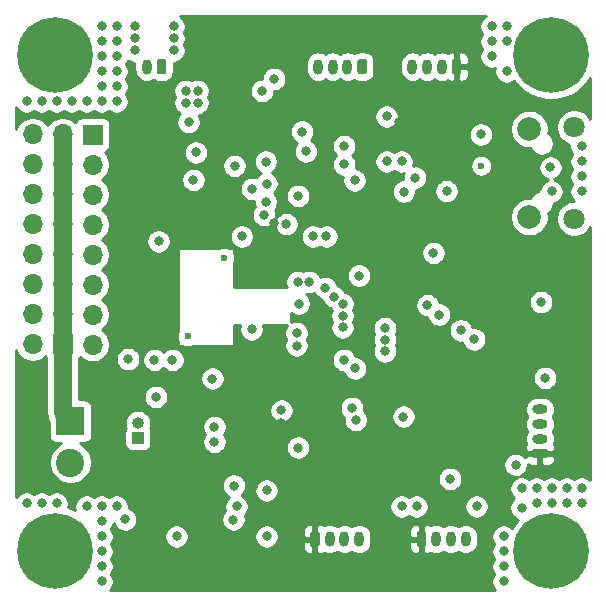
<source format=gbr>
G04 #@! TF.GenerationSoftware,KiCad,Pcbnew,(5.1.5)-3*
G04 #@! TF.CreationDate,2019-12-16T19:18:17+01:00*
G04 #@! TF.ProjectId,HadesMicroJLCPCB,48616465-734d-4696-9372-6f4a4c435043,rev?*
G04 #@! TF.SameCoordinates,Original*
G04 #@! TF.FileFunction,Copper,L3,Inr*
G04 #@! TF.FilePolarity,Positive*
%FSLAX46Y46*%
G04 Gerber Fmt 4.6, Leading zero omitted, Abs format (unit mm)*
G04 Created by KiCad (PCBNEW (5.1.5)-3) date 2019-12-16 19:18:17*
%MOMM*%
%LPD*%
G04 APERTURE LIST*
%ADD10C,6.400000*%
%ADD11C,0.800000*%
%ADD12C,2.400000*%
%ADD13R,2.400000X2.400000*%
%ADD14C,0.100000*%
%ADD15O,0.800000X1.300000*%
%ADD16O,1.300000X0.800000*%
%ADD17R,1.000000X1.000000*%
%ADD18O,1.000000X1.000000*%
%ADD19R,1.700000X1.700000*%
%ADD20O,1.700000X1.700000*%
%ADD21C,2.000000*%
%ADD22C,1.800000*%
%ADD23C,0.600000*%
%ADD24C,1.500000*%
%ADD25C,0.254000*%
G04 APERTURE END LIST*
D10*
X66000000Y-66000000D03*
D11*
X68400000Y-66000000D03*
X67697056Y-67697056D03*
X66000000Y-68400000D03*
X64302944Y-67697056D03*
X63600000Y-66000000D03*
X64302944Y-64302944D03*
X66000000Y-63600000D03*
X67697056Y-64302944D03*
X25697056Y-64302944D03*
X24000000Y-63600000D03*
X22302944Y-64302944D03*
X21600000Y-66000000D03*
X22302944Y-67697056D03*
X24000000Y-68400000D03*
X25697056Y-67697056D03*
X26400000Y-66000000D03*
D10*
X24000000Y-66000000D03*
X24000000Y-24000000D03*
D11*
X26400000Y-24000000D03*
X25697056Y-25697056D03*
X24000000Y-26400000D03*
X22302944Y-25697056D03*
X21600000Y-24000000D03*
X22302944Y-22302944D03*
X24000000Y-21600000D03*
X25697056Y-22302944D03*
X67697056Y-22302944D03*
X66000000Y-21600000D03*
X64302944Y-22302944D03*
X63600000Y-24000000D03*
X64302944Y-25697056D03*
X66000000Y-26400000D03*
X67697056Y-25697056D03*
X68400000Y-24000000D03*
D10*
X66000000Y-24000000D03*
D12*
X25298400Y-58516400D03*
D13*
X25298400Y-55016400D03*
G04 #@! TA.AperFunction,ViaPad*
D14*
G36*
X46219603Y-64350963D02*
G01*
X46239018Y-64353843D01*
X46258057Y-64358612D01*
X46276537Y-64365224D01*
X46294279Y-64373616D01*
X46311114Y-64383706D01*
X46326879Y-64395398D01*
X46341421Y-64408579D01*
X46354602Y-64423121D01*
X46366294Y-64438886D01*
X46376384Y-64455721D01*
X46384776Y-64473463D01*
X46391388Y-64491943D01*
X46396157Y-64510982D01*
X46399037Y-64530397D01*
X46400000Y-64550000D01*
X46400000Y-65450000D01*
X46399037Y-65469603D01*
X46396157Y-65489018D01*
X46391388Y-65508057D01*
X46384776Y-65526537D01*
X46376384Y-65544279D01*
X46366294Y-65561114D01*
X46354602Y-65576879D01*
X46341421Y-65591421D01*
X46326879Y-65604602D01*
X46311114Y-65616294D01*
X46294279Y-65626384D01*
X46276537Y-65634776D01*
X46258057Y-65641388D01*
X46239018Y-65646157D01*
X46219603Y-65649037D01*
X46200000Y-65650000D01*
X45800000Y-65650000D01*
X45780397Y-65649037D01*
X45760982Y-65646157D01*
X45741943Y-65641388D01*
X45723463Y-65634776D01*
X45705721Y-65626384D01*
X45688886Y-65616294D01*
X45673121Y-65604602D01*
X45658579Y-65591421D01*
X45645398Y-65576879D01*
X45633706Y-65561114D01*
X45623616Y-65544279D01*
X45615224Y-65526537D01*
X45608612Y-65508057D01*
X45603843Y-65489018D01*
X45600963Y-65469603D01*
X45600000Y-65450000D01*
X45600000Y-64550000D01*
X45600963Y-64530397D01*
X45603843Y-64510982D01*
X45608612Y-64491943D01*
X45615224Y-64473463D01*
X45623616Y-64455721D01*
X45633706Y-64438886D01*
X45645398Y-64423121D01*
X45658579Y-64408579D01*
X45673121Y-64395398D01*
X45688886Y-64383706D01*
X45705721Y-64373616D01*
X45723463Y-64365224D01*
X45741943Y-64358612D01*
X45760982Y-64353843D01*
X45780397Y-64350963D01*
X45800000Y-64350000D01*
X46200000Y-64350000D01*
X46219603Y-64350963D01*
G37*
G04 #@! TD.AperFunction*
D15*
X47250000Y-65000000D03*
X48500000Y-65000000D03*
X49750000Y-65000000D03*
D16*
X65050800Y-54005400D03*
X65050800Y-55255400D03*
X65050800Y-56505400D03*
G04 #@! TA.AperFunction,ViaPad*
D14*
G36*
X65520403Y-57356363D02*
G01*
X65539818Y-57359243D01*
X65558857Y-57364012D01*
X65577337Y-57370624D01*
X65595079Y-57379016D01*
X65611914Y-57389106D01*
X65627679Y-57400798D01*
X65642221Y-57413979D01*
X65655402Y-57428521D01*
X65667094Y-57444286D01*
X65677184Y-57461121D01*
X65685576Y-57478863D01*
X65692188Y-57497343D01*
X65696957Y-57516382D01*
X65699837Y-57535797D01*
X65700800Y-57555400D01*
X65700800Y-57955400D01*
X65699837Y-57975003D01*
X65696957Y-57994418D01*
X65692188Y-58013457D01*
X65685576Y-58031937D01*
X65677184Y-58049679D01*
X65667094Y-58066514D01*
X65655402Y-58082279D01*
X65642221Y-58096821D01*
X65627679Y-58110002D01*
X65611914Y-58121694D01*
X65595079Y-58131784D01*
X65577337Y-58140176D01*
X65558857Y-58146788D01*
X65539818Y-58151557D01*
X65520403Y-58154437D01*
X65500800Y-58155400D01*
X64600800Y-58155400D01*
X64581197Y-58154437D01*
X64561782Y-58151557D01*
X64542743Y-58146788D01*
X64524263Y-58140176D01*
X64506521Y-58131784D01*
X64489686Y-58121694D01*
X64473921Y-58110002D01*
X64459379Y-58096821D01*
X64446198Y-58082279D01*
X64434506Y-58066514D01*
X64424416Y-58049679D01*
X64416024Y-58031937D01*
X64409412Y-58013457D01*
X64404643Y-57994418D01*
X64401763Y-57975003D01*
X64400800Y-57955400D01*
X64400800Y-57555400D01*
X64401763Y-57535797D01*
X64404643Y-57516382D01*
X64409412Y-57497343D01*
X64416024Y-57478863D01*
X64424416Y-57461121D01*
X64434506Y-57444286D01*
X64446198Y-57428521D01*
X64459379Y-57413979D01*
X64473921Y-57400798D01*
X64489686Y-57389106D01*
X64506521Y-57379016D01*
X64524263Y-57370624D01*
X64542743Y-57364012D01*
X64561782Y-57359243D01*
X64581197Y-57356363D01*
X64600800Y-57355400D01*
X65500800Y-57355400D01*
X65520403Y-57356363D01*
G37*
G04 #@! TD.AperFunction*
D17*
X31013400Y-56438800D03*
D18*
X31013400Y-55168800D03*
D19*
X24638000Y-48514000D03*
D20*
X22098000Y-48514000D03*
X24638000Y-45974000D03*
X22098000Y-45974000D03*
X24638000Y-43434000D03*
X22098000Y-43434000D03*
X24638000Y-40894000D03*
X22098000Y-40894000D03*
X24638000Y-38354000D03*
X22098000Y-38354000D03*
X24638000Y-35814000D03*
X22098000Y-35814000D03*
X24638000Y-33274000D03*
X22098000Y-33274000D03*
X24638000Y-30734000D03*
X22098000Y-30734000D03*
D19*
X27178000Y-30759400D03*
D20*
X27178000Y-33299400D03*
X27178000Y-35839400D03*
X27178000Y-38379400D03*
X27178000Y-40919400D03*
X27178000Y-43459400D03*
X27178000Y-45999400D03*
X27178000Y-48539400D03*
G04 #@! TA.AperFunction,ViaPad*
D14*
G36*
X50219603Y-24350963D02*
G01*
X50239018Y-24353843D01*
X50258057Y-24358612D01*
X50276537Y-24365224D01*
X50294279Y-24373616D01*
X50311114Y-24383706D01*
X50326879Y-24395398D01*
X50341421Y-24408579D01*
X50354602Y-24423121D01*
X50366294Y-24438886D01*
X50376384Y-24455721D01*
X50384776Y-24473463D01*
X50391388Y-24491943D01*
X50396157Y-24510982D01*
X50399037Y-24530397D01*
X50400000Y-24550000D01*
X50400000Y-25450000D01*
X50399037Y-25469603D01*
X50396157Y-25489018D01*
X50391388Y-25508057D01*
X50384776Y-25526537D01*
X50376384Y-25544279D01*
X50366294Y-25561114D01*
X50354602Y-25576879D01*
X50341421Y-25591421D01*
X50326879Y-25604602D01*
X50311114Y-25616294D01*
X50294279Y-25626384D01*
X50276537Y-25634776D01*
X50258057Y-25641388D01*
X50239018Y-25646157D01*
X50219603Y-25649037D01*
X50200000Y-25650000D01*
X49800000Y-25650000D01*
X49780397Y-25649037D01*
X49760982Y-25646157D01*
X49741943Y-25641388D01*
X49723463Y-25634776D01*
X49705721Y-25626384D01*
X49688886Y-25616294D01*
X49673121Y-25604602D01*
X49658579Y-25591421D01*
X49645398Y-25576879D01*
X49633706Y-25561114D01*
X49623616Y-25544279D01*
X49615224Y-25526537D01*
X49608612Y-25508057D01*
X49603843Y-25489018D01*
X49600963Y-25469603D01*
X49600000Y-25450000D01*
X49600000Y-24550000D01*
X49600963Y-24530397D01*
X49603843Y-24510982D01*
X49608612Y-24491943D01*
X49615224Y-24473463D01*
X49623616Y-24455721D01*
X49633706Y-24438886D01*
X49645398Y-24423121D01*
X49658579Y-24408579D01*
X49673121Y-24395398D01*
X49688886Y-24383706D01*
X49705721Y-24373616D01*
X49723463Y-24365224D01*
X49741943Y-24358612D01*
X49760982Y-24353843D01*
X49780397Y-24350963D01*
X49800000Y-24350000D01*
X50200000Y-24350000D01*
X50219603Y-24350963D01*
G37*
G04 #@! TD.AperFunction*
D15*
X48750000Y-25000000D03*
X47500000Y-25000000D03*
X46250000Y-25000000D03*
G04 #@! TA.AperFunction,ViaPad*
D14*
G36*
X55219603Y-64350963D02*
G01*
X55239018Y-64353843D01*
X55258057Y-64358612D01*
X55276537Y-64365224D01*
X55294279Y-64373616D01*
X55311114Y-64383706D01*
X55326879Y-64395398D01*
X55341421Y-64408579D01*
X55354602Y-64423121D01*
X55366294Y-64438886D01*
X55376384Y-64455721D01*
X55384776Y-64473463D01*
X55391388Y-64491943D01*
X55396157Y-64510982D01*
X55399037Y-64530397D01*
X55400000Y-64550000D01*
X55400000Y-65450000D01*
X55399037Y-65469603D01*
X55396157Y-65489018D01*
X55391388Y-65508057D01*
X55384776Y-65526537D01*
X55376384Y-65544279D01*
X55366294Y-65561114D01*
X55354602Y-65576879D01*
X55341421Y-65591421D01*
X55326879Y-65604602D01*
X55311114Y-65616294D01*
X55294279Y-65626384D01*
X55276537Y-65634776D01*
X55258057Y-65641388D01*
X55239018Y-65646157D01*
X55219603Y-65649037D01*
X55200000Y-65650000D01*
X54800000Y-65650000D01*
X54780397Y-65649037D01*
X54760982Y-65646157D01*
X54741943Y-65641388D01*
X54723463Y-65634776D01*
X54705721Y-65626384D01*
X54688886Y-65616294D01*
X54673121Y-65604602D01*
X54658579Y-65591421D01*
X54645398Y-65576879D01*
X54633706Y-65561114D01*
X54623616Y-65544279D01*
X54615224Y-65526537D01*
X54608612Y-65508057D01*
X54603843Y-65489018D01*
X54600963Y-65469603D01*
X54600000Y-65450000D01*
X54600000Y-64550000D01*
X54600963Y-64530397D01*
X54603843Y-64510982D01*
X54608612Y-64491943D01*
X54615224Y-64473463D01*
X54623616Y-64455721D01*
X54633706Y-64438886D01*
X54645398Y-64423121D01*
X54658579Y-64408579D01*
X54673121Y-64395398D01*
X54688886Y-64383706D01*
X54705721Y-64373616D01*
X54723463Y-64365224D01*
X54741943Y-64358612D01*
X54760982Y-64353843D01*
X54780397Y-64350963D01*
X54800000Y-64350000D01*
X55200000Y-64350000D01*
X55219603Y-64350963D01*
G37*
G04 #@! TD.AperFunction*
D15*
X56250000Y-65000000D03*
X57500000Y-65000000D03*
X58750000Y-65000000D03*
X54250000Y-25000000D03*
X55500000Y-25000000D03*
X56750000Y-25000000D03*
G04 #@! TA.AperFunction,ViaPad*
D14*
G36*
X58219603Y-24350963D02*
G01*
X58239018Y-24353843D01*
X58258057Y-24358612D01*
X58276537Y-24365224D01*
X58294279Y-24373616D01*
X58311114Y-24383706D01*
X58326879Y-24395398D01*
X58341421Y-24408579D01*
X58354602Y-24423121D01*
X58366294Y-24438886D01*
X58376384Y-24455721D01*
X58384776Y-24473463D01*
X58391388Y-24491943D01*
X58396157Y-24510982D01*
X58399037Y-24530397D01*
X58400000Y-24550000D01*
X58400000Y-25450000D01*
X58399037Y-25469603D01*
X58396157Y-25489018D01*
X58391388Y-25508057D01*
X58384776Y-25526537D01*
X58376384Y-25544279D01*
X58366294Y-25561114D01*
X58354602Y-25576879D01*
X58341421Y-25591421D01*
X58326879Y-25604602D01*
X58311114Y-25616294D01*
X58294279Y-25626384D01*
X58276537Y-25634776D01*
X58258057Y-25641388D01*
X58239018Y-25646157D01*
X58219603Y-25649037D01*
X58200000Y-25650000D01*
X57800000Y-25650000D01*
X57780397Y-25649037D01*
X57760982Y-25646157D01*
X57741943Y-25641388D01*
X57723463Y-25634776D01*
X57705721Y-25626384D01*
X57688886Y-25616294D01*
X57673121Y-25604602D01*
X57658579Y-25591421D01*
X57645398Y-25576879D01*
X57633706Y-25561114D01*
X57623616Y-25544279D01*
X57615224Y-25526537D01*
X57608612Y-25508057D01*
X57603843Y-25489018D01*
X57600963Y-25469603D01*
X57600000Y-25450000D01*
X57600000Y-24550000D01*
X57600963Y-24530397D01*
X57603843Y-24510982D01*
X57608612Y-24491943D01*
X57615224Y-24473463D01*
X57623616Y-24455721D01*
X57633706Y-24438886D01*
X57645398Y-24423121D01*
X57658579Y-24408579D01*
X57673121Y-24395398D01*
X57688886Y-24383706D01*
X57705721Y-24373616D01*
X57723463Y-24365224D01*
X57741943Y-24358612D01*
X57760982Y-24353843D01*
X57780397Y-24350963D01*
X57800000Y-24350000D01*
X58200000Y-24350000D01*
X58219603Y-24350963D01*
G37*
G04 #@! TD.AperFunction*
D21*
X64150000Y-37725000D03*
X64150000Y-30275000D03*
D22*
X67950000Y-37875000D03*
X67950000Y-30125000D03*
G04 #@! TA.AperFunction,ViaPad*
D14*
G36*
X33219603Y-24350963D02*
G01*
X33239018Y-24353843D01*
X33258057Y-24358612D01*
X33276537Y-24365224D01*
X33294279Y-24373616D01*
X33311114Y-24383706D01*
X33326879Y-24395398D01*
X33341421Y-24408579D01*
X33354602Y-24423121D01*
X33366294Y-24438886D01*
X33376384Y-24455721D01*
X33384776Y-24473463D01*
X33391388Y-24491943D01*
X33396157Y-24510982D01*
X33399037Y-24530397D01*
X33400000Y-24550000D01*
X33400000Y-25450000D01*
X33399037Y-25469603D01*
X33396157Y-25489018D01*
X33391388Y-25508057D01*
X33384776Y-25526537D01*
X33376384Y-25544279D01*
X33366294Y-25561114D01*
X33354602Y-25576879D01*
X33341421Y-25591421D01*
X33326879Y-25604602D01*
X33311114Y-25616294D01*
X33294279Y-25626384D01*
X33276537Y-25634776D01*
X33258057Y-25641388D01*
X33239018Y-25646157D01*
X33219603Y-25649037D01*
X33200000Y-25650000D01*
X32800000Y-25650000D01*
X32780397Y-25649037D01*
X32760982Y-25646157D01*
X32741943Y-25641388D01*
X32723463Y-25634776D01*
X32705721Y-25626384D01*
X32688886Y-25616294D01*
X32673121Y-25604602D01*
X32658579Y-25591421D01*
X32645398Y-25576879D01*
X32633706Y-25561114D01*
X32623616Y-25544279D01*
X32615224Y-25526537D01*
X32608612Y-25508057D01*
X32603843Y-25489018D01*
X32600963Y-25469603D01*
X32600000Y-25450000D01*
X32600000Y-24550000D01*
X32600963Y-24530397D01*
X32603843Y-24510982D01*
X32608612Y-24491943D01*
X32615224Y-24473463D01*
X32623616Y-24455721D01*
X32633706Y-24438886D01*
X32645398Y-24423121D01*
X32658579Y-24408579D01*
X32673121Y-24395398D01*
X32688886Y-24383706D01*
X32705721Y-24373616D01*
X32723463Y-24365224D01*
X32741943Y-24358612D01*
X32760982Y-24353843D01*
X32780397Y-24350963D01*
X32800000Y-24350000D01*
X33200000Y-24350000D01*
X33219603Y-24350963D01*
G37*
G04 #@! TD.AperFunction*
D15*
X31750000Y-25000000D03*
D11*
X56032400Y-40767000D03*
X45821600Y-39370000D03*
X43154600Y-54102000D03*
D23*
X60071000Y-33401000D03*
D11*
X63500000Y-62357000D03*
X62996800Y-58704200D03*
X35306000Y-29692600D03*
X30734000Y-21590000D03*
X30734000Y-22606000D03*
X30734000Y-23622000D03*
X34036000Y-23622000D03*
X34036000Y-22606000D03*
X34036000Y-21590000D03*
X36068000Y-27051000D03*
X35052000Y-27051000D03*
X35052000Y-28067000D03*
X36068000Y-28067000D03*
X42545000Y-26035000D03*
X41529000Y-27051000D03*
X35702600Y-34585000D03*
X32757400Y-39785000D03*
D23*
X38303200Y-41198800D03*
X35229800Y-47828200D03*
D11*
X39801800Y-39370000D03*
X40640000Y-47244000D03*
X65938400Y-33538400D03*
X60045600Y-30734000D03*
X53492400Y-54635400D03*
X49453800Y-54914800D03*
X57454800Y-59893200D03*
X43586400Y-38328600D03*
X39141400Y-60477400D03*
X41910000Y-60883800D03*
X44577000Y-57251600D03*
X32537400Y-52959000D03*
X37312600Y-51409600D03*
X45237400Y-32181800D03*
X27940000Y-21590000D03*
X29210000Y-21590000D03*
X27940000Y-22860000D03*
X27940000Y-24130000D03*
X29210000Y-22860000D03*
X29210000Y-24130000D03*
X29210000Y-25400000D03*
X27940000Y-25400000D03*
X27940000Y-26670000D03*
X29210000Y-26670000D03*
X29210000Y-27940000D03*
X27940000Y-27940000D03*
X26670000Y-27940000D03*
X25400000Y-27940000D03*
X24130000Y-27940000D03*
X22860000Y-27940000D03*
X21590000Y-27940000D03*
X52070000Y-29210000D03*
X26670000Y-62230000D03*
X27940000Y-62230000D03*
X29210000Y-62230000D03*
X27940000Y-63500000D03*
X27940000Y-64770000D03*
X27940000Y-66040000D03*
X27940000Y-67310000D03*
X27940000Y-68580000D03*
X21590000Y-61976000D03*
X22860000Y-61976000D03*
X34290000Y-64770000D03*
X41910000Y-64770000D03*
X53340000Y-62230000D03*
X54610000Y-62230000D03*
X59690000Y-62230000D03*
X61976000Y-64770000D03*
X61976000Y-66040000D03*
X61976000Y-67310000D03*
X64770000Y-61976000D03*
X67310000Y-61976000D03*
X68580000Y-61976000D03*
X68580000Y-60706000D03*
X67310000Y-60706000D03*
X66040000Y-60706000D03*
X64770000Y-60706000D03*
X63500000Y-60706000D03*
X60960000Y-21590000D03*
X62230000Y-21590000D03*
X62230000Y-22860000D03*
X60960000Y-22860000D03*
X60960000Y-24130000D03*
X62230000Y-25400000D03*
X68580000Y-31750000D03*
X68580000Y-33020000D03*
X68580000Y-34290000D03*
X66040000Y-35560000D03*
X68580000Y-35560000D03*
X52070000Y-33020000D03*
X53340000Y-33020000D03*
X39370000Y-62230000D03*
X66040000Y-61976000D03*
X61976000Y-68580000D03*
X24130000Y-61976000D03*
X53746400Y-39700200D03*
X42545000Y-38252400D03*
X43637200Y-42316400D03*
X43154600Y-55168800D03*
X53975000Y-51739800D03*
X36296600Y-49225200D03*
X40309800Y-51409600D03*
X37266600Y-28757600D03*
X41783000Y-23901400D03*
X40817800Y-22961600D03*
X41783000Y-22961600D03*
X39878000Y-26035000D03*
X40817800Y-22021800D03*
X41783000Y-22021800D03*
X68834000Y-50393600D03*
X61315600Y-42392600D03*
X40767000Y-60553600D03*
X39261800Y-68802000D03*
X31794200Y-68802000D03*
X53111400Y-29692600D03*
X53268600Y-59761400D03*
X43662600Y-32258000D03*
X40817800Y-23901400D03*
X30175200Y-49758600D03*
X57150000Y-35534600D03*
X51917600Y-47142400D03*
X65151000Y-44932600D03*
X51917600Y-48107600D03*
X58343800Y-47320200D03*
X51917600Y-49098200D03*
X59486800Y-48082200D03*
X33934400Y-49834800D03*
X44450000Y-47548800D03*
X32410400Y-49834800D03*
X44450000Y-48615600D03*
X65481200Y-51358800D03*
X49352200Y-34620200D03*
X48336200Y-46101000D03*
X46964600Y-39370000D03*
X49733200Y-42697400D03*
X41833800Y-36449000D03*
X44577800Y-35941000D03*
X40690800Y-35356800D03*
X41679201Y-37539001D03*
X48336200Y-47066200D03*
X48463200Y-31724600D03*
X44907200Y-30505400D03*
X41910000Y-34899600D03*
X48336200Y-45085000D03*
X48463200Y-33274000D03*
X41833800Y-33045400D03*
X48437800Y-49834800D03*
X49403000Y-50546000D03*
X49123600Y-53882600D03*
X39090600Y-63347600D03*
X56515000Y-45999400D03*
X54483000Y-34391600D03*
X55524400Y-45186600D03*
X53517800Y-35585400D03*
X47574200Y-44475400D03*
X46888400Y-43738800D03*
X29941800Y-63327000D03*
X44627800Y-45059600D03*
X45491400Y-43230800D03*
X39192200Y-33401000D03*
X37490400Y-55499000D03*
X37490400Y-56769000D03*
X44526200Y-43230800D03*
X35915600Y-32258000D03*
D24*
X24638000Y-54356000D02*
X25298400Y-55016400D01*
X24638000Y-48514000D02*
X24638000Y-54356000D01*
X24638000Y-48514000D02*
X24638000Y-45974000D01*
X24638000Y-45974000D02*
X24638000Y-43434000D01*
X24638000Y-43434000D02*
X24638000Y-40894000D01*
X24638000Y-40894000D02*
X24638000Y-38354000D01*
X24638000Y-38354000D02*
X24638000Y-35814000D01*
X24638000Y-35814000D02*
X24638000Y-33274000D01*
X24638000Y-33274000D02*
X24638000Y-30734000D01*
D25*
G36*
X60300226Y-20786063D02*
G01*
X60156063Y-20930226D01*
X60042795Y-21099744D01*
X59964774Y-21288102D01*
X59925000Y-21488061D01*
X59925000Y-21691939D01*
X59964774Y-21891898D01*
X60042795Y-22080256D01*
X60139510Y-22225000D01*
X60042795Y-22369744D01*
X59964774Y-22558102D01*
X59925000Y-22758061D01*
X59925000Y-22961939D01*
X59964774Y-23161898D01*
X60042795Y-23350256D01*
X60139510Y-23495000D01*
X60042795Y-23639744D01*
X59964774Y-23828102D01*
X59925000Y-24028061D01*
X59925000Y-24231939D01*
X59964774Y-24431898D01*
X60042795Y-24620256D01*
X60156063Y-24789774D01*
X60300226Y-24933937D01*
X60469744Y-25047205D01*
X60658102Y-25125226D01*
X60858061Y-25165000D01*
X61061939Y-25165000D01*
X61228039Y-25131961D01*
X61195000Y-25298061D01*
X61195000Y-25501939D01*
X61234774Y-25701898D01*
X61312795Y-25890256D01*
X61426063Y-26059774D01*
X61570226Y-26203937D01*
X61739744Y-26317205D01*
X61928102Y-26395226D01*
X62128061Y-26435000D01*
X62331939Y-26435000D01*
X62531898Y-26395226D01*
X62720256Y-26317205D01*
X62869403Y-26217548D01*
X63021161Y-26444670D01*
X63555330Y-26978839D01*
X64183446Y-27398533D01*
X64881372Y-27687623D01*
X65622285Y-27835000D01*
X66377715Y-27835000D01*
X67118628Y-27687623D01*
X67816554Y-27398533D01*
X68444670Y-26978839D01*
X68978839Y-26444670D01*
X69315000Y-25941570D01*
X69315000Y-29409254D01*
X69310299Y-29397905D01*
X69142312Y-29146495D01*
X68928505Y-28932688D01*
X68677095Y-28764701D01*
X68397743Y-28648989D01*
X68101184Y-28590000D01*
X67798816Y-28590000D01*
X67502257Y-28648989D01*
X67222905Y-28764701D01*
X66971495Y-28932688D01*
X66757688Y-29146495D01*
X66589701Y-29397905D01*
X66473989Y-29677257D01*
X66415000Y-29973816D01*
X66415000Y-30276184D01*
X66473989Y-30572743D01*
X66589701Y-30852095D01*
X66757688Y-31103505D01*
X66971495Y-31317312D01*
X67222905Y-31485299D01*
X67502257Y-31601011D01*
X67552376Y-31610980D01*
X67545000Y-31648061D01*
X67545000Y-31851939D01*
X67584774Y-32051898D01*
X67662795Y-32240256D01*
X67759510Y-32385000D01*
X67662795Y-32529744D01*
X67584774Y-32718102D01*
X67545000Y-32918061D01*
X67545000Y-33121939D01*
X67584774Y-33321898D01*
X67662795Y-33510256D01*
X67759510Y-33655000D01*
X67662795Y-33799744D01*
X67584774Y-33988102D01*
X67545000Y-34188061D01*
X67545000Y-34391939D01*
X67584774Y-34591898D01*
X67662795Y-34780256D01*
X67759510Y-34925000D01*
X67662795Y-35069744D01*
X67584774Y-35258102D01*
X67545000Y-35458061D01*
X67545000Y-35661939D01*
X67584774Y-35861898D01*
X67662795Y-36050256D01*
X67776063Y-36219774D01*
X67896289Y-36340000D01*
X67798816Y-36340000D01*
X67502257Y-36398989D01*
X67222905Y-36514701D01*
X66971495Y-36682688D01*
X66757688Y-36896495D01*
X66589701Y-37147905D01*
X66473989Y-37427257D01*
X66415000Y-37723816D01*
X66415000Y-38026184D01*
X66473989Y-38322743D01*
X66589701Y-38602095D01*
X66757688Y-38853505D01*
X66971495Y-39067312D01*
X67222905Y-39235299D01*
X67502257Y-39351011D01*
X67798816Y-39410000D01*
X68101184Y-39410000D01*
X68397743Y-39351011D01*
X68677095Y-39235299D01*
X68928505Y-39067312D01*
X69142312Y-38853505D01*
X69310299Y-38602095D01*
X69315000Y-38590745D01*
X69315001Y-59977290D01*
X69239774Y-59902063D01*
X69070256Y-59788795D01*
X68881898Y-59710774D01*
X68681939Y-59671000D01*
X68478061Y-59671000D01*
X68278102Y-59710774D01*
X68089744Y-59788795D01*
X67945000Y-59885510D01*
X67800256Y-59788795D01*
X67611898Y-59710774D01*
X67411939Y-59671000D01*
X67208061Y-59671000D01*
X67008102Y-59710774D01*
X66819744Y-59788795D01*
X66675000Y-59885510D01*
X66530256Y-59788795D01*
X66341898Y-59710774D01*
X66141939Y-59671000D01*
X65938061Y-59671000D01*
X65738102Y-59710774D01*
X65549744Y-59788795D01*
X65405000Y-59885510D01*
X65260256Y-59788795D01*
X65071898Y-59710774D01*
X64871939Y-59671000D01*
X64668061Y-59671000D01*
X64468102Y-59710774D01*
X64279744Y-59788795D01*
X64135000Y-59885510D01*
X63990256Y-59788795D01*
X63801898Y-59710774D01*
X63601939Y-59671000D01*
X63398061Y-59671000D01*
X63338927Y-59682762D01*
X63487056Y-59621405D01*
X63656574Y-59508137D01*
X63800737Y-59363974D01*
X63914005Y-59194456D01*
X63992026Y-59006098D01*
X64031800Y-58806139D01*
X64031800Y-58674032D01*
X64046306Y-58685937D01*
X64156620Y-58744902D01*
X64276318Y-58781212D01*
X64400800Y-58793472D01*
X64765050Y-58790400D01*
X64923800Y-58631650D01*
X64923800Y-57882400D01*
X65177800Y-57882400D01*
X65177800Y-58631650D01*
X65336550Y-58790400D01*
X65700800Y-58793472D01*
X65825282Y-58781212D01*
X65944980Y-58744902D01*
X66055294Y-58685937D01*
X66151985Y-58606585D01*
X66231337Y-58509894D01*
X66290302Y-58399580D01*
X66326612Y-58279882D01*
X66338872Y-58155400D01*
X66335800Y-58041150D01*
X66177050Y-57882400D01*
X65177800Y-57882400D01*
X64923800Y-57882400D01*
X63924550Y-57882400D01*
X63781631Y-58025320D01*
X63656574Y-57900263D01*
X63487056Y-57786995D01*
X63298698Y-57708974D01*
X63098739Y-57669200D01*
X62894861Y-57669200D01*
X62694902Y-57708974D01*
X62506544Y-57786995D01*
X62337026Y-57900263D01*
X62192863Y-58044426D01*
X62079595Y-58213944D01*
X62001574Y-58402302D01*
X61961800Y-58602261D01*
X61961800Y-58806139D01*
X62001574Y-59006098D01*
X62079595Y-59194456D01*
X62192863Y-59363974D01*
X62337026Y-59508137D01*
X62506544Y-59621405D01*
X62694902Y-59699426D01*
X62894861Y-59739200D01*
X63098739Y-59739200D01*
X63157873Y-59727438D01*
X63009744Y-59788795D01*
X62840226Y-59902063D01*
X62696063Y-60046226D01*
X62582795Y-60215744D01*
X62504774Y-60404102D01*
X62465000Y-60604061D01*
X62465000Y-60807939D01*
X62504774Y-61007898D01*
X62582795Y-61196256D01*
X62696063Y-61365774D01*
X62840226Y-61509937D01*
X62872497Y-61531500D01*
X62840226Y-61553063D01*
X62696063Y-61697226D01*
X62582795Y-61866744D01*
X62504774Y-62055102D01*
X62465000Y-62255061D01*
X62465000Y-62458939D01*
X62504774Y-62658898D01*
X62582795Y-62847256D01*
X62696063Y-63016774D01*
X62840226Y-63160937D01*
X63009744Y-63274205D01*
X63198102Y-63352226D01*
X63219924Y-63356567D01*
X63021161Y-63555330D01*
X62702280Y-64032569D01*
X62635774Y-63966063D01*
X62466256Y-63852795D01*
X62277898Y-63774774D01*
X62077939Y-63735000D01*
X61874061Y-63735000D01*
X61674102Y-63774774D01*
X61485744Y-63852795D01*
X61316226Y-63966063D01*
X61172063Y-64110226D01*
X61058795Y-64279744D01*
X60980774Y-64468102D01*
X60941000Y-64668061D01*
X60941000Y-64871939D01*
X60980774Y-65071898D01*
X61058795Y-65260256D01*
X61155510Y-65405000D01*
X61058795Y-65549744D01*
X60980774Y-65738102D01*
X60941000Y-65938061D01*
X60941000Y-66141939D01*
X60980774Y-66341898D01*
X61058795Y-66530256D01*
X61155510Y-66675000D01*
X61058795Y-66819744D01*
X60980774Y-67008102D01*
X60941000Y-67208061D01*
X60941000Y-67411939D01*
X60980774Y-67611898D01*
X61058795Y-67800256D01*
X61155510Y-67945000D01*
X61058795Y-68089744D01*
X60980774Y-68278102D01*
X60941000Y-68478061D01*
X60941000Y-68681939D01*
X60980774Y-68881898D01*
X61058795Y-69070256D01*
X61172063Y-69239774D01*
X61247289Y-69315000D01*
X28668711Y-69315000D01*
X28743937Y-69239774D01*
X28857205Y-69070256D01*
X28935226Y-68881898D01*
X28975000Y-68681939D01*
X28975000Y-68478061D01*
X28935226Y-68278102D01*
X28857205Y-68089744D01*
X28760490Y-67945000D01*
X28857205Y-67800256D01*
X28935226Y-67611898D01*
X28975000Y-67411939D01*
X28975000Y-67208061D01*
X28935226Y-67008102D01*
X28857205Y-66819744D01*
X28760490Y-66675000D01*
X28857205Y-66530256D01*
X28935226Y-66341898D01*
X28975000Y-66141939D01*
X28975000Y-65938061D01*
X28935226Y-65738102D01*
X28857205Y-65549744D01*
X28760490Y-65405000D01*
X28857205Y-65260256D01*
X28935226Y-65071898D01*
X28975000Y-64871939D01*
X28975000Y-64668061D01*
X33255000Y-64668061D01*
X33255000Y-64871939D01*
X33294774Y-65071898D01*
X33372795Y-65260256D01*
X33486063Y-65429774D01*
X33630226Y-65573937D01*
X33799744Y-65687205D01*
X33988102Y-65765226D01*
X34188061Y-65805000D01*
X34391939Y-65805000D01*
X34591898Y-65765226D01*
X34780256Y-65687205D01*
X34949774Y-65573937D01*
X35093937Y-65429774D01*
X35207205Y-65260256D01*
X35285226Y-65071898D01*
X35325000Y-64871939D01*
X35325000Y-64668061D01*
X40875000Y-64668061D01*
X40875000Y-64871939D01*
X40914774Y-65071898D01*
X40992795Y-65260256D01*
X41106063Y-65429774D01*
X41250226Y-65573937D01*
X41419744Y-65687205D01*
X41608102Y-65765226D01*
X41808061Y-65805000D01*
X42011939Y-65805000D01*
X42211898Y-65765226D01*
X42400256Y-65687205D01*
X42455937Y-65650000D01*
X44961928Y-65650000D01*
X44974188Y-65774482D01*
X45010498Y-65894180D01*
X45069463Y-66004494D01*
X45148815Y-66101185D01*
X45245506Y-66180537D01*
X45355820Y-66239502D01*
X45475518Y-66275812D01*
X45600000Y-66288072D01*
X45714250Y-66285000D01*
X45873000Y-66126250D01*
X45873000Y-65127000D01*
X45123750Y-65127000D01*
X44965000Y-65285750D01*
X44961928Y-65650000D01*
X42455937Y-65650000D01*
X42569774Y-65573937D01*
X42713937Y-65429774D01*
X42827205Y-65260256D01*
X42905226Y-65071898D01*
X42945000Y-64871939D01*
X42945000Y-64668061D01*
X42905226Y-64468102D01*
X42856307Y-64350000D01*
X44961928Y-64350000D01*
X44965000Y-64714250D01*
X45123750Y-64873000D01*
X45873000Y-64873000D01*
X45873000Y-63873750D01*
X46127000Y-63873750D01*
X46127000Y-64873000D01*
X46147000Y-64873000D01*
X46147000Y-65127000D01*
X46127000Y-65127000D01*
X46127000Y-66126250D01*
X46285750Y-66285000D01*
X46400000Y-66288072D01*
X46524482Y-66275812D01*
X46644180Y-66239502D01*
X46754494Y-66180537D01*
X46770594Y-66167324D01*
X46852008Y-66210841D01*
X47047106Y-66270024D01*
X47250000Y-66290007D01*
X47452895Y-66270024D01*
X47647993Y-66210841D01*
X47827797Y-66114734D01*
X47875001Y-66075995D01*
X47922204Y-66114734D01*
X48102008Y-66210841D01*
X48297106Y-66270024D01*
X48500000Y-66290007D01*
X48702895Y-66270024D01*
X48897993Y-66210841D01*
X49077797Y-66114734D01*
X49125001Y-66075995D01*
X49172204Y-66114734D01*
X49352008Y-66210841D01*
X49547106Y-66270024D01*
X49750000Y-66290007D01*
X49952895Y-66270024D01*
X50147993Y-66210841D01*
X50327797Y-66114734D01*
X50485396Y-65985396D01*
X50614734Y-65827797D01*
X50709767Y-65650000D01*
X53961928Y-65650000D01*
X53974188Y-65774482D01*
X54010498Y-65894180D01*
X54069463Y-66004494D01*
X54148815Y-66101185D01*
X54245506Y-66180537D01*
X54355820Y-66239502D01*
X54475518Y-66275812D01*
X54600000Y-66288072D01*
X54714250Y-66285000D01*
X54873000Y-66126250D01*
X54873000Y-65127000D01*
X54123750Y-65127000D01*
X53965000Y-65285750D01*
X53961928Y-65650000D01*
X50709767Y-65650000D01*
X50710841Y-65647992D01*
X50770024Y-65452894D01*
X50785000Y-65300837D01*
X50785000Y-64699162D01*
X50770024Y-64547105D01*
X50710841Y-64352007D01*
X50709769Y-64350000D01*
X53961928Y-64350000D01*
X53965000Y-64714250D01*
X54123750Y-64873000D01*
X54873000Y-64873000D01*
X54873000Y-63873750D01*
X55127000Y-63873750D01*
X55127000Y-64873000D01*
X55147000Y-64873000D01*
X55147000Y-65127000D01*
X55127000Y-65127000D01*
X55127000Y-66126250D01*
X55285750Y-66285000D01*
X55400000Y-66288072D01*
X55524482Y-66275812D01*
X55644180Y-66239502D01*
X55754494Y-66180537D01*
X55770594Y-66167324D01*
X55852008Y-66210841D01*
X56047106Y-66270024D01*
X56250000Y-66290007D01*
X56452895Y-66270024D01*
X56647993Y-66210841D01*
X56827797Y-66114734D01*
X56875001Y-66075995D01*
X56922204Y-66114734D01*
X57102008Y-66210841D01*
X57297106Y-66270024D01*
X57500000Y-66290007D01*
X57702895Y-66270024D01*
X57897993Y-66210841D01*
X58077797Y-66114734D01*
X58125001Y-66075995D01*
X58172204Y-66114734D01*
X58352008Y-66210841D01*
X58547106Y-66270024D01*
X58750000Y-66290007D01*
X58952895Y-66270024D01*
X59147993Y-66210841D01*
X59327797Y-66114734D01*
X59485396Y-65985396D01*
X59614734Y-65827797D01*
X59710841Y-65647992D01*
X59770024Y-65452894D01*
X59785000Y-65300837D01*
X59785000Y-64699162D01*
X59770024Y-64547105D01*
X59710841Y-64352007D01*
X59614734Y-64172203D01*
X59485396Y-64014604D01*
X59327797Y-63885266D01*
X59147992Y-63789159D01*
X58952894Y-63729976D01*
X58750000Y-63709993D01*
X58547105Y-63729976D01*
X58352007Y-63789159D01*
X58172203Y-63885266D01*
X58125000Y-63924004D01*
X58077797Y-63885266D01*
X57897992Y-63789159D01*
X57702894Y-63729976D01*
X57500000Y-63709993D01*
X57297105Y-63729976D01*
X57102007Y-63789159D01*
X56922203Y-63885266D01*
X56875000Y-63924004D01*
X56827797Y-63885266D01*
X56647992Y-63789159D01*
X56452894Y-63729976D01*
X56250000Y-63709993D01*
X56047105Y-63729976D01*
X55852007Y-63789159D01*
X55770593Y-63832675D01*
X55754494Y-63819463D01*
X55644180Y-63760498D01*
X55524482Y-63724188D01*
X55400000Y-63711928D01*
X55285750Y-63715000D01*
X55127000Y-63873750D01*
X54873000Y-63873750D01*
X54714250Y-63715000D01*
X54600000Y-63711928D01*
X54475518Y-63724188D01*
X54355820Y-63760498D01*
X54245506Y-63819463D01*
X54148815Y-63898815D01*
X54069463Y-63995506D01*
X54010498Y-64105820D01*
X53974188Y-64225518D01*
X53961928Y-64350000D01*
X50709769Y-64350000D01*
X50614734Y-64172203D01*
X50485396Y-64014604D01*
X50327797Y-63885266D01*
X50147992Y-63789159D01*
X49952894Y-63729976D01*
X49750000Y-63709993D01*
X49547105Y-63729976D01*
X49352007Y-63789159D01*
X49172203Y-63885266D01*
X49125000Y-63924004D01*
X49077797Y-63885266D01*
X48897992Y-63789159D01*
X48702894Y-63729976D01*
X48500000Y-63709993D01*
X48297105Y-63729976D01*
X48102007Y-63789159D01*
X47922203Y-63885266D01*
X47875000Y-63924004D01*
X47827797Y-63885266D01*
X47647992Y-63789159D01*
X47452894Y-63729976D01*
X47250000Y-63709993D01*
X47047105Y-63729976D01*
X46852007Y-63789159D01*
X46770593Y-63832675D01*
X46754494Y-63819463D01*
X46644180Y-63760498D01*
X46524482Y-63724188D01*
X46400000Y-63711928D01*
X46285750Y-63715000D01*
X46127000Y-63873750D01*
X45873000Y-63873750D01*
X45714250Y-63715000D01*
X45600000Y-63711928D01*
X45475518Y-63724188D01*
X45355820Y-63760498D01*
X45245506Y-63819463D01*
X45148815Y-63898815D01*
X45069463Y-63995506D01*
X45010498Y-64105820D01*
X44974188Y-64225518D01*
X44961928Y-64350000D01*
X42856307Y-64350000D01*
X42827205Y-64279744D01*
X42713937Y-64110226D01*
X42569774Y-63966063D01*
X42400256Y-63852795D01*
X42211898Y-63774774D01*
X42011939Y-63735000D01*
X41808061Y-63735000D01*
X41608102Y-63774774D01*
X41419744Y-63852795D01*
X41250226Y-63966063D01*
X41106063Y-64110226D01*
X40992795Y-64279744D01*
X40914774Y-64468102D01*
X40875000Y-64668061D01*
X35325000Y-64668061D01*
X35285226Y-64468102D01*
X35207205Y-64279744D01*
X35093937Y-64110226D01*
X34949774Y-63966063D01*
X34780256Y-63852795D01*
X34591898Y-63774774D01*
X34391939Y-63735000D01*
X34188061Y-63735000D01*
X33988102Y-63774774D01*
X33799744Y-63852795D01*
X33630226Y-63966063D01*
X33486063Y-64110226D01*
X33372795Y-64279744D01*
X33294774Y-64468102D01*
X33255000Y-64668061D01*
X28975000Y-64668061D01*
X28935226Y-64468102D01*
X28857205Y-64279744D01*
X28760490Y-64135000D01*
X28857205Y-63990256D01*
X28935226Y-63801898D01*
X28962155Y-63666514D01*
X29024595Y-63817256D01*
X29137863Y-63986774D01*
X29282026Y-64130937D01*
X29451544Y-64244205D01*
X29639902Y-64322226D01*
X29839861Y-64362000D01*
X30043739Y-64362000D01*
X30243698Y-64322226D01*
X30432056Y-64244205D01*
X30601574Y-64130937D01*
X30745737Y-63986774D01*
X30859005Y-63817256D01*
X30937026Y-63628898D01*
X30976800Y-63428939D01*
X30976800Y-63245661D01*
X38055600Y-63245661D01*
X38055600Y-63449539D01*
X38095374Y-63649498D01*
X38173395Y-63837856D01*
X38286663Y-64007374D01*
X38430826Y-64151537D01*
X38600344Y-64264805D01*
X38788702Y-64342826D01*
X38988661Y-64382600D01*
X39192539Y-64382600D01*
X39392498Y-64342826D01*
X39580856Y-64264805D01*
X39750374Y-64151537D01*
X39894537Y-64007374D01*
X40007805Y-63837856D01*
X40085826Y-63649498D01*
X40125600Y-63449539D01*
X40125600Y-63245661D01*
X40085826Y-63045702D01*
X40065963Y-62997748D01*
X40173937Y-62889774D01*
X40287205Y-62720256D01*
X40365226Y-62531898D01*
X40405000Y-62331939D01*
X40405000Y-62128061D01*
X52305000Y-62128061D01*
X52305000Y-62331939D01*
X52344774Y-62531898D01*
X52422795Y-62720256D01*
X52536063Y-62889774D01*
X52680226Y-63033937D01*
X52849744Y-63147205D01*
X53038102Y-63225226D01*
X53238061Y-63265000D01*
X53441939Y-63265000D01*
X53641898Y-63225226D01*
X53830256Y-63147205D01*
X53975000Y-63050490D01*
X54119744Y-63147205D01*
X54308102Y-63225226D01*
X54508061Y-63265000D01*
X54711939Y-63265000D01*
X54911898Y-63225226D01*
X55100256Y-63147205D01*
X55269774Y-63033937D01*
X55413937Y-62889774D01*
X55527205Y-62720256D01*
X55605226Y-62531898D01*
X55645000Y-62331939D01*
X55645000Y-62128061D01*
X58655000Y-62128061D01*
X58655000Y-62331939D01*
X58694774Y-62531898D01*
X58772795Y-62720256D01*
X58886063Y-62889774D01*
X59030226Y-63033937D01*
X59199744Y-63147205D01*
X59388102Y-63225226D01*
X59588061Y-63265000D01*
X59791939Y-63265000D01*
X59991898Y-63225226D01*
X60180256Y-63147205D01*
X60349774Y-63033937D01*
X60493937Y-62889774D01*
X60607205Y-62720256D01*
X60685226Y-62531898D01*
X60725000Y-62331939D01*
X60725000Y-62128061D01*
X60685226Y-61928102D01*
X60607205Y-61739744D01*
X60493937Y-61570226D01*
X60349774Y-61426063D01*
X60180256Y-61312795D01*
X59991898Y-61234774D01*
X59791939Y-61195000D01*
X59588061Y-61195000D01*
X59388102Y-61234774D01*
X59199744Y-61312795D01*
X59030226Y-61426063D01*
X58886063Y-61570226D01*
X58772795Y-61739744D01*
X58694774Y-61928102D01*
X58655000Y-62128061D01*
X55645000Y-62128061D01*
X55605226Y-61928102D01*
X55527205Y-61739744D01*
X55413937Y-61570226D01*
X55269774Y-61426063D01*
X55100256Y-61312795D01*
X54911898Y-61234774D01*
X54711939Y-61195000D01*
X54508061Y-61195000D01*
X54308102Y-61234774D01*
X54119744Y-61312795D01*
X53975000Y-61409510D01*
X53830256Y-61312795D01*
X53641898Y-61234774D01*
X53441939Y-61195000D01*
X53238061Y-61195000D01*
X53038102Y-61234774D01*
X52849744Y-61312795D01*
X52680226Y-61426063D01*
X52536063Y-61570226D01*
X52422795Y-61739744D01*
X52344774Y-61928102D01*
X52305000Y-62128061D01*
X40405000Y-62128061D01*
X40365226Y-61928102D01*
X40287205Y-61739744D01*
X40173937Y-61570226D01*
X40029774Y-61426063D01*
X39860256Y-61312795D01*
X39794720Y-61285649D01*
X39801174Y-61281337D01*
X39945337Y-61137174D01*
X40058605Y-60967656D01*
X40135564Y-60781861D01*
X40875000Y-60781861D01*
X40875000Y-60985739D01*
X40914774Y-61185698D01*
X40992795Y-61374056D01*
X41106063Y-61543574D01*
X41250226Y-61687737D01*
X41419744Y-61801005D01*
X41608102Y-61879026D01*
X41808061Y-61918800D01*
X42011939Y-61918800D01*
X42211898Y-61879026D01*
X42400256Y-61801005D01*
X42569774Y-61687737D01*
X42713937Y-61543574D01*
X42827205Y-61374056D01*
X42905226Y-61185698D01*
X42945000Y-60985739D01*
X42945000Y-60781861D01*
X42905226Y-60581902D01*
X42827205Y-60393544D01*
X42713937Y-60224026D01*
X42569774Y-60079863D01*
X42400256Y-59966595D01*
X42211898Y-59888574D01*
X42011939Y-59848800D01*
X41808061Y-59848800D01*
X41608102Y-59888574D01*
X41419744Y-59966595D01*
X41250226Y-60079863D01*
X41106063Y-60224026D01*
X40992795Y-60393544D01*
X40914774Y-60581902D01*
X40875000Y-60781861D01*
X40135564Y-60781861D01*
X40136626Y-60779298D01*
X40176400Y-60579339D01*
X40176400Y-60375461D01*
X40136626Y-60175502D01*
X40058605Y-59987144D01*
X39945337Y-59817626D01*
X39918972Y-59791261D01*
X56419800Y-59791261D01*
X56419800Y-59995139D01*
X56459574Y-60195098D01*
X56537595Y-60383456D01*
X56650863Y-60552974D01*
X56795026Y-60697137D01*
X56964544Y-60810405D01*
X57152902Y-60888426D01*
X57352861Y-60928200D01*
X57556739Y-60928200D01*
X57756698Y-60888426D01*
X57945056Y-60810405D01*
X58114574Y-60697137D01*
X58258737Y-60552974D01*
X58372005Y-60383456D01*
X58450026Y-60195098D01*
X58489800Y-59995139D01*
X58489800Y-59791261D01*
X58450026Y-59591302D01*
X58372005Y-59402944D01*
X58258737Y-59233426D01*
X58114574Y-59089263D01*
X57945056Y-58975995D01*
X57756698Y-58897974D01*
X57556739Y-58858200D01*
X57352861Y-58858200D01*
X57152902Y-58897974D01*
X56964544Y-58975995D01*
X56795026Y-59089263D01*
X56650863Y-59233426D01*
X56537595Y-59402944D01*
X56459574Y-59591302D01*
X56419800Y-59791261D01*
X39918972Y-59791261D01*
X39801174Y-59673463D01*
X39631656Y-59560195D01*
X39443298Y-59482174D01*
X39243339Y-59442400D01*
X39039461Y-59442400D01*
X38839502Y-59482174D01*
X38651144Y-59560195D01*
X38481626Y-59673463D01*
X38337463Y-59817626D01*
X38224195Y-59987144D01*
X38146174Y-60175502D01*
X38106400Y-60375461D01*
X38106400Y-60579339D01*
X38146174Y-60779298D01*
X38224195Y-60967656D01*
X38337463Y-61137174D01*
X38481626Y-61281337D01*
X38651144Y-61394605D01*
X38716680Y-61421751D01*
X38710226Y-61426063D01*
X38566063Y-61570226D01*
X38452795Y-61739744D01*
X38374774Y-61928102D01*
X38335000Y-62128061D01*
X38335000Y-62331939D01*
X38374774Y-62531898D01*
X38394637Y-62579852D01*
X38286663Y-62687826D01*
X38173395Y-62857344D01*
X38095374Y-63045702D01*
X38055600Y-63245661D01*
X30976800Y-63245661D01*
X30976800Y-63225061D01*
X30937026Y-63025102D01*
X30859005Y-62836744D01*
X30745737Y-62667226D01*
X30601574Y-62523063D01*
X30432056Y-62409795D01*
X30244931Y-62332285D01*
X30245000Y-62331939D01*
X30245000Y-62128061D01*
X30205226Y-61928102D01*
X30127205Y-61739744D01*
X30013937Y-61570226D01*
X29869774Y-61426063D01*
X29700256Y-61312795D01*
X29511898Y-61234774D01*
X29311939Y-61195000D01*
X29108061Y-61195000D01*
X28908102Y-61234774D01*
X28719744Y-61312795D01*
X28575000Y-61409510D01*
X28430256Y-61312795D01*
X28241898Y-61234774D01*
X28041939Y-61195000D01*
X27838061Y-61195000D01*
X27638102Y-61234774D01*
X27449744Y-61312795D01*
X27305000Y-61409510D01*
X27160256Y-61312795D01*
X26971898Y-61234774D01*
X26771939Y-61195000D01*
X26568061Y-61195000D01*
X26368102Y-61234774D01*
X26179744Y-61312795D01*
X26010226Y-61426063D01*
X25866063Y-61570226D01*
X25752795Y-61739744D01*
X25674774Y-61928102D01*
X25635000Y-62128061D01*
X25635000Y-62331939D01*
X25674774Y-62531898D01*
X25680195Y-62544985D01*
X25118628Y-62312377D01*
X25111529Y-62310965D01*
X25125226Y-62277898D01*
X25165000Y-62077939D01*
X25165000Y-61874061D01*
X25125226Y-61674102D01*
X25047205Y-61485744D01*
X24933937Y-61316226D01*
X24789774Y-61172063D01*
X24620256Y-61058795D01*
X24431898Y-60980774D01*
X24231939Y-60941000D01*
X24028061Y-60941000D01*
X23828102Y-60980774D01*
X23639744Y-61058795D01*
X23495000Y-61155510D01*
X23350256Y-61058795D01*
X23161898Y-60980774D01*
X22961939Y-60941000D01*
X22758061Y-60941000D01*
X22558102Y-60980774D01*
X22369744Y-61058795D01*
X22225000Y-61155510D01*
X22080256Y-61058795D01*
X21891898Y-60980774D01*
X21691939Y-60941000D01*
X21488061Y-60941000D01*
X21288102Y-60980774D01*
X21099744Y-61058795D01*
X20930226Y-61172063D01*
X20786063Y-61316226D01*
X20685000Y-61467478D01*
X20685000Y-48983207D01*
X20782010Y-49217411D01*
X20944525Y-49460632D01*
X21151368Y-49667475D01*
X21394589Y-49829990D01*
X21664842Y-49941932D01*
X21951740Y-49999000D01*
X22244260Y-49999000D01*
X22531158Y-49941932D01*
X22801411Y-49829990D01*
X23044632Y-49667475D01*
X23176487Y-49535620D01*
X23198498Y-49608180D01*
X23253000Y-49710145D01*
X23253001Y-54287961D01*
X23246300Y-54356000D01*
X23273040Y-54627507D01*
X23352236Y-54888580D01*
X23460328Y-55090805D01*
X23460328Y-56216400D01*
X23472588Y-56340882D01*
X23508898Y-56460580D01*
X23567863Y-56570894D01*
X23647215Y-56667585D01*
X23743906Y-56746937D01*
X23854220Y-56805902D01*
X23973918Y-56842212D01*
X24098400Y-56854472D01*
X24515562Y-56854472D01*
X24429201Y-56890244D01*
X24128656Y-57091062D01*
X23873062Y-57346656D01*
X23672244Y-57647201D01*
X23533918Y-57981150D01*
X23463400Y-58335668D01*
X23463400Y-58697132D01*
X23533918Y-59051650D01*
X23672244Y-59385599D01*
X23873062Y-59686144D01*
X24128656Y-59941738D01*
X24429201Y-60142556D01*
X24763150Y-60280882D01*
X25117668Y-60351400D01*
X25479132Y-60351400D01*
X25833650Y-60280882D01*
X26167599Y-60142556D01*
X26468144Y-59941738D01*
X26723738Y-59686144D01*
X26924556Y-59385599D01*
X27062882Y-59051650D01*
X27133400Y-58697132D01*
X27133400Y-58335668D01*
X27062882Y-57981150D01*
X26924556Y-57647201D01*
X26723738Y-57346656D01*
X26468144Y-57091062D01*
X26167599Y-56890244D01*
X26081238Y-56854472D01*
X26498400Y-56854472D01*
X26622882Y-56842212D01*
X26742580Y-56805902D01*
X26852894Y-56746937D01*
X26949585Y-56667585D01*
X27028937Y-56570894D01*
X27087902Y-56460580D01*
X27124212Y-56340882D01*
X27136472Y-56216400D01*
X27136472Y-55938800D01*
X29875328Y-55938800D01*
X29875328Y-56938800D01*
X29887588Y-57063282D01*
X29923898Y-57182980D01*
X29982863Y-57293294D01*
X30062215Y-57389985D01*
X30158906Y-57469337D01*
X30269220Y-57528302D01*
X30388918Y-57564612D01*
X30513400Y-57576872D01*
X31513400Y-57576872D01*
X31637882Y-57564612D01*
X31757580Y-57528302D01*
X31867894Y-57469337D01*
X31964585Y-57389985D01*
X32043937Y-57293294D01*
X32102902Y-57182980D01*
X32139212Y-57063282D01*
X32151472Y-56938800D01*
X32151472Y-55938800D01*
X32139212Y-55814318D01*
X32102902Y-55694620D01*
X32058512Y-55611574D01*
X32104783Y-55499867D01*
X32125232Y-55397061D01*
X36455400Y-55397061D01*
X36455400Y-55600939D01*
X36495174Y-55800898D01*
X36573195Y-55989256D01*
X36669910Y-56134000D01*
X36573195Y-56278744D01*
X36495174Y-56467102D01*
X36455400Y-56667061D01*
X36455400Y-56870939D01*
X36495174Y-57070898D01*
X36573195Y-57259256D01*
X36686463Y-57428774D01*
X36830626Y-57572937D01*
X37000144Y-57686205D01*
X37188502Y-57764226D01*
X37388461Y-57804000D01*
X37592339Y-57804000D01*
X37792298Y-57764226D01*
X37980656Y-57686205D01*
X38150174Y-57572937D01*
X38294337Y-57428774D01*
X38407605Y-57259256D01*
X38453001Y-57149661D01*
X43542000Y-57149661D01*
X43542000Y-57353539D01*
X43581774Y-57553498D01*
X43659795Y-57741856D01*
X43773063Y-57911374D01*
X43917226Y-58055537D01*
X44086744Y-58168805D01*
X44275102Y-58246826D01*
X44475061Y-58286600D01*
X44678939Y-58286600D01*
X44878898Y-58246826D01*
X45067256Y-58168805D01*
X45236774Y-58055537D01*
X45380937Y-57911374D01*
X45494205Y-57741856D01*
X45572226Y-57553498D01*
X45612000Y-57353539D01*
X45612000Y-57149661D01*
X45572226Y-56949702D01*
X45494205Y-56761344D01*
X45380937Y-56591826D01*
X45236774Y-56447663D01*
X45067256Y-56334395D01*
X44878898Y-56256374D01*
X44678939Y-56216600D01*
X44475061Y-56216600D01*
X44275102Y-56256374D01*
X44086744Y-56334395D01*
X43917226Y-56447663D01*
X43773063Y-56591826D01*
X43659795Y-56761344D01*
X43581774Y-56949702D01*
X43542000Y-57149661D01*
X38453001Y-57149661D01*
X38485626Y-57070898D01*
X38525400Y-56870939D01*
X38525400Y-56667061D01*
X38485626Y-56467102D01*
X38407605Y-56278744D01*
X38310890Y-56134000D01*
X38407605Y-55989256D01*
X38485626Y-55800898D01*
X38525400Y-55600939D01*
X38525400Y-55397061D01*
X38485626Y-55197102D01*
X38407605Y-55008744D01*
X38294337Y-54839226D01*
X38150174Y-54695063D01*
X37980656Y-54581795D01*
X37792298Y-54503774D01*
X37592339Y-54464000D01*
X37388461Y-54464000D01*
X37188502Y-54503774D01*
X37000144Y-54581795D01*
X36830626Y-54695063D01*
X36686463Y-54839226D01*
X36573195Y-55008744D01*
X36495174Y-55197102D01*
X36455400Y-55397061D01*
X32125232Y-55397061D01*
X32148400Y-55280588D01*
X32148400Y-55057012D01*
X32104783Y-54837733D01*
X32019224Y-54631176D01*
X31895012Y-54445280D01*
X31736920Y-54287188D01*
X31551024Y-54162976D01*
X31344467Y-54077417D01*
X31125188Y-54033800D01*
X30901612Y-54033800D01*
X30682333Y-54077417D01*
X30475776Y-54162976D01*
X30289880Y-54287188D01*
X30131788Y-54445280D01*
X30007576Y-54631176D01*
X29922017Y-54837733D01*
X29878400Y-55057012D01*
X29878400Y-55280588D01*
X29922017Y-55499867D01*
X29968288Y-55611574D01*
X29923898Y-55694620D01*
X29887588Y-55814318D01*
X29875328Y-55938800D01*
X27136472Y-55938800D01*
X27136472Y-54000061D01*
X42119600Y-54000061D01*
X42119600Y-54203939D01*
X42159374Y-54403898D01*
X42237395Y-54592256D01*
X42350663Y-54761774D01*
X42494826Y-54905937D01*
X42664344Y-55019205D01*
X42852702Y-55097226D01*
X43052661Y-55137000D01*
X43256539Y-55137000D01*
X43456498Y-55097226D01*
X43644856Y-55019205D01*
X43814374Y-54905937D01*
X43958537Y-54761774D01*
X44071805Y-54592256D01*
X44149826Y-54403898D01*
X44189600Y-54203939D01*
X44189600Y-54000061D01*
X44149826Y-53800102D01*
X44141774Y-53780661D01*
X48088600Y-53780661D01*
X48088600Y-53984539D01*
X48128374Y-54184498D01*
X48206395Y-54372856D01*
X48319663Y-54542374D01*
X48447229Y-54669940D01*
X48418800Y-54812861D01*
X48418800Y-55016739D01*
X48458574Y-55216698D01*
X48536595Y-55405056D01*
X48649863Y-55574574D01*
X48794026Y-55718737D01*
X48963544Y-55832005D01*
X49151902Y-55910026D01*
X49351861Y-55949800D01*
X49555739Y-55949800D01*
X49755698Y-55910026D01*
X49944056Y-55832005D01*
X50113574Y-55718737D01*
X50257737Y-55574574D01*
X50371005Y-55405056D01*
X50449026Y-55216698D01*
X50488800Y-55016739D01*
X50488800Y-54812861D01*
X50449026Y-54612902D01*
X50416121Y-54533461D01*
X52457400Y-54533461D01*
X52457400Y-54737339D01*
X52497174Y-54937298D01*
X52575195Y-55125656D01*
X52688463Y-55295174D01*
X52832626Y-55439337D01*
X53002144Y-55552605D01*
X53190502Y-55630626D01*
X53390461Y-55670400D01*
X53594339Y-55670400D01*
X53794298Y-55630626D01*
X53982656Y-55552605D01*
X54152174Y-55439337D01*
X54296337Y-55295174D01*
X54409605Y-55125656D01*
X54487626Y-54937298D01*
X54527400Y-54737339D01*
X54527400Y-54533461D01*
X54487626Y-54333502D01*
X54409605Y-54145144D01*
X54316232Y-54005400D01*
X63760793Y-54005400D01*
X63780776Y-54208295D01*
X63839959Y-54403393D01*
X63936066Y-54583197D01*
X63974804Y-54630400D01*
X63936066Y-54677603D01*
X63839959Y-54857407D01*
X63780776Y-55052505D01*
X63760793Y-55255400D01*
X63780776Y-55458295D01*
X63839959Y-55653393D01*
X63936066Y-55833197D01*
X63974804Y-55880400D01*
X63936066Y-55927603D01*
X63839959Y-56107407D01*
X63780776Y-56302505D01*
X63760793Y-56505400D01*
X63780776Y-56708295D01*
X63839959Y-56903393D01*
X63883475Y-56984807D01*
X63870263Y-57000906D01*
X63811298Y-57111220D01*
X63774988Y-57230918D01*
X63762728Y-57355400D01*
X63765800Y-57469650D01*
X63924550Y-57628400D01*
X64923800Y-57628400D01*
X64923800Y-57608400D01*
X65177800Y-57608400D01*
X65177800Y-57628400D01*
X66177050Y-57628400D01*
X66335800Y-57469650D01*
X66338872Y-57355400D01*
X66326612Y-57230918D01*
X66290302Y-57111220D01*
X66231337Y-57000906D01*
X66218125Y-56984807D01*
X66261641Y-56903393D01*
X66320824Y-56708295D01*
X66340807Y-56505400D01*
X66320824Y-56302505D01*
X66261641Y-56107407D01*
X66165534Y-55927603D01*
X66126796Y-55880400D01*
X66165534Y-55833197D01*
X66261641Y-55653393D01*
X66320824Y-55458295D01*
X66340807Y-55255400D01*
X66320824Y-55052505D01*
X66261641Y-54857407D01*
X66165534Y-54677603D01*
X66126796Y-54630400D01*
X66165534Y-54583197D01*
X66261641Y-54403393D01*
X66320824Y-54208295D01*
X66340807Y-54005400D01*
X66320824Y-53802505D01*
X66261641Y-53607407D01*
X66165534Y-53427603D01*
X66036196Y-53270004D01*
X65878597Y-53140666D01*
X65698793Y-53044559D01*
X65503695Y-52985376D01*
X65351638Y-52970400D01*
X64749962Y-52970400D01*
X64597905Y-52985376D01*
X64402807Y-53044559D01*
X64223003Y-53140666D01*
X64065404Y-53270004D01*
X63936066Y-53427603D01*
X63839959Y-53607407D01*
X63780776Y-53802505D01*
X63760793Y-54005400D01*
X54316232Y-54005400D01*
X54296337Y-53975626D01*
X54152174Y-53831463D01*
X53982656Y-53718195D01*
X53794298Y-53640174D01*
X53594339Y-53600400D01*
X53390461Y-53600400D01*
X53190502Y-53640174D01*
X53002144Y-53718195D01*
X52832626Y-53831463D01*
X52688463Y-53975626D01*
X52575195Y-54145144D01*
X52497174Y-54333502D01*
X52457400Y-54533461D01*
X50416121Y-54533461D01*
X50371005Y-54424544D01*
X50257737Y-54255026D01*
X50130171Y-54127460D01*
X50158600Y-53984539D01*
X50158600Y-53780661D01*
X50118826Y-53580702D01*
X50040805Y-53392344D01*
X49927537Y-53222826D01*
X49783374Y-53078663D01*
X49613856Y-52965395D01*
X49425498Y-52887374D01*
X49225539Y-52847600D01*
X49021661Y-52847600D01*
X48821702Y-52887374D01*
X48633344Y-52965395D01*
X48463826Y-53078663D01*
X48319663Y-53222826D01*
X48206395Y-53392344D01*
X48128374Y-53580702D01*
X48088600Y-53780661D01*
X44141774Y-53780661D01*
X44071805Y-53611744D01*
X43958537Y-53442226D01*
X43814374Y-53298063D01*
X43644856Y-53184795D01*
X43456498Y-53106774D01*
X43256539Y-53067000D01*
X43052661Y-53067000D01*
X42852702Y-53106774D01*
X42664344Y-53184795D01*
X42494826Y-53298063D01*
X42350663Y-53442226D01*
X42237395Y-53611744D01*
X42159374Y-53800102D01*
X42119600Y-54000061D01*
X27136472Y-54000061D01*
X27136472Y-53816400D01*
X27124212Y-53691918D01*
X27087902Y-53572220D01*
X27028937Y-53461906D01*
X26949585Y-53365215D01*
X26852894Y-53285863D01*
X26742580Y-53226898D01*
X26622882Y-53190588D01*
X26498400Y-53178328D01*
X26023000Y-53178328D01*
X26023000Y-52857061D01*
X31502400Y-52857061D01*
X31502400Y-53060939D01*
X31542174Y-53260898D01*
X31620195Y-53449256D01*
X31733463Y-53618774D01*
X31877626Y-53762937D01*
X32047144Y-53876205D01*
X32235502Y-53954226D01*
X32435461Y-53994000D01*
X32639339Y-53994000D01*
X32839298Y-53954226D01*
X33027656Y-53876205D01*
X33197174Y-53762937D01*
X33341337Y-53618774D01*
X33454605Y-53449256D01*
X33532626Y-53260898D01*
X33572400Y-53060939D01*
X33572400Y-52857061D01*
X33532626Y-52657102D01*
X33454605Y-52468744D01*
X33341337Y-52299226D01*
X33197174Y-52155063D01*
X33027656Y-52041795D01*
X32839298Y-51963774D01*
X32639339Y-51924000D01*
X32435461Y-51924000D01*
X32235502Y-51963774D01*
X32047144Y-52041795D01*
X31877626Y-52155063D01*
X31733463Y-52299226D01*
X31620195Y-52468744D01*
X31542174Y-52657102D01*
X31502400Y-52857061D01*
X26023000Y-52857061D01*
X26023000Y-51307661D01*
X36277600Y-51307661D01*
X36277600Y-51511539D01*
X36317374Y-51711498D01*
X36395395Y-51899856D01*
X36508663Y-52069374D01*
X36652826Y-52213537D01*
X36822344Y-52326805D01*
X37010702Y-52404826D01*
X37210661Y-52444600D01*
X37414539Y-52444600D01*
X37614498Y-52404826D01*
X37802856Y-52326805D01*
X37972374Y-52213537D01*
X38116537Y-52069374D01*
X38229805Y-51899856D01*
X38307826Y-51711498D01*
X38347600Y-51511539D01*
X38347600Y-51307661D01*
X38307826Y-51107702D01*
X38229805Y-50919344D01*
X38116537Y-50749826D01*
X37972374Y-50605663D01*
X37802856Y-50492395D01*
X37614498Y-50414374D01*
X37414539Y-50374600D01*
X37210661Y-50374600D01*
X37010702Y-50414374D01*
X36822344Y-50492395D01*
X36652826Y-50605663D01*
X36508663Y-50749826D01*
X36395395Y-50919344D01*
X36317374Y-51107702D01*
X36277600Y-51307661D01*
X26023000Y-51307661D01*
X26023000Y-49710144D01*
X26077502Y-49608180D01*
X26093601Y-49555108D01*
X26231368Y-49692875D01*
X26474589Y-49855390D01*
X26744842Y-49967332D01*
X27031740Y-50024400D01*
X27324260Y-50024400D01*
X27611158Y-49967332D01*
X27881411Y-49855390D01*
X28124632Y-49692875D01*
X28160846Y-49656661D01*
X29140200Y-49656661D01*
X29140200Y-49860539D01*
X29179974Y-50060498D01*
X29257995Y-50248856D01*
X29371263Y-50418374D01*
X29515426Y-50562537D01*
X29684944Y-50675805D01*
X29873302Y-50753826D01*
X30073261Y-50793600D01*
X30277139Y-50793600D01*
X30477098Y-50753826D01*
X30665456Y-50675805D01*
X30834974Y-50562537D01*
X30979137Y-50418374D01*
X31092405Y-50248856D01*
X31170426Y-50060498D01*
X31210200Y-49860539D01*
X31210200Y-49732861D01*
X31375400Y-49732861D01*
X31375400Y-49936739D01*
X31415174Y-50136698D01*
X31493195Y-50325056D01*
X31606463Y-50494574D01*
X31750626Y-50638737D01*
X31920144Y-50752005D01*
X32108502Y-50830026D01*
X32308461Y-50869800D01*
X32512339Y-50869800D01*
X32712298Y-50830026D01*
X32900656Y-50752005D01*
X33070174Y-50638737D01*
X33172400Y-50536511D01*
X33274626Y-50638737D01*
X33444144Y-50752005D01*
X33632502Y-50830026D01*
X33832461Y-50869800D01*
X34036339Y-50869800D01*
X34236298Y-50830026D01*
X34424656Y-50752005D01*
X34594174Y-50638737D01*
X34738337Y-50494574D01*
X34851605Y-50325056D01*
X34929626Y-50136698D01*
X34969400Y-49936739D01*
X34969400Y-49732861D01*
X47402800Y-49732861D01*
X47402800Y-49936739D01*
X47442574Y-50136698D01*
X47520595Y-50325056D01*
X47633863Y-50494574D01*
X47778026Y-50638737D01*
X47947544Y-50752005D01*
X48135902Y-50830026D01*
X48335861Y-50869800D01*
X48416846Y-50869800D01*
X48485795Y-51036256D01*
X48599063Y-51205774D01*
X48743226Y-51349937D01*
X48912744Y-51463205D01*
X49101102Y-51541226D01*
X49301061Y-51581000D01*
X49504939Y-51581000D01*
X49704898Y-51541226D01*
X49893256Y-51463205D01*
X50062774Y-51349937D01*
X50155850Y-51256861D01*
X64446200Y-51256861D01*
X64446200Y-51460739D01*
X64485974Y-51660698D01*
X64563995Y-51849056D01*
X64677263Y-52018574D01*
X64821426Y-52162737D01*
X64990944Y-52276005D01*
X65179302Y-52354026D01*
X65379261Y-52393800D01*
X65583139Y-52393800D01*
X65783098Y-52354026D01*
X65971456Y-52276005D01*
X66140974Y-52162737D01*
X66285137Y-52018574D01*
X66398405Y-51849056D01*
X66476426Y-51660698D01*
X66516200Y-51460739D01*
X66516200Y-51256861D01*
X66476426Y-51056902D01*
X66398405Y-50868544D01*
X66285137Y-50699026D01*
X66140974Y-50554863D01*
X65971456Y-50441595D01*
X65783098Y-50363574D01*
X65583139Y-50323800D01*
X65379261Y-50323800D01*
X65179302Y-50363574D01*
X64990944Y-50441595D01*
X64821426Y-50554863D01*
X64677263Y-50699026D01*
X64563995Y-50868544D01*
X64485974Y-51056902D01*
X64446200Y-51256861D01*
X50155850Y-51256861D01*
X50206937Y-51205774D01*
X50320205Y-51036256D01*
X50398226Y-50847898D01*
X50438000Y-50647939D01*
X50438000Y-50444061D01*
X50398226Y-50244102D01*
X50320205Y-50055744D01*
X50206937Y-49886226D01*
X50062774Y-49742063D01*
X49893256Y-49628795D01*
X49704898Y-49550774D01*
X49504939Y-49511000D01*
X49423954Y-49511000D01*
X49355005Y-49344544D01*
X49241737Y-49175026D01*
X49097574Y-49030863D01*
X48928056Y-48917595D01*
X48739698Y-48839574D01*
X48539739Y-48799800D01*
X48335861Y-48799800D01*
X48135902Y-48839574D01*
X47947544Y-48917595D01*
X47778026Y-49030863D01*
X47633863Y-49175026D01*
X47520595Y-49344544D01*
X47442574Y-49532902D01*
X47402800Y-49732861D01*
X34969400Y-49732861D01*
X34929626Y-49532902D01*
X34851605Y-49344544D01*
X34738337Y-49175026D01*
X34594174Y-49030863D01*
X34424656Y-48917595D01*
X34236298Y-48839574D01*
X34036339Y-48799800D01*
X33832461Y-48799800D01*
X33632502Y-48839574D01*
X33444144Y-48917595D01*
X33274626Y-49030863D01*
X33172400Y-49133089D01*
X33070174Y-49030863D01*
X32900656Y-48917595D01*
X32712298Y-48839574D01*
X32512339Y-48799800D01*
X32308461Y-48799800D01*
X32108502Y-48839574D01*
X31920144Y-48917595D01*
X31750626Y-49030863D01*
X31606463Y-49175026D01*
X31493195Y-49344544D01*
X31415174Y-49532902D01*
X31375400Y-49732861D01*
X31210200Y-49732861D01*
X31210200Y-49656661D01*
X31170426Y-49456702D01*
X31092405Y-49268344D01*
X30979137Y-49098826D01*
X30834974Y-48954663D01*
X30665456Y-48841395D01*
X30477098Y-48763374D01*
X30277139Y-48723600D01*
X30073261Y-48723600D01*
X29873302Y-48763374D01*
X29684944Y-48841395D01*
X29515426Y-48954663D01*
X29371263Y-49098826D01*
X29257995Y-49268344D01*
X29179974Y-49456702D01*
X29140200Y-49656661D01*
X28160846Y-49656661D01*
X28331475Y-49486032D01*
X28493990Y-49242811D01*
X28605932Y-48972558D01*
X28663000Y-48685660D01*
X28663000Y-48393140D01*
X28605932Y-48106242D01*
X28493990Y-47835989D01*
X28427254Y-47736111D01*
X34294800Y-47736111D01*
X34294800Y-47920289D01*
X34330732Y-48100929D01*
X34401214Y-48271089D01*
X34417000Y-48294714D01*
X34417000Y-48514000D01*
X34419440Y-48538776D01*
X34426667Y-48562601D01*
X34438403Y-48584557D01*
X34454197Y-48603803D01*
X34473443Y-48619597D01*
X34495399Y-48631333D01*
X34519224Y-48638560D01*
X34544000Y-48641000D01*
X34763286Y-48641000D01*
X34786911Y-48656786D01*
X34957071Y-48727268D01*
X35137711Y-48763200D01*
X35321889Y-48763200D01*
X35502529Y-48727268D01*
X35672689Y-48656786D01*
X35696314Y-48641000D01*
X38989000Y-48641000D01*
X39013776Y-48638560D01*
X39037601Y-48631333D01*
X39059557Y-48619597D01*
X39078803Y-48603803D01*
X39094597Y-48584557D01*
X39106333Y-48562601D01*
X39113560Y-48538776D01*
X39116000Y-48514000D01*
X39116000Y-46863000D01*
X39677539Y-46863000D01*
X39644774Y-46942102D01*
X39605000Y-47142061D01*
X39605000Y-47345939D01*
X39644774Y-47545898D01*
X39722795Y-47734256D01*
X39836063Y-47903774D01*
X39980226Y-48047937D01*
X40149744Y-48161205D01*
X40338102Y-48239226D01*
X40538061Y-48279000D01*
X40741939Y-48279000D01*
X40941898Y-48239226D01*
X41130256Y-48161205D01*
X41299774Y-48047937D01*
X41443937Y-47903774D01*
X41557205Y-47734256D01*
X41635226Y-47545898D01*
X41675000Y-47345939D01*
X41675000Y-47142061D01*
X41635226Y-46942102D01*
X41602461Y-46863000D01*
X43672089Y-46863000D01*
X43646063Y-46889026D01*
X43532795Y-47058544D01*
X43454774Y-47246902D01*
X43415000Y-47446861D01*
X43415000Y-47650739D01*
X43454774Y-47850698D01*
X43532795Y-48039056D01*
X43561623Y-48082200D01*
X43532795Y-48125344D01*
X43454774Y-48313702D01*
X43415000Y-48513661D01*
X43415000Y-48717539D01*
X43454774Y-48917498D01*
X43532795Y-49105856D01*
X43646063Y-49275374D01*
X43790226Y-49419537D01*
X43959744Y-49532805D01*
X44148102Y-49610826D01*
X44348061Y-49650600D01*
X44551939Y-49650600D01*
X44751898Y-49610826D01*
X44940256Y-49532805D01*
X45109774Y-49419537D01*
X45253937Y-49275374D01*
X45367205Y-49105856D01*
X45445226Y-48917498D01*
X45485000Y-48717539D01*
X45485000Y-48513661D01*
X45445226Y-48313702D01*
X45367205Y-48125344D01*
X45338377Y-48082200D01*
X45367205Y-48039056D01*
X45445226Y-47850698D01*
X45485000Y-47650739D01*
X45485000Y-47446861D01*
X45445226Y-47246902D01*
X45367205Y-47058544D01*
X45253937Y-46889026D01*
X45109774Y-46744863D01*
X44940256Y-46631595D01*
X44751898Y-46553574D01*
X44551939Y-46513800D01*
X44348061Y-46513800D01*
X44148102Y-46553574D01*
X43959744Y-46631595D01*
X43942000Y-46643451D01*
X43942000Y-45837511D01*
X43968026Y-45863537D01*
X44137544Y-45976805D01*
X44325902Y-46054826D01*
X44525861Y-46094600D01*
X44729739Y-46094600D01*
X44929698Y-46054826D01*
X45118056Y-45976805D01*
X45287574Y-45863537D01*
X45431737Y-45719374D01*
X45545005Y-45549856D01*
X45623026Y-45361498D01*
X45662800Y-45161539D01*
X45662800Y-44957661D01*
X45623026Y-44757702D01*
X45545005Y-44569344D01*
X45431737Y-44399826D01*
X45287574Y-44255663D01*
X45265988Y-44241240D01*
X45389461Y-44265800D01*
X45593339Y-44265800D01*
X45793298Y-44226026D01*
X45944071Y-44163573D01*
X45971195Y-44229056D01*
X46084463Y-44398574D01*
X46228626Y-44542737D01*
X46398144Y-44656005D01*
X46568918Y-44726742D01*
X46578974Y-44777298D01*
X46656995Y-44965656D01*
X46770263Y-45135174D01*
X46914426Y-45279337D01*
X47083944Y-45392605D01*
X47272302Y-45470626D01*
X47384936Y-45493030D01*
X47418995Y-45575256D01*
X47430851Y-45593000D01*
X47418995Y-45610744D01*
X47340974Y-45799102D01*
X47301200Y-45999061D01*
X47301200Y-46202939D01*
X47340974Y-46402898D01*
X47415824Y-46583600D01*
X47340974Y-46764302D01*
X47301200Y-46964261D01*
X47301200Y-47168139D01*
X47340974Y-47368098D01*
X47418995Y-47556456D01*
X47532263Y-47725974D01*
X47676426Y-47870137D01*
X47845944Y-47983405D01*
X48034302Y-48061426D01*
X48234261Y-48101200D01*
X48438139Y-48101200D01*
X48638098Y-48061426D01*
X48826456Y-47983405D01*
X48995974Y-47870137D01*
X49140137Y-47725974D01*
X49253405Y-47556456D01*
X49331426Y-47368098D01*
X49371200Y-47168139D01*
X49371200Y-47040461D01*
X50882600Y-47040461D01*
X50882600Y-47244339D01*
X50922374Y-47444298D01*
X50997224Y-47625000D01*
X50922374Y-47805702D01*
X50882600Y-48005661D01*
X50882600Y-48209539D01*
X50922374Y-48409498D01*
X51000395Y-48597856D01*
X51003765Y-48602900D01*
X51000395Y-48607944D01*
X50922374Y-48796302D01*
X50882600Y-48996261D01*
X50882600Y-49200139D01*
X50922374Y-49400098D01*
X51000395Y-49588456D01*
X51113663Y-49757974D01*
X51257826Y-49902137D01*
X51427344Y-50015405D01*
X51615702Y-50093426D01*
X51815661Y-50133200D01*
X52019539Y-50133200D01*
X52219498Y-50093426D01*
X52407856Y-50015405D01*
X52577374Y-49902137D01*
X52721537Y-49757974D01*
X52834805Y-49588456D01*
X52912826Y-49400098D01*
X52952600Y-49200139D01*
X52952600Y-48996261D01*
X52912826Y-48796302D01*
X52834805Y-48607944D01*
X52831435Y-48602900D01*
X52834805Y-48597856D01*
X52912826Y-48409498D01*
X52952600Y-48209539D01*
X52952600Y-48005661D01*
X52912826Y-47805702D01*
X52837976Y-47625000D01*
X52912826Y-47444298D01*
X52952600Y-47244339D01*
X52952600Y-47218261D01*
X57308800Y-47218261D01*
X57308800Y-47422139D01*
X57348574Y-47622098D01*
X57426595Y-47810456D01*
X57539863Y-47979974D01*
X57684026Y-48124137D01*
X57853544Y-48237405D01*
X58041902Y-48315426D01*
X58241861Y-48355200D01*
X58445739Y-48355200D01*
X58484300Y-48347530D01*
X58491574Y-48384098D01*
X58569595Y-48572456D01*
X58682863Y-48741974D01*
X58827026Y-48886137D01*
X58996544Y-48999405D01*
X59184902Y-49077426D01*
X59384861Y-49117200D01*
X59588739Y-49117200D01*
X59788698Y-49077426D01*
X59977056Y-48999405D01*
X60146574Y-48886137D01*
X60290737Y-48741974D01*
X60404005Y-48572456D01*
X60482026Y-48384098D01*
X60521800Y-48184139D01*
X60521800Y-47980261D01*
X60482026Y-47780302D01*
X60404005Y-47591944D01*
X60290737Y-47422426D01*
X60146574Y-47278263D01*
X59977056Y-47164995D01*
X59788698Y-47086974D01*
X59588739Y-47047200D01*
X59384861Y-47047200D01*
X59346300Y-47054870D01*
X59339026Y-47018302D01*
X59261005Y-46829944D01*
X59147737Y-46660426D01*
X59003574Y-46516263D01*
X58834056Y-46402995D01*
X58645698Y-46324974D01*
X58445739Y-46285200D01*
X58241861Y-46285200D01*
X58041902Y-46324974D01*
X57853544Y-46402995D01*
X57684026Y-46516263D01*
X57539863Y-46660426D01*
X57426595Y-46829944D01*
X57348574Y-47018302D01*
X57308800Y-47218261D01*
X52952600Y-47218261D01*
X52952600Y-47040461D01*
X52912826Y-46840502D01*
X52834805Y-46652144D01*
X52721537Y-46482626D01*
X52577374Y-46338463D01*
X52407856Y-46225195D01*
X52219498Y-46147174D01*
X52019539Y-46107400D01*
X51815661Y-46107400D01*
X51615702Y-46147174D01*
X51427344Y-46225195D01*
X51257826Y-46338463D01*
X51113663Y-46482626D01*
X51000395Y-46652144D01*
X50922374Y-46840502D01*
X50882600Y-47040461D01*
X49371200Y-47040461D01*
X49371200Y-46964261D01*
X49331426Y-46764302D01*
X49256576Y-46583600D01*
X49331426Y-46402898D01*
X49371200Y-46202939D01*
X49371200Y-45999061D01*
X49331426Y-45799102D01*
X49253405Y-45610744D01*
X49241549Y-45593000D01*
X49253405Y-45575256D01*
X49331426Y-45386898D01*
X49371200Y-45186939D01*
X49371200Y-45084661D01*
X54489400Y-45084661D01*
X54489400Y-45288539D01*
X54529174Y-45488498D01*
X54607195Y-45676856D01*
X54720463Y-45846374D01*
X54864626Y-45990537D01*
X55034144Y-46103805D01*
X55222502Y-46181826D01*
X55422461Y-46221600D01*
X55503921Y-46221600D01*
X55519774Y-46301298D01*
X55597795Y-46489656D01*
X55711063Y-46659174D01*
X55855226Y-46803337D01*
X56024744Y-46916605D01*
X56213102Y-46994626D01*
X56413061Y-47034400D01*
X56616939Y-47034400D01*
X56816898Y-46994626D01*
X57005256Y-46916605D01*
X57174774Y-46803337D01*
X57318937Y-46659174D01*
X57432205Y-46489656D01*
X57510226Y-46301298D01*
X57550000Y-46101339D01*
X57550000Y-45897461D01*
X57510226Y-45697502D01*
X57432205Y-45509144D01*
X57318937Y-45339626D01*
X57174774Y-45195463D01*
X57005256Y-45082195D01*
X56816898Y-45004174D01*
X56616939Y-44964400D01*
X56535479Y-44964400D01*
X56519626Y-44884702D01*
X56497242Y-44830661D01*
X64116000Y-44830661D01*
X64116000Y-45034539D01*
X64155774Y-45234498D01*
X64233795Y-45422856D01*
X64347063Y-45592374D01*
X64491226Y-45736537D01*
X64660744Y-45849805D01*
X64849102Y-45927826D01*
X65049061Y-45967600D01*
X65252939Y-45967600D01*
X65452898Y-45927826D01*
X65641256Y-45849805D01*
X65810774Y-45736537D01*
X65954937Y-45592374D01*
X66068205Y-45422856D01*
X66146226Y-45234498D01*
X66186000Y-45034539D01*
X66186000Y-44830661D01*
X66146226Y-44630702D01*
X66068205Y-44442344D01*
X65954937Y-44272826D01*
X65810774Y-44128663D01*
X65641256Y-44015395D01*
X65452898Y-43937374D01*
X65252939Y-43897600D01*
X65049061Y-43897600D01*
X64849102Y-43937374D01*
X64660744Y-44015395D01*
X64491226Y-44128663D01*
X64347063Y-44272826D01*
X64233795Y-44442344D01*
X64155774Y-44630702D01*
X64116000Y-44830661D01*
X56497242Y-44830661D01*
X56441605Y-44696344D01*
X56328337Y-44526826D01*
X56184174Y-44382663D01*
X56014656Y-44269395D01*
X55826298Y-44191374D01*
X55626339Y-44151600D01*
X55422461Y-44151600D01*
X55222502Y-44191374D01*
X55034144Y-44269395D01*
X54864626Y-44382663D01*
X54720463Y-44526826D01*
X54607195Y-44696344D01*
X54529174Y-44884702D01*
X54489400Y-45084661D01*
X49371200Y-45084661D01*
X49371200Y-44983061D01*
X49331426Y-44783102D01*
X49253405Y-44594744D01*
X49140137Y-44425226D01*
X48995974Y-44281063D01*
X48826456Y-44167795D01*
X48638098Y-44089774D01*
X48525464Y-44067370D01*
X48491405Y-43985144D01*
X48378137Y-43815626D01*
X48233974Y-43671463D01*
X48064456Y-43558195D01*
X47893682Y-43487458D01*
X47883626Y-43436902D01*
X47805605Y-43248544D01*
X47692337Y-43079026D01*
X47548174Y-42934863D01*
X47378656Y-42821595D01*
X47190298Y-42743574D01*
X46990339Y-42703800D01*
X46786461Y-42703800D01*
X46586502Y-42743574D01*
X46435729Y-42806027D01*
X46408605Y-42740544D01*
X46311664Y-42595461D01*
X48698200Y-42595461D01*
X48698200Y-42799339D01*
X48737974Y-42999298D01*
X48815995Y-43187656D01*
X48929263Y-43357174D01*
X49073426Y-43501337D01*
X49242944Y-43614605D01*
X49431302Y-43692626D01*
X49631261Y-43732400D01*
X49835139Y-43732400D01*
X50035098Y-43692626D01*
X50223456Y-43614605D01*
X50392974Y-43501337D01*
X50537137Y-43357174D01*
X50650405Y-43187656D01*
X50728426Y-42999298D01*
X50768200Y-42799339D01*
X50768200Y-42595461D01*
X50728426Y-42395502D01*
X50650405Y-42207144D01*
X50537137Y-42037626D01*
X50392974Y-41893463D01*
X50223456Y-41780195D01*
X50035098Y-41702174D01*
X49835139Y-41662400D01*
X49631261Y-41662400D01*
X49431302Y-41702174D01*
X49242944Y-41780195D01*
X49073426Y-41893463D01*
X48929263Y-42037626D01*
X48815995Y-42207144D01*
X48737974Y-42395502D01*
X48698200Y-42595461D01*
X46311664Y-42595461D01*
X46295337Y-42571026D01*
X46151174Y-42426863D01*
X45981656Y-42313595D01*
X45793298Y-42235574D01*
X45593339Y-42195800D01*
X45389461Y-42195800D01*
X45189502Y-42235574D01*
X45008800Y-42310424D01*
X44828098Y-42235574D01*
X44628139Y-42195800D01*
X44424261Y-42195800D01*
X44224302Y-42235574D01*
X44035944Y-42313595D01*
X43866426Y-42426863D01*
X43722263Y-42571026D01*
X43608995Y-42740544D01*
X43530974Y-42928902D01*
X43491200Y-43128861D01*
X43491200Y-43332739D01*
X43530974Y-43532698D01*
X43595303Y-43688000D01*
X39116000Y-43688000D01*
X39116000Y-41665314D01*
X39131786Y-41641689D01*
X39202268Y-41471529D01*
X39238200Y-41290889D01*
X39238200Y-41106711D01*
X39202268Y-40926071D01*
X39131786Y-40755911D01*
X39116000Y-40732286D01*
X39116000Y-40665061D01*
X54997400Y-40665061D01*
X54997400Y-40868939D01*
X55037174Y-41068898D01*
X55115195Y-41257256D01*
X55228463Y-41426774D01*
X55372626Y-41570937D01*
X55542144Y-41684205D01*
X55730502Y-41762226D01*
X55930461Y-41802000D01*
X56134339Y-41802000D01*
X56334298Y-41762226D01*
X56522656Y-41684205D01*
X56692174Y-41570937D01*
X56836337Y-41426774D01*
X56949605Y-41257256D01*
X57027626Y-41068898D01*
X57067400Y-40868939D01*
X57067400Y-40665061D01*
X57027626Y-40465102D01*
X56949605Y-40276744D01*
X56836337Y-40107226D01*
X56692174Y-39963063D01*
X56522656Y-39849795D01*
X56334298Y-39771774D01*
X56134339Y-39732000D01*
X55930461Y-39732000D01*
X55730502Y-39771774D01*
X55542144Y-39849795D01*
X55372626Y-39963063D01*
X55228463Y-40107226D01*
X55115195Y-40276744D01*
X55037174Y-40465102D01*
X54997400Y-40665061D01*
X39116000Y-40665061D01*
X39116000Y-40513000D01*
X39113560Y-40488224D01*
X39106333Y-40464399D01*
X39094597Y-40442443D01*
X39078803Y-40423197D01*
X39059557Y-40407403D01*
X39037601Y-40395667D01*
X39013776Y-40388440D01*
X38989000Y-40386000D01*
X38769714Y-40386000D01*
X38746089Y-40370214D01*
X38575929Y-40299732D01*
X38395289Y-40263800D01*
X38211111Y-40263800D01*
X38030471Y-40299732D01*
X37860311Y-40370214D01*
X37836686Y-40386000D01*
X34544000Y-40386000D01*
X34519224Y-40388440D01*
X34495399Y-40395667D01*
X34473443Y-40407403D01*
X34454197Y-40423197D01*
X34438403Y-40442443D01*
X34426667Y-40464399D01*
X34419440Y-40488224D01*
X34417000Y-40513000D01*
X34417000Y-47361686D01*
X34401214Y-47385311D01*
X34330732Y-47555471D01*
X34294800Y-47736111D01*
X28427254Y-47736111D01*
X28331475Y-47592768D01*
X28124632Y-47385925D01*
X27950240Y-47269400D01*
X28124632Y-47152875D01*
X28331475Y-46946032D01*
X28493990Y-46702811D01*
X28605932Y-46432558D01*
X28663000Y-46145660D01*
X28663000Y-45853140D01*
X28605932Y-45566242D01*
X28493990Y-45295989D01*
X28331475Y-45052768D01*
X28124632Y-44845925D01*
X27950240Y-44729400D01*
X28124632Y-44612875D01*
X28331475Y-44406032D01*
X28493990Y-44162811D01*
X28605932Y-43892558D01*
X28663000Y-43605660D01*
X28663000Y-43313140D01*
X28605932Y-43026242D01*
X28493990Y-42755989D01*
X28331475Y-42512768D01*
X28124632Y-42305925D01*
X27950240Y-42189400D01*
X28124632Y-42072875D01*
X28331475Y-41866032D01*
X28493990Y-41622811D01*
X28605932Y-41352558D01*
X28663000Y-41065660D01*
X28663000Y-40773140D01*
X28605932Y-40486242D01*
X28493990Y-40215989D01*
X28331475Y-39972768D01*
X28124632Y-39765925D01*
X28000618Y-39683061D01*
X31722400Y-39683061D01*
X31722400Y-39886939D01*
X31762174Y-40086898D01*
X31840195Y-40275256D01*
X31953463Y-40444774D01*
X32097626Y-40588937D01*
X32267144Y-40702205D01*
X32455502Y-40780226D01*
X32655461Y-40820000D01*
X32859339Y-40820000D01*
X33059298Y-40780226D01*
X33247656Y-40702205D01*
X33417174Y-40588937D01*
X33561337Y-40444774D01*
X33674605Y-40275256D01*
X33752626Y-40086898D01*
X33792400Y-39886939D01*
X33792400Y-39683061D01*
X33752626Y-39483102D01*
X33674605Y-39294744D01*
X33656777Y-39268061D01*
X38766800Y-39268061D01*
X38766800Y-39471939D01*
X38806574Y-39671898D01*
X38884595Y-39860256D01*
X38997863Y-40029774D01*
X39142026Y-40173937D01*
X39311544Y-40287205D01*
X39499902Y-40365226D01*
X39699861Y-40405000D01*
X39903739Y-40405000D01*
X40103698Y-40365226D01*
X40292056Y-40287205D01*
X40461574Y-40173937D01*
X40605737Y-40029774D01*
X40719005Y-39860256D01*
X40797026Y-39671898D01*
X40836800Y-39471939D01*
X40836800Y-39268061D01*
X40797026Y-39068102D01*
X40719005Y-38879744D01*
X40605737Y-38710226D01*
X40461574Y-38566063D01*
X40292056Y-38452795D01*
X40103698Y-38374774D01*
X39903739Y-38335000D01*
X39699861Y-38335000D01*
X39499902Y-38374774D01*
X39311544Y-38452795D01*
X39142026Y-38566063D01*
X38997863Y-38710226D01*
X38884595Y-38879744D01*
X38806574Y-39068102D01*
X38766800Y-39268061D01*
X33656777Y-39268061D01*
X33561337Y-39125226D01*
X33417174Y-38981063D01*
X33247656Y-38867795D01*
X33059298Y-38789774D01*
X32859339Y-38750000D01*
X32655461Y-38750000D01*
X32455502Y-38789774D01*
X32267144Y-38867795D01*
X32097626Y-38981063D01*
X31953463Y-39125226D01*
X31840195Y-39294744D01*
X31762174Y-39483102D01*
X31722400Y-39683061D01*
X28000618Y-39683061D01*
X27950240Y-39649400D01*
X28124632Y-39532875D01*
X28331475Y-39326032D01*
X28493990Y-39082811D01*
X28605932Y-38812558D01*
X28663000Y-38525660D01*
X28663000Y-38233140D01*
X28605932Y-37946242D01*
X28493990Y-37675989D01*
X28331475Y-37432768D01*
X28124632Y-37225925D01*
X27950240Y-37109400D01*
X28124632Y-36992875D01*
X28331475Y-36786032D01*
X28493990Y-36542811D01*
X28605932Y-36272558D01*
X28663000Y-35985660D01*
X28663000Y-35693140D01*
X28605932Y-35406242D01*
X28493990Y-35135989D01*
X28331475Y-34892768D01*
X28124632Y-34685925D01*
X27950240Y-34569400D01*
X28079455Y-34483061D01*
X34667600Y-34483061D01*
X34667600Y-34686939D01*
X34707374Y-34886898D01*
X34785395Y-35075256D01*
X34898663Y-35244774D01*
X35042826Y-35388937D01*
X35212344Y-35502205D01*
X35400702Y-35580226D01*
X35600661Y-35620000D01*
X35804539Y-35620000D01*
X36004498Y-35580226D01*
X36192856Y-35502205D01*
X36362374Y-35388937D01*
X36496450Y-35254861D01*
X39655800Y-35254861D01*
X39655800Y-35458739D01*
X39695574Y-35658698D01*
X39773595Y-35847056D01*
X39886863Y-36016574D01*
X40031026Y-36160737D01*
X40200544Y-36274005D01*
X40388902Y-36352026D01*
X40588861Y-36391800D01*
X40792739Y-36391800D01*
X40798800Y-36390594D01*
X40798800Y-36550939D01*
X40838574Y-36750898D01*
X40886907Y-36867584D01*
X40875264Y-36879227D01*
X40761996Y-37048745D01*
X40683975Y-37237103D01*
X40644201Y-37437062D01*
X40644201Y-37640940D01*
X40683975Y-37840899D01*
X40761996Y-38029257D01*
X40875264Y-38198775D01*
X41019427Y-38342938D01*
X41188945Y-38456206D01*
X41377303Y-38534227D01*
X41577262Y-38574001D01*
X41781140Y-38574001D01*
X41981099Y-38534227D01*
X42169457Y-38456206D01*
X42338975Y-38342938D01*
X42483138Y-38198775D01*
X42588233Y-38041489D01*
X42551400Y-38226661D01*
X42551400Y-38430539D01*
X42591174Y-38630498D01*
X42669195Y-38818856D01*
X42782463Y-38988374D01*
X42926626Y-39132537D01*
X43096144Y-39245805D01*
X43284502Y-39323826D01*
X43484461Y-39363600D01*
X43688339Y-39363600D01*
X43888298Y-39323826D01*
X44022925Y-39268061D01*
X44786600Y-39268061D01*
X44786600Y-39471939D01*
X44826374Y-39671898D01*
X44904395Y-39860256D01*
X45017663Y-40029774D01*
X45161826Y-40173937D01*
X45331344Y-40287205D01*
X45519702Y-40365226D01*
X45719661Y-40405000D01*
X45923539Y-40405000D01*
X46123498Y-40365226D01*
X46311856Y-40287205D01*
X46393100Y-40232920D01*
X46474344Y-40287205D01*
X46662702Y-40365226D01*
X46862661Y-40405000D01*
X47066539Y-40405000D01*
X47266498Y-40365226D01*
X47454856Y-40287205D01*
X47624374Y-40173937D01*
X47768537Y-40029774D01*
X47881805Y-39860256D01*
X47959826Y-39671898D01*
X47999600Y-39471939D01*
X47999600Y-39268061D01*
X47959826Y-39068102D01*
X47881805Y-38879744D01*
X47768537Y-38710226D01*
X47624374Y-38566063D01*
X47454856Y-38452795D01*
X47266498Y-38374774D01*
X47066539Y-38335000D01*
X46862661Y-38335000D01*
X46662702Y-38374774D01*
X46474344Y-38452795D01*
X46393100Y-38507080D01*
X46311856Y-38452795D01*
X46123498Y-38374774D01*
X45923539Y-38335000D01*
X45719661Y-38335000D01*
X45519702Y-38374774D01*
X45331344Y-38452795D01*
X45161826Y-38566063D01*
X45017663Y-38710226D01*
X44904395Y-38879744D01*
X44826374Y-39068102D01*
X44786600Y-39268061D01*
X44022925Y-39268061D01*
X44076656Y-39245805D01*
X44246174Y-39132537D01*
X44390337Y-38988374D01*
X44503605Y-38818856D01*
X44581626Y-38630498D01*
X44621400Y-38430539D01*
X44621400Y-38226661D01*
X44581626Y-38026702D01*
X44503605Y-37838344D01*
X44390337Y-37668826D01*
X44285478Y-37563967D01*
X62515000Y-37563967D01*
X62515000Y-37886033D01*
X62577832Y-38201912D01*
X62701082Y-38499463D01*
X62880013Y-38767252D01*
X63107748Y-38994987D01*
X63375537Y-39173918D01*
X63673088Y-39297168D01*
X63988967Y-39360000D01*
X64311033Y-39360000D01*
X64626912Y-39297168D01*
X64924463Y-39173918D01*
X65192252Y-38994987D01*
X65419987Y-38767252D01*
X65598918Y-38499463D01*
X65722168Y-38201912D01*
X65785000Y-37886033D01*
X65785000Y-37563967D01*
X65748117Y-37378544D01*
X65859774Y-37303937D01*
X66003937Y-37159774D01*
X66117205Y-36990256D01*
X66195226Y-36801898D01*
X66235000Y-36601939D01*
X66235000Y-36576489D01*
X66341898Y-36555226D01*
X66530256Y-36477205D01*
X66699774Y-36363937D01*
X66843937Y-36219774D01*
X66957205Y-36050256D01*
X67035226Y-35861898D01*
X67075000Y-35661939D01*
X67075000Y-35458061D01*
X67035226Y-35258102D01*
X66957205Y-35069744D01*
X66843937Y-34900226D01*
X66699774Y-34756063D01*
X66530256Y-34642795D01*
X66341898Y-34564774D01*
X66212802Y-34539095D01*
X66240298Y-34533626D01*
X66428656Y-34455605D01*
X66598174Y-34342337D01*
X66742337Y-34198174D01*
X66855605Y-34028656D01*
X66933626Y-33840298D01*
X66973400Y-33640339D01*
X66973400Y-33436461D01*
X66933626Y-33236502D01*
X66855605Y-33048144D01*
X66742337Y-32878626D01*
X66598174Y-32734463D01*
X66428656Y-32621195D01*
X66240298Y-32543174D01*
X66040339Y-32503400D01*
X65836461Y-32503400D01*
X65636502Y-32543174D01*
X65448144Y-32621195D01*
X65278626Y-32734463D01*
X65134463Y-32878626D01*
X65021195Y-33048144D01*
X64943174Y-33236502D01*
X64903400Y-33436461D01*
X64903400Y-33640339D01*
X64943174Y-33840298D01*
X65021195Y-34028656D01*
X65134463Y-34198174D01*
X65278626Y-34342337D01*
X65448144Y-34455605D01*
X65636502Y-34533626D01*
X65765598Y-34559305D01*
X65738102Y-34564774D01*
X65549744Y-34642795D01*
X65380226Y-34756063D01*
X65236063Y-34900226D01*
X65122795Y-35069744D01*
X65044774Y-35258102D01*
X65005000Y-35458061D01*
X65005000Y-35483511D01*
X64898102Y-35504774D01*
X64709744Y-35582795D01*
X64540226Y-35696063D01*
X64396063Y-35840226D01*
X64282795Y-36009744D01*
X64249552Y-36090000D01*
X63988967Y-36090000D01*
X63673088Y-36152832D01*
X63375537Y-36276082D01*
X63107748Y-36455013D01*
X62880013Y-36682748D01*
X62701082Y-36950537D01*
X62577832Y-37248088D01*
X62515000Y-37563967D01*
X44285478Y-37563967D01*
X44246174Y-37524663D01*
X44076656Y-37411395D01*
X43888298Y-37333374D01*
X43688339Y-37293600D01*
X43484461Y-37293600D01*
X43284502Y-37333374D01*
X43096144Y-37411395D01*
X42926626Y-37524663D01*
X42782463Y-37668826D01*
X42677368Y-37826112D01*
X42714201Y-37640940D01*
X42714201Y-37437062D01*
X42674427Y-37237103D01*
X42626094Y-37120417D01*
X42637737Y-37108774D01*
X42751005Y-36939256D01*
X42829026Y-36750898D01*
X42868800Y-36550939D01*
X42868800Y-36347061D01*
X42829026Y-36147102D01*
X42751005Y-35958744D01*
X42671036Y-35839061D01*
X43542800Y-35839061D01*
X43542800Y-36042939D01*
X43582574Y-36242898D01*
X43660595Y-36431256D01*
X43773863Y-36600774D01*
X43918026Y-36744937D01*
X44087544Y-36858205D01*
X44275902Y-36936226D01*
X44475861Y-36976000D01*
X44679739Y-36976000D01*
X44879698Y-36936226D01*
X45068056Y-36858205D01*
X45237574Y-36744937D01*
X45381737Y-36600774D01*
X45495005Y-36431256D01*
X45573026Y-36242898D01*
X45612800Y-36042939D01*
X45612800Y-35839061D01*
X45573026Y-35639102D01*
X45495005Y-35450744D01*
X45381737Y-35281226D01*
X45237574Y-35137063D01*
X45068056Y-35023795D01*
X44879698Y-34945774D01*
X44679739Y-34906000D01*
X44475861Y-34906000D01*
X44275902Y-34945774D01*
X44087544Y-35023795D01*
X43918026Y-35137063D01*
X43773863Y-35281226D01*
X43660595Y-35450744D01*
X43582574Y-35639102D01*
X43542800Y-35839061D01*
X42671036Y-35839061D01*
X42637737Y-35789226D01*
X42559148Y-35710637D01*
X42569774Y-35703537D01*
X42713937Y-35559374D01*
X42827205Y-35389856D01*
X42905226Y-35201498D01*
X42945000Y-35001539D01*
X42945000Y-34797661D01*
X42905226Y-34597702D01*
X42827205Y-34409344D01*
X42713937Y-34239826D01*
X42569774Y-34095663D01*
X42400256Y-33982395D01*
X42334933Y-33955337D01*
X42493574Y-33849337D01*
X42637737Y-33705174D01*
X42751005Y-33535656D01*
X42829026Y-33347298D01*
X42868800Y-33147339D01*
X42868800Y-32943461D01*
X42829026Y-32743502D01*
X42751005Y-32555144D01*
X42637737Y-32385626D01*
X42493574Y-32241463D01*
X42324056Y-32128195D01*
X42135698Y-32050174D01*
X41935739Y-32010400D01*
X41731861Y-32010400D01*
X41531902Y-32050174D01*
X41343544Y-32128195D01*
X41174026Y-32241463D01*
X41029863Y-32385626D01*
X40916595Y-32555144D01*
X40838574Y-32743502D01*
X40798800Y-32943461D01*
X40798800Y-33147339D01*
X40838574Y-33347298D01*
X40916595Y-33535656D01*
X41029863Y-33705174D01*
X41174026Y-33849337D01*
X41343544Y-33962605D01*
X41408867Y-33989663D01*
X41250226Y-34095663D01*
X41106063Y-34239826D01*
X41017774Y-34371961D01*
X40992698Y-34361574D01*
X40792739Y-34321800D01*
X40588861Y-34321800D01*
X40388902Y-34361574D01*
X40200544Y-34439595D01*
X40031026Y-34552863D01*
X39886863Y-34697026D01*
X39773595Y-34866544D01*
X39695574Y-35054902D01*
X39655800Y-35254861D01*
X36496450Y-35254861D01*
X36506537Y-35244774D01*
X36619805Y-35075256D01*
X36697826Y-34886898D01*
X36737600Y-34686939D01*
X36737600Y-34483061D01*
X36697826Y-34283102D01*
X36619805Y-34094744D01*
X36506537Y-33925226D01*
X36362374Y-33781063D01*
X36192856Y-33667795D01*
X36004498Y-33589774D01*
X35804539Y-33550000D01*
X35600661Y-33550000D01*
X35400702Y-33589774D01*
X35212344Y-33667795D01*
X35042826Y-33781063D01*
X34898663Y-33925226D01*
X34785395Y-34094744D01*
X34707374Y-34283102D01*
X34667600Y-34483061D01*
X28079455Y-34483061D01*
X28124632Y-34452875D01*
X28331475Y-34246032D01*
X28493990Y-34002811D01*
X28605932Y-33732558D01*
X28663000Y-33445660D01*
X28663000Y-33299061D01*
X38157200Y-33299061D01*
X38157200Y-33502939D01*
X38196974Y-33702898D01*
X38274995Y-33891256D01*
X38388263Y-34060774D01*
X38532426Y-34204937D01*
X38701944Y-34318205D01*
X38890302Y-34396226D01*
X39090261Y-34436000D01*
X39294139Y-34436000D01*
X39494098Y-34396226D01*
X39682456Y-34318205D01*
X39851974Y-34204937D01*
X39996137Y-34060774D01*
X40109405Y-33891256D01*
X40187426Y-33702898D01*
X40227200Y-33502939D01*
X40227200Y-33299061D01*
X40187426Y-33099102D01*
X40109405Y-32910744D01*
X39996137Y-32741226D01*
X39851974Y-32597063D01*
X39682456Y-32483795D01*
X39494098Y-32405774D01*
X39294139Y-32366000D01*
X39090261Y-32366000D01*
X38890302Y-32405774D01*
X38701944Y-32483795D01*
X38532426Y-32597063D01*
X38388263Y-32741226D01*
X38274995Y-32910744D01*
X38196974Y-33099102D01*
X38157200Y-33299061D01*
X28663000Y-33299061D01*
X28663000Y-33153140D01*
X28605932Y-32866242D01*
X28493990Y-32595989D01*
X28331475Y-32352768D01*
X28199620Y-32220913D01*
X28272180Y-32198902D01*
X28352328Y-32156061D01*
X34880600Y-32156061D01*
X34880600Y-32359939D01*
X34920374Y-32559898D01*
X34998395Y-32748256D01*
X35111663Y-32917774D01*
X35255826Y-33061937D01*
X35425344Y-33175205D01*
X35613702Y-33253226D01*
X35813661Y-33293000D01*
X36017539Y-33293000D01*
X36217498Y-33253226D01*
X36405856Y-33175205D01*
X36575374Y-33061937D01*
X36719537Y-32917774D01*
X36832805Y-32748256D01*
X36910826Y-32559898D01*
X36950600Y-32359939D01*
X36950600Y-32156061D01*
X36910826Y-31956102D01*
X36832805Y-31767744D01*
X36719537Y-31598226D01*
X36575374Y-31454063D01*
X36405856Y-31340795D01*
X36217498Y-31262774D01*
X36017539Y-31223000D01*
X35813661Y-31223000D01*
X35613702Y-31262774D01*
X35425344Y-31340795D01*
X35255826Y-31454063D01*
X35111663Y-31598226D01*
X34998395Y-31767744D01*
X34920374Y-31956102D01*
X34880600Y-32156061D01*
X28352328Y-32156061D01*
X28382494Y-32139937D01*
X28479185Y-32060585D01*
X28558537Y-31963894D01*
X28617502Y-31853580D01*
X28653812Y-31733882D01*
X28666072Y-31609400D01*
X28666072Y-29909400D01*
X28653812Y-29784918D01*
X28617502Y-29665220D01*
X28558537Y-29554906D01*
X28479185Y-29458215D01*
X28382494Y-29378863D01*
X28272180Y-29319898D01*
X28152482Y-29283588D01*
X28028000Y-29271328D01*
X26328000Y-29271328D01*
X26203518Y-29283588D01*
X26083820Y-29319898D01*
X25973506Y-29378863D01*
X25876815Y-29458215D01*
X25797463Y-29554906D01*
X25738498Y-29665220D01*
X25722399Y-29718292D01*
X25584632Y-29580525D01*
X25341411Y-29418010D01*
X25071158Y-29306068D01*
X24784260Y-29249000D01*
X24491740Y-29249000D01*
X24204842Y-29306068D01*
X23934589Y-29418010D01*
X23691368Y-29580525D01*
X23484525Y-29787368D01*
X23368000Y-29961760D01*
X23251475Y-29787368D01*
X23044632Y-29580525D01*
X22801411Y-29418010D01*
X22531158Y-29306068D01*
X22244260Y-29249000D01*
X21951740Y-29249000D01*
X21664842Y-29306068D01*
X21394589Y-29418010D01*
X21151368Y-29580525D01*
X20944525Y-29787368D01*
X20782010Y-30030589D01*
X20685000Y-30264793D01*
X20685000Y-28448522D01*
X20786063Y-28599774D01*
X20930226Y-28743937D01*
X21099744Y-28857205D01*
X21288102Y-28935226D01*
X21488061Y-28975000D01*
X21691939Y-28975000D01*
X21891898Y-28935226D01*
X22080256Y-28857205D01*
X22225000Y-28760490D01*
X22369744Y-28857205D01*
X22558102Y-28935226D01*
X22758061Y-28975000D01*
X22961939Y-28975000D01*
X23161898Y-28935226D01*
X23350256Y-28857205D01*
X23495000Y-28760490D01*
X23639744Y-28857205D01*
X23828102Y-28935226D01*
X24028061Y-28975000D01*
X24231939Y-28975000D01*
X24431898Y-28935226D01*
X24620256Y-28857205D01*
X24765000Y-28760490D01*
X24909744Y-28857205D01*
X25098102Y-28935226D01*
X25298061Y-28975000D01*
X25501939Y-28975000D01*
X25701898Y-28935226D01*
X25890256Y-28857205D01*
X26035000Y-28760490D01*
X26179744Y-28857205D01*
X26368102Y-28935226D01*
X26568061Y-28975000D01*
X26771939Y-28975000D01*
X26971898Y-28935226D01*
X27160256Y-28857205D01*
X27305000Y-28760490D01*
X27449744Y-28857205D01*
X27638102Y-28935226D01*
X27838061Y-28975000D01*
X28041939Y-28975000D01*
X28241898Y-28935226D01*
X28430256Y-28857205D01*
X28575000Y-28760490D01*
X28719744Y-28857205D01*
X28908102Y-28935226D01*
X29108061Y-28975000D01*
X29311939Y-28975000D01*
X29511898Y-28935226D01*
X29700256Y-28857205D01*
X29869774Y-28743937D01*
X30013937Y-28599774D01*
X30127205Y-28430256D01*
X30205226Y-28241898D01*
X30245000Y-28041939D01*
X30245000Y-27838061D01*
X30205226Y-27638102D01*
X30127205Y-27449744D01*
X30030490Y-27305000D01*
X30127205Y-27160256D01*
X30205226Y-26971898D01*
X30209768Y-26949061D01*
X34017000Y-26949061D01*
X34017000Y-27152939D01*
X34056774Y-27352898D01*
X34134795Y-27541256D01*
X34146651Y-27559000D01*
X34134795Y-27576744D01*
X34056774Y-27765102D01*
X34017000Y-27965061D01*
X34017000Y-28168939D01*
X34056774Y-28368898D01*
X34134795Y-28557256D01*
X34248063Y-28726774D01*
X34392226Y-28870937D01*
X34555114Y-28979775D01*
X34502063Y-29032826D01*
X34388795Y-29202344D01*
X34310774Y-29390702D01*
X34271000Y-29590661D01*
X34271000Y-29794539D01*
X34310774Y-29994498D01*
X34388795Y-30182856D01*
X34502063Y-30352374D01*
X34646226Y-30496537D01*
X34815744Y-30609805D01*
X35004102Y-30687826D01*
X35204061Y-30727600D01*
X35407939Y-30727600D01*
X35607898Y-30687826D01*
X35796256Y-30609805D01*
X35965774Y-30496537D01*
X36058850Y-30403461D01*
X43872200Y-30403461D01*
X43872200Y-30607339D01*
X43911974Y-30807298D01*
X43989995Y-30995656D01*
X44103263Y-31165174D01*
X44247426Y-31309337D01*
X44416944Y-31422605D01*
X44498926Y-31456563D01*
X44433463Y-31522026D01*
X44320195Y-31691544D01*
X44242174Y-31879902D01*
X44202400Y-32079861D01*
X44202400Y-32283739D01*
X44242174Y-32483698D01*
X44320195Y-32672056D01*
X44433463Y-32841574D01*
X44577626Y-32985737D01*
X44747144Y-33099005D01*
X44935502Y-33177026D01*
X45135461Y-33216800D01*
X45339339Y-33216800D01*
X45539298Y-33177026D01*
X45727656Y-33099005D01*
X45897174Y-32985737D01*
X46041337Y-32841574D01*
X46154605Y-32672056D01*
X46232626Y-32483698D01*
X46272400Y-32283739D01*
X46272400Y-32079861D01*
X46232626Y-31879902D01*
X46154605Y-31691544D01*
X46108579Y-31622661D01*
X47428200Y-31622661D01*
X47428200Y-31826539D01*
X47467974Y-32026498D01*
X47545995Y-32214856D01*
X47659263Y-32384374D01*
X47774189Y-32499300D01*
X47659263Y-32614226D01*
X47545995Y-32783744D01*
X47467974Y-32972102D01*
X47428200Y-33172061D01*
X47428200Y-33375939D01*
X47467974Y-33575898D01*
X47545995Y-33764256D01*
X47659263Y-33933774D01*
X47803426Y-34077937D01*
X47972944Y-34191205D01*
X48161302Y-34269226D01*
X48360860Y-34308920D01*
X48356974Y-34318302D01*
X48317200Y-34518261D01*
X48317200Y-34722139D01*
X48356974Y-34922098D01*
X48434995Y-35110456D01*
X48548263Y-35279974D01*
X48692426Y-35424137D01*
X48861944Y-35537405D01*
X49050302Y-35615426D01*
X49250261Y-35655200D01*
X49454139Y-35655200D01*
X49654098Y-35615426D01*
X49842456Y-35537405D01*
X50011974Y-35424137D01*
X50156137Y-35279974D01*
X50269405Y-35110456D01*
X50347426Y-34922098D01*
X50387200Y-34722139D01*
X50387200Y-34518261D01*
X50347426Y-34318302D01*
X50269405Y-34129944D01*
X50156137Y-33960426D01*
X50011974Y-33816263D01*
X49842456Y-33702995D01*
X49654098Y-33624974D01*
X49454540Y-33585280D01*
X49458426Y-33575898D01*
X49498200Y-33375939D01*
X49498200Y-33172061D01*
X49458426Y-32972102D01*
X49436042Y-32918061D01*
X51035000Y-32918061D01*
X51035000Y-33121939D01*
X51074774Y-33321898D01*
X51152795Y-33510256D01*
X51266063Y-33679774D01*
X51410226Y-33823937D01*
X51579744Y-33937205D01*
X51768102Y-34015226D01*
X51968061Y-34055000D01*
X52171939Y-34055000D01*
X52371898Y-34015226D01*
X52560256Y-33937205D01*
X52705000Y-33840490D01*
X52849744Y-33937205D01*
X53038102Y-34015226D01*
X53238061Y-34055000D01*
X53441939Y-34055000D01*
X53507554Y-34041948D01*
X53487774Y-34089702D01*
X53448000Y-34289661D01*
X53448000Y-34493539D01*
X53459310Y-34550400D01*
X53415861Y-34550400D01*
X53215902Y-34590174D01*
X53027544Y-34668195D01*
X52858026Y-34781463D01*
X52713863Y-34925626D01*
X52600595Y-35095144D01*
X52522574Y-35283502D01*
X52482800Y-35483461D01*
X52482800Y-35687339D01*
X52522574Y-35887298D01*
X52600595Y-36075656D01*
X52713863Y-36245174D01*
X52858026Y-36389337D01*
X53027544Y-36502605D01*
X53215902Y-36580626D01*
X53415861Y-36620400D01*
X53619739Y-36620400D01*
X53819698Y-36580626D01*
X54008056Y-36502605D01*
X54177574Y-36389337D01*
X54321737Y-36245174D01*
X54435005Y-36075656D01*
X54513026Y-35887298D01*
X54552800Y-35687339D01*
X54552800Y-35483461D01*
X54542696Y-35432661D01*
X56115000Y-35432661D01*
X56115000Y-35636539D01*
X56154774Y-35836498D01*
X56232795Y-36024856D01*
X56346063Y-36194374D01*
X56490226Y-36338537D01*
X56659744Y-36451805D01*
X56848102Y-36529826D01*
X57048061Y-36569600D01*
X57251939Y-36569600D01*
X57451898Y-36529826D01*
X57640256Y-36451805D01*
X57809774Y-36338537D01*
X57953937Y-36194374D01*
X58067205Y-36024856D01*
X58145226Y-35836498D01*
X58185000Y-35636539D01*
X58185000Y-35432661D01*
X58145226Y-35232702D01*
X58067205Y-35044344D01*
X57953937Y-34874826D01*
X57809774Y-34730663D01*
X57640256Y-34617395D01*
X57451898Y-34539374D01*
X57251939Y-34499600D01*
X57048061Y-34499600D01*
X56848102Y-34539374D01*
X56659744Y-34617395D01*
X56490226Y-34730663D01*
X56346063Y-34874826D01*
X56232795Y-35044344D01*
X56154774Y-35232702D01*
X56115000Y-35432661D01*
X54542696Y-35432661D01*
X54541490Y-35426600D01*
X54584939Y-35426600D01*
X54784898Y-35386826D01*
X54973256Y-35308805D01*
X55142774Y-35195537D01*
X55286937Y-35051374D01*
X55400205Y-34881856D01*
X55478226Y-34693498D01*
X55518000Y-34493539D01*
X55518000Y-34289661D01*
X55478226Y-34089702D01*
X55400205Y-33901344D01*
X55286937Y-33731826D01*
X55142774Y-33587663D01*
X54973256Y-33474395D01*
X54784898Y-33396374D01*
X54584939Y-33356600D01*
X54381061Y-33356600D01*
X54315446Y-33369652D01*
X54335226Y-33321898D01*
X54337809Y-33308911D01*
X59136000Y-33308911D01*
X59136000Y-33493089D01*
X59171932Y-33673729D01*
X59242414Y-33843889D01*
X59344738Y-33997028D01*
X59474972Y-34127262D01*
X59628111Y-34229586D01*
X59798271Y-34300068D01*
X59978911Y-34336000D01*
X60163089Y-34336000D01*
X60343729Y-34300068D01*
X60513889Y-34229586D01*
X60667028Y-34127262D01*
X60797262Y-33997028D01*
X60899586Y-33843889D01*
X60970068Y-33673729D01*
X61006000Y-33493089D01*
X61006000Y-33308911D01*
X60970068Y-33128271D01*
X60899586Y-32958111D01*
X60797262Y-32804972D01*
X60667028Y-32674738D01*
X60513889Y-32572414D01*
X60343729Y-32501932D01*
X60163089Y-32466000D01*
X59978911Y-32466000D01*
X59798271Y-32501932D01*
X59628111Y-32572414D01*
X59474972Y-32674738D01*
X59344738Y-32804972D01*
X59242414Y-32958111D01*
X59171932Y-33128271D01*
X59136000Y-33308911D01*
X54337809Y-33308911D01*
X54375000Y-33121939D01*
X54375000Y-32918061D01*
X54335226Y-32718102D01*
X54257205Y-32529744D01*
X54143937Y-32360226D01*
X53999774Y-32216063D01*
X53830256Y-32102795D01*
X53641898Y-32024774D01*
X53441939Y-31985000D01*
X53238061Y-31985000D01*
X53038102Y-32024774D01*
X52849744Y-32102795D01*
X52705000Y-32199510D01*
X52560256Y-32102795D01*
X52371898Y-32024774D01*
X52171939Y-31985000D01*
X51968061Y-31985000D01*
X51768102Y-32024774D01*
X51579744Y-32102795D01*
X51410226Y-32216063D01*
X51266063Y-32360226D01*
X51152795Y-32529744D01*
X51074774Y-32718102D01*
X51035000Y-32918061D01*
X49436042Y-32918061D01*
X49380405Y-32783744D01*
X49267137Y-32614226D01*
X49152211Y-32499300D01*
X49267137Y-32384374D01*
X49380405Y-32214856D01*
X49458426Y-32026498D01*
X49498200Y-31826539D01*
X49498200Y-31622661D01*
X49458426Y-31422702D01*
X49380405Y-31234344D01*
X49267137Y-31064826D01*
X49122974Y-30920663D01*
X48953456Y-30807395D01*
X48765098Y-30729374D01*
X48565139Y-30689600D01*
X48361261Y-30689600D01*
X48161302Y-30729374D01*
X47972944Y-30807395D01*
X47803426Y-30920663D01*
X47659263Y-31064826D01*
X47545995Y-31234344D01*
X47467974Y-31422702D01*
X47428200Y-31622661D01*
X46108579Y-31622661D01*
X46041337Y-31522026D01*
X45897174Y-31377863D01*
X45727656Y-31264595D01*
X45645674Y-31230637D01*
X45711137Y-31165174D01*
X45824405Y-30995656D01*
X45902426Y-30807298D01*
X45937282Y-30632061D01*
X59010600Y-30632061D01*
X59010600Y-30835939D01*
X59050374Y-31035898D01*
X59128395Y-31224256D01*
X59241663Y-31393774D01*
X59385826Y-31537937D01*
X59555344Y-31651205D01*
X59743702Y-31729226D01*
X59943661Y-31769000D01*
X60147539Y-31769000D01*
X60347498Y-31729226D01*
X60535856Y-31651205D01*
X60705374Y-31537937D01*
X60849537Y-31393774D01*
X60962805Y-31224256D01*
X61040826Y-31035898D01*
X61080600Y-30835939D01*
X61080600Y-30632061D01*
X61040826Y-30432102D01*
X60962805Y-30243744D01*
X60876092Y-30113967D01*
X62515000Y-30113967D01*
X62515000Y-30436033D01*
X62577832Y-30751912D01*
X62701082Y-31049463D01*
X62880013Y-31317252D01*
X63107748Y-31544987D01*
X63375537Y-31723918D01*
X63673088Y-31847168D01*
X63988967Y-31910000D01*
X64249552Y-31910000D01*
X64282795Y-31990256D01*
X64396063Y-32159774D01*
X64540226Y-32303937D01*
X64709744Y-32417205D01*
X64898102Y-32495226D01*
X65098061Y-32535000D01*
X65301939Y-32535000D01*
X65501898Y-32495226D01*
X65690256Y-32417205D01*
X65859774Y-32303937D01*
X66003937Y-32159774D01*
X66117205Y-31990256D01*
X66195226Y-31801898D01*
X66235000Y-31601939D01*
X66235000Y-31398061D01*
X66195226Y-31198102D01*
X66117205Y-31009744D01*
X66003937Y-30840226D01*
X65859774Y-30696063D01*
X65748117Y-30621456D01*
X65785000Y-30436033D01*
X65785000Y-30113967D01*
X65722168Y-29798088D01*
X65598918Y-29500537D01*
X65419987Y-29232748D01*
X65192252Y-29005013D01*
X64924463Y-28826082D01*
X64626912Y-28702832D01*
X64311033Y-28640000D01*
X63988967Y-28640000D01*
X63673088Y-28702832D01*
X63375537Y-28826082D01*
X63107748Y-29005013D01*
X62880013Y-29232748D01*
X62701082Y-29500537D01*
X62577832Y-29798088D01*
X62515000Y-30113967D01*
X60876092Y-30113967D01*
X60849537Y-30074226D01*
X60705374Y-29930063D01*
X60535856Y-29816795D01*
X60347498Y-29738774D01*
X60147539Y-29699000D01*
X59943661Y-29699000D01*
X59743702Y-29738774D01*
X59555344Y-29816795D01*
X59385826Y-29930063D01*
X59241663Y-30074226D01*
X59128395Y-30243744D01*
X59050374Y-30432102D01*
X59010600Y-30632061D01*
X45937282Y-30632061D01*
X45942200Y-30607339D01*
X45942200Y-30403461D01*
X45902426Y-30203502D01*
X45824405Y-30015144D01*
X45711137Y-29845626D01*
X45566974Y-29701463D01*
X45397456Y-29588195D01*
X45209098Y-29510174D01*
X45009139Y-29470400D01*
X44805261Y-29470400D01*
X44605302Y-29510174D01*
X44416944Y-29588195D01*
X44247426Y-29701463D01*
X44103263Y-29845626D01*
X43989995Y-30015144D01*
X43911974Y-30203502D01*
X43872200Y-30403461D01*
X36058850Y-30403461D01*
X36109937Y-30352374D01*
X36223205Y-30182856D01*
X36301226Y-29994498D01*
X36341000Y-29794539D01*
X36341000Y-29590661D01*
X36301226Y-29390702D01*
X36223205Y-29202344D01*
X36160207Y-29108061D01*
X51035000Y-29108061D01*
X51035000Y-29311939D01*
X51074774Y-29511898D01*
X51152795Y-29700256D01*
X51266063Y-29869774D01*
X51410226Y-30013937D01*
X51579744Y-30127205D01*
X51768102Y-30205226D01*
X51968061Y-30245000D01*
X52171939Y-30245000D01*
X52371898Y-30205226D01*
X52560256Y-30127205D01*
X52729774Y-30013937D01*
X52873937Y-29869774D01*
X52987205Y-29700256D01*
X53065226Y-29511898D01*
X53105000Y-29311939D01*
X53105000Y-29108061D01*
X53065226Y-28908102D01*
X52987205Y-28719744D01*
X52873937Y-28550226D01*
X52729774Y-28406063D01*
X52560256Y-28292795D01*
X52371898Y-28214774D01*
X52171939Y-28175000D01*
X51968061Y-28175000D01*
X51768102Y-28214774D01*
X51579744Y-28292795D01*
X51410226Y-28406063D01*
X51266063Y-28550226D01*
X51152795Y-28719744D01*
X51074774Y-28908102D01*
X51035000Y-29108061D01*
X36160207Y-29108061D01*
X36156157Y-29102000D01*
X36169939Y-29102000D01*
X36369898Y-29062226D01*
X36558256Y-28984205D01*
X36727774Y-28870937D01*
X36871937Y-28726774D01*
X36985205Y-28557256D01*
X37063226Y-28368898D01*
X37103000Y-28168939D01*
X37103000Y-27965061D01*
X37063226Y-27765102D01*
X36985205Y-27576744D01*
X36973349Y-27559000D01*
X36985205Y-27541256D01*
X37063226Y-27352898D01*
X37103000Y-27152939D01*
X37103000Y-26949061D01*
X40494000Y-26949061D01*
X40494000Y-27152939D01*
X40533774Y-27352898D01*
X40611795Y-27541256D01*
X40725063Y-27710774D01*
X40869226Y-27854937D01*
X41038744Y-27968205D01*
X41227102Y-28046226D01*
X41427061Y-28086000D01*
X41630939Y-28086000D01*
X41830898Y-28046226D01*
X42019256Y-27968205D01*
X42188774Y-27854937D01*
X42332937Y-27710774D01*
X42446205Y-27541256D01*
X42524226Y-27352898D01*
X42564000Y-27152939D01*
X42564000Y-27070000D01*
X42646939Y-27070000D01*
X42846898Y-27030226D01*
X43035256Y-26952205D01*
X43204774Y-26838937D01*
X43348937Y-26694774D01*
X43462205Y-26525256D01*
X43540226Y-26336898D01*
X43580000Y-26136939D01*
X43580000Y-25933061D01*
X43540226Y-25733102D01*
X43462205Y-25544744D01*
X43348937Y-25375226D01*
X43204774Y-25231063D01*
X43035256Y-25117795D01*
X42846898Y-25039774D01*
X42646939Y-25000000D01*
X42443061Y-25000000D01*
X42243102Y-25039774D01*
X42054744Y-25117795D01*
X41885226Y-25231063D01*
X41741063Y-25375226D01*
X41627795Y-25544744D01*
X41549774Y-25733102D01*
X41510000Y-25933061D01*
X41510000Y-26016000D01*
X41427061Y-26016000D01*
X41227102Y-26055774D01*
X41038744Y-26133795D01*
X40869226Y-26247063D01*
X40725063Y-26391226D01*
X40611795Y-26560744D01*
X40533774Y-26749102D01*
X40494000Y-26949061D01*
X37103000Y-26949061D01*
X37063226Y-26749102D01*
X36985205Y-26560744D01*
X36871937Y-26391226D01*
X36727774Y-26247063D01*
X36558256Y-26133795D01*
X36369898Y-26055774D01*
X36169939Y-26016000D01*
X35966061Y-26016000D01*
X35766102Y-26055774D01*
X35577744Y-26133795D01*
X35560000Y-26145651D01*
X35542256Y-26133795D01*
X35353898Y-26055774D01*
X35153939Y-26016000D01*
X34950061Y-26016000D01*
X34750102Y-26055774D01*
X34561744Y-26133795D01*
X34392226Y-26247063D01*
X34248063Y-26391226D01*
X34134795Y-26560744D01*
X34056774Y-26749102D01*
X34017000Y-26949061D01*
X30209768Y-26949061D01*
X30245000Y-26771939D01*
X30245000Y-26568061D01*
X30205226Y-26368102D01*
X30127205Y-26179744D01*
X30030490Y-26035000D01*
X30127205Y-25890256D01*
X30205226Y-25701898D01*
X30245000Y-25501939D01*
X30245000Y-25298061D01*
X30205226Y-25098102D01*
X30127205Y-24909744D01*
X30030490Y-24765000D01*
X30127205Y-24620256D01*
X30178763Y-24495786D01*
X30243744Y-24539205D01*
X30432102Y-24617226D01*
X30632061Y-24657000D01*
X30719153Y-24657000D01*
X30715000Y-24699162D01*
X30715000Y-25300837D01*
X30729976Y-25452894D01*
X30789159Y-25647992D01*
X30885266Y-25827797D01*
X31014604Y-25985396D01*
X31172203Y-26114734D01*
X31352007Y-26210841D01*
X31547105Y-26270024D01*
X31750000Y-26290007D01*
X31952894Y-26270024D01*
X32147992Y-26210841D01*
X32308106Y-26125259D01*
X32334392Y-26146831D01*
X32479284Y-26224278D01*
X32636500Y-26271969D01*
X32800000Y-26288072D01*
X33200000Y-26288072D01*
X33363500Y-26271969D01*
X33520716Y-26224278D01*
X33665608Y-26146831D01*
X33792606Y-26042606D01*
X33896831Y-25915608D01*
X33974278Y-25770716D01*
X34021969Y-25613500D01*
X34038072Y-25450000D01*
X34038072Y-24699162D01*
X45215000Y-24699162D01*
X45215000Y-25300837D01*
X45229976Y-25452894D01*
X45289159Y-25647992D01*
X45385266Y-25827797D01*
X45514604Y-25985396D01*
X45672203Y-26114734D01*
X45852007Y-26210841D01*
X46047105Y-26270024D01*
X46250000Y-26290007D01*
X46452894Y-26270024D01*
X46647992Y-26210841D01*
X46827797Y-26114734D01*
X46875000Y-26075996D01*
X46922203Y-26114734D01*
X47102007Y-26210841D01*
X47297105Y-26270024D01*
X47500000Y-26290007D01*
X47702894Y-26270024D01*
X47897992Y-26210841D01*
X48077797Y-26114734D01*
X48125000Y-26075996D01*
X48172203Y-26114734D01*
X48352007Y-26210841D01*
X48547105Y-26270024D01*
X48750000Y-26290007D01*
X48952894Y-26270024D01*
X49147992Y-26210841D01*
X49308106Y-26125259D01*
X49334392Y-26146831D01*
X49479284Y-26224278D01*
X49636500Y-26271969D01*
X49800000Y-26288072D01*
X50200000Y-26288072D01*
X50363500Y-26271969D01*
X50520716Y-26224278D01*
X50665608Y-26146831D01*
X50792606Y-26042606D01*
X50896831Y-25915608D01*
X50974278Y-25770716D01*
X51021969Y-25613500D01*
X51038072Y-25450000D01*
X51038072Y-24699162D01*
X53215000Y-24699162D01*
X53215000Y-25300837D01*
X53229976Y-25452894D01*
X53289159Y-25647992D01*
X53385266Y-25827797D01*
X53514604Y-25985396D01*
X53672203Y-26114734D01*
X53852007Y-26210841D01*
X54047105Y-26270024D01*
X54250000Y-26290007D01*
X54452894Y-26270024D01*
X54647992Y-26210841D01*
X54827797Y-26114734D01*
X54875000Y-26075996D01*
X54922203Y-26114734D01*
X55102007Y-26210841D01*
X55297105Y-26270024D01*
X55500000Y-26290007D01*
X55702894Y-26270024D01*
X55897992Y-26210841D01*
X56077797Y-26114734D01*
X56125000Y-26075996D01*
X56172203Y-26114734D01*
X56352007Y-26210841D01*
X56547105Y-26270024D01*
X56750000Y-26290007D01*
X56952894Y-26270024D01*
X57147992Y-26210841D01*
X57229406Y-26167324D01*
X57245506Y-26180537D01*
X57355820Y-26239502D01*
X57475518Y-26275812D01*
X57600000Y-26288072D01*
X57714250Y-26285000D01*
X57873000Y-26126250D01*
X57873000Y-25127000D01*
X58127000Y-25127000D01*
X58127000Y-26126250D01*
X58285750Y-26285000D01*
X58400000Y-26288072D01*
X58524482Y-26275812D01*
X58644180Y-26239502D01*
X58754494Y-26180537D01*
X58851185Y-26101185D01*
X58930537Y-26004494D01*
X58989502Y-25894180D01*
X59025812Y-25774482D01*
X59038072Y-25650000D01*
X59035000Y-25285750D01*
X58876250Y-25127000D01*
X58127000Y-25127000D01*
X57873000Y-25127000D01*
X57853000Y-25127000D01*
X57853000Y-24873000D01*
X57873000Y-24873000D01*
X57873000Y-23873750D01*
X58127000Y-23873750D01*
X58127000Y-24873000D01*
X58876250Y-24873000D01*
X59035000Y-24714250D01*
X59038072Y-24350000D01*
X59025812Y-24225518D01*
X58989502Y-24105820D01*
X58930537Y-23995506D01*
X58851185Y-23898815D01*
X58754494Y-23819463D01*
X58644180Y-23760498D01*
X58524482Y-23724188D01*
X58400000Y-23711928D01*
X58285750Y-23715000D01*
X58127000Y-23873750D01*
X57873000Y-23873750D01*
X57714250Y-23715000D01*
X57600000Y-23711928D01*
X57475518Y-23724188D01*
X57355820Y-23760498D01*
X57245506Y-23819463D01*
X57229407Y-23832675D01*
X57147993Y-23789159D01*
X56952895Y-23729976D01*
X56750000Y-23709993D01*
X56547106Y-23729976D01*
X56352008Y-23789159D01*
X56172204Y-23885266D01*
X56125001Y-23924005D01*
X56077797Y-23885266D01*
X55897993Y-23789159D01*
X55702895Y-23729976D01*
X55500000Y-23709993D01*
X55297106Y-23729976D01*
X55102008Y-23789159D01*
X54922204Y-23885266D01*
X54875001Y-23924005D01*
X54827797Y-23885266D01*
X54647993Y-23789159D01*
X54452895Y-23729976D01*
X54250000Y-23709993D01*
X54047106Y-23729976D01*
X53852008Y-23789159D01*
X53672204Y-23885266D01*
X53514605Y-24014604D01*
X53385267Y-24172203D01*
X53289159Y-24352007D01*
X53229976Y-24547105D01*
X53215000Y-24699162D01*
X51038072Y-24699162D01*
X51038072Y-24550000D01*
X51021969Y-24386500D01*
X50974278Y-24229284D01*
X50896831Y-24084392D01*
X50792606Y-23957394D01*
X50665608Y-23853169D01*
X50520716Y-23775722D01*
X50363500Y-23728031D01*
X50200000Y-23711928D01*
X49800000Y-23711928D01*
X49636500Y-23728031D01*
X49479284Y-23775722D01*
X49334392Y-23853169D01*
X49308106Y-23874741D01*
X49147993Y-23789159D01*
X48952895Y-23729976D01*
X48750000Y-23709993D01*
X48547106Y-23729976D01*
X48352008Y-23789159D01*
X48172204Y-23885266D01*
X48125001Y-23924005D01*
X48077797Y-23885266D01*
X47897993Y-23789159D01*
X47702895Y-23729976D01*
X47500000Y-23709993D01*
X47297106Y-23729976D01*
X47102008Y-23789159D01*
X46922204Y-23885266D01*
X46875001Y-23924005D01*
X46827797Y-23885266D01*
X46647993Y-23789159D01*
X46452895Y-23729976D01*
X46250000Y-23709993D01*
X46047106Y-23729976D01*
X45852008Y-23789159D01*
X45672204Y-23885266D01*
X45514605Y-24014604D01*
X45385267Y-24172203D01*
X45289159Y-24352007D01*
X45229976Y-24547105D01*
X45215000Y-24699162D01*
X34038072Y-24699162D01*
X34038072Y-24657000D01*
X34137939Y-24657000D01*
X34337898Y-24617226D01*
X34526256Y-24539205D01*
X34695774Y-24425937D01*
X34839937Y-24281774D01*
X34953205Y-24112256D01*
X35031226Y-23923898D01*
X35071000Y-23723939D01*
X35071000Y-23520061D01*
X35031226Y-23320102D01*
X34953205Y-23131744D01*
X34941349Y-23114000D01*
X34953205Y-23096256D01*
X35031226Y-22907898D01*
X35071000Y-22707939D01*
X35071000Y-22504061D01*
X35031226Y-22304102D01*
X34953205Y-22115744D01*
X34941349Y-22098000D01*
X34953205Y-22080256D01*
X35031226Y-21891898D01*
X35071000Y-21691939D01*
X35071000Y-21488061D01*
X35031226Y-21288102D01*
X34953205Y-21099744D01*
X34839937Y-20930226D01*
X34695774Y-20786063D01*
X34544522Y-20685000D01*
X60451478Y-20685000D01*
X60300226Y-20786063D01*
G37*
X60300226Y-20786063D02*
X60156063Y-20930226D01*
X60042795Y-21099744D01*
X59964774Y-21288102D01*
X59925000Y-21488061D01*
X59925000Y-21691939D01*
X59964774Y-21891898D01*
X60042795Y-22080256D01*
X60139510Y-22225000D01*
X60042795Y-22369744D01*
X59964774Y-22558102D01*
X59925000Y-22758061D01*
X59925000Y-22961939D01*
X59964774Y-23161898D01*
X60042795Y-23350256D01*
X60139510Y-23495000D01*
X60042795Y-23639744D01*
X59964774Y-23828102D01*
X59925000Y-24028061D01*
X59925000Y-24231939D01*
X59964774Y-24431898D01*
X60042795Y-24620256D01*
X60156063Y-24789774D01*
X60300226Y-24933937D01*
X60469744Y-25047205D01*
X60658102Y-25125226D01*
X60858061Y-25165000D01*
X61061939Y-25165000D01*
X61228039Y-25131961D01*
X61195000Y-25298061D01*
X61195000Y-25501939D01*
X61234774Y-25701898D01*
X61312795Y-25890256D01*
X61426063Y-26059774D01*
X61570226Y-26203937D01*
X61739744Y-26317205D01*
X61928102Y-26395226D01*
X62128061Y-26435000D01*
X62331939Y-26435000D01*
X62531898Y-26395226D01*
X62720256Y-26317205D01*
X62869403Y-26217548D01*
X63021161Y-26444670D01*
X63555330Y-26978839D01*
X64183446Y-27398533D01*
X64881372Y-27687623D01*
X65622285Y-27835000D01*
X66377715Y-27835000D01*
X67118628Y-27687623D01*
X67816554Y-27398533D01*
X68444670Y-26978839D01*
X68978839Y-26444670D01*
X69315000Y-25941570D01*
X69315000Y-29409254D01*
X69310299Y-29397905D01*
X69142312Y-29146495D01*
X68928505Y-28932688D01*
X68677095Y-28764701D01*
X68397743Y-28648989D01*
X68101184Y-28590000D01*
X67798816Y-28590000D01*
X67502257Y-28648989D01*
X67222905Y-28764701D01*
X66971495Y-28932688D01*
X66757688Y-29146495D01*
X66589701Y-29397905D01*
X66473989Y-29677257D01*
X66415000Y-29973816D01*
X66415000Y-30276184D01*
X66473989Y-30572743D01*
X66589701Y-30852095D01*
X66757688Y-31103505D01*
X66971495Y-31317312D01*
X67222905Y-31485299D01*
X67502257Y-31601011D01*
X67552376Y-31610980D01*
X67545000Y-31648061D01*
X67545000Y-31851939D01*
X67584774Y-32051898D01*
X67662795Y-32240256D01*
X67759510Y-32385000D01*
X67662795Y-32529744D01*
X67584774Y-32718102D01*
X67545000Y-32918061D01*
X67545000Y-33121939D01*
X67584774Y-33321898D01*
X67662795Y-33510256D01*
X67759510Y-33655000D01*
X67662795Y-33799744D01*
X67584774Y-33988102D01*
X67545000Y-34188061D01*
X67545000Y-34391939D01*
X67584774Y-34591898D01*
X67662795Y-34780256D01*
X67759510Y-34925000D01*
X67662795Y-35069744D01*
X67584774Y-35258102D01*
X67545000Y-35458061D01*
X67545000Y-35661939D01*
X67584774Y-35861898D01*
X67662795Y-36050256D01*
X67776063Y-36219774D01*
X67896289Y-36340000D01*
X67798816Y-36340000D01*
X67502257Y-36398989D01*
X67222905Y-36514701D01*
X66971495Y-36682688D01*
X66757688Y-36896495D01*
X66589701Y-37147905D01*
X66473989Y-37427257D01*
X66415000Y-37723816D01*
X66415000Y-38026184D01*
X66473989Y-38322743D01*
X66589701Y-38602095D01*
X66757688Y-38853505D01*
X66971495Y-39067312D01*
X67222905Y-39235299D01*
X67502257Y-39351011D01*
X67798816Y-39410000D01*
X68101184Y-39410000D01*
X68397743Y-39351011D01*
X68677095Y-39235299D01*
X68928505Y-39067312D01*
X69142312Y-38853505D01*
X69310299Y-38602095D01*
X69315000Y-38590745D01*
X69315001Y-59977290D01*
X69239774Y-59902063D01*
X69070256Y-59788795D01*
X68881898Y-59710774D01*
X68681939Y-59671000D01*
X68478061Y-59671000D01*
X68278102Y-59710774D01*
X68089744Y-59788795D01*
X67945000Y-59885510D01*
X67800256Y-59788795D01*
X67611898Y-59710774D01*
X67411939Y-59671000D01*
X67208061Y-59671000D01*
X67008102Y-59710774D01*
X66819744Y-59788795D01*
X66675000Y-59885510D01*
X66530256Y-59788795D01*
X66341898Y-59710774D01*
X66141939Y-59671000D01*
X65938061Y-59671000D01*
X65738102Y-59710774D01*
X65549744Y-59788795D01*
X65405000Y-59885510D01*
X65260256Y-59788795D01*
X65071898Y-59710774D01*
X64871939Y-59671000D01*
X64668061Y-59671000D01*
X64468102Y-59710774D01*
X64279744Y-59788795D01*
X64135000Y-59885510D01*
X63990256Y-59788795D01*
X63801898Y-59710774D01*
X63601939Y-59671000D01*
X63398061Y-59671000D01*
X63338927Y-59682762D01*
X63487056Y-59621405D01*
X63656574Y-59508137D01*
X63800737Y-59363974D01*
X63914005Y-59194456D01*
X63992026Y-59006098D01*
X64031800Y-58806139D01*
X64031800Y-58674032D01*
X64046306Y-58685937D01*
X64156620Y-58744902D01*
X64276318Y-58781212D01*
X64400800Y-58793472D01*
X64765050Y-58790400D01*
X64923800Y-58631650D01*
X64923800Y-57882400D01*
X65177800Y-57882400D01*
X65177800Y-58631650D01*
X65336550Y-58790400D01*
X65700800Y-58793472D01*
X65825282Y-58781212D01*
X65944980Y-58744902D01*
X66055294Y-58685937D01*
X66151985Y-58606585D01*
X66231337Y-58509894D01*
X66290302Y-58399580D01*
X66326612Y-58279882D01*
X66338872Y-58155400D01*
X66335800Y-58041150D01*
X66177050Y-57882400D01*
X65177800Y-57882400D01*
X64923800Y-57882400D01*
X63924550Y-57882400D01*
X63781631Y-58025320D01*
X63656574Y-57900263D01*
X63487056Y-57786995D01*
X63298698Y-57708974D01*
X63098739Y-57669200D01*
X62894861Y-57669200D01*
X62694902Y-57708974D01*
X62506544Y-57786995D01*
X62337026Y-57900263D01*
X62192863Y-58044426D01*
X62079595Y-58213944D01*
X62001574Y-58402302D01*
X61961800Y-58602261D01*
X61961800Y-58806139D01*
X62001574Y-59006098D01*
X62079595Y-59194456D01*
X62192863Y-59363974D01*
X62337026Y-59508137D01*
X62506544Y-59621405D01*
X62694902Y-59699426D01*
X62894861Y-59739200D01*
X63098739Y-59739200D01*
X63157873Y-59727438D01*
X63009744Y-59788795D01*
X62840226Y-59902063D01*
X62696063Y-60046226D01*
X62582795Y-60215744D01*
X62504774Y-60404102D01*
X62465000Y-60604061D01*
X62465000Y-60807939D01*
X62504774Y-61007898D01*
X62582795Y-61196256D01*
X62696063Y-61365774D01*
X62840226Y-61509937D01*
X62872497Y-61531500D01*
X62840226Y-61553063D01*
X62696063Y-61697226D01*
X62582795Y-61866744D01*
X62504774Y-62055102D01*
X62465000Y-62255061D01*
X62465000Y-62458939D01*
X62504774Y-62658898D01*
X62582795Y-62847256D01*
X62696063Y-63016774D01*
X62840226Y-63160937D01*
X63009744Y-63274205D01*
X63198102Y-63352226D01*
X63219924Y-63356567D01*
X63021161Y-63555330D01*
X62702280Y-64032569D01*
X62635774Y-63966063D01*
X62466256Y-63852795D01*
X62277898Y-63774774D01*
X62077939Y-63735000D01*
X61874061Y-63735000D01*
X61674102Y-63774774D01*
X61485744Y-63852795D01*
X61316226Y-63966063D01*
X61172063Y-64110226D01*
X61058795Y-64279744D01*
X60980774Y-64468102D01*
X60941000Y-64668061D01*
X60941000Y-64871939D01*
X60980774Y-65071898D01*
X61058795Y-65260256D01*
X61155510Y-65405000D01*
X61058795Y-65549744D01*
X60980774Y-65738102D01*
X60941000Y-65938061D01*
X60941000Y-66141939D01*
X60980774Y-66341898D01*
X61058795Y-66530256D01*
X61155510Y-66675000D01*
X61058795Y-66819744D01*
X60980774Y-67008102D01*
X60941000Y-67208061D01*
X60941000Y-67411939D01*
X60980774Y-67611898D01*
X61058795Y-67800256D01*
X61155510Y-67945000D01*
X61058795Y-68089744D01*
X60980774Y-68278102D01*
X60941000Y-68478061D01*
X60941000Y-68681939D01*
X60980774Y-68881898D01*
X61058795Y-69070256D01*
X61172063Y-69239774D01*
X61247289Y-69315000D01*
X28668711Y-69315000D01*
X28743937Y-69239774D01*
X28857205Y-69070256D01*
X28935226Y-68881898D01*
X28975000Y-68681939D01*
X28975000Y-68478061D01*
X28935226Y-68278102D01*
X28857205Y-68089744D01*
X28760490Y-67945000D01*
X28857205Y-67800256D01*
X28935226Y-67611898D01*
X28975000Y-67411939D01*
X28975000Y-67208061D01*
X28935226Y-67008102D01*
X28857205Y-66819744D01*
X28760490Y-66675000D01*
X28857205Y-66530256D01*
X28935226Y-66341898D01*
X28975000Y-66141939D01*
X28975000Y-65938061D01*
X28935226Y-65738102D01*
X28857205Y-65549744D01*
X28760490Y-65405000D01*
X28857205Y-65260256D01*
X28935226Y-65071898D01*
X28975000Y-64871939D01*
X28975000Y-64668061D01*
X33255000Y-64668061D01*
X33255000Y-64871939D01*
X33294774Y-65071898D01*
X33372795Y-65260256D01*
X33486063Y-65429774D01*
X33630226Y-65573937D01*
X33799744Y-65687205D01*
X33988102Y-65765226D01*
X34188061Y-65805000D01*
X34391939Y-65805000D01*
X34591898Y-65765226D01*
X34780256Y-65687205D01*
X34949774Y-65573937D01*
X35093937Y-65429774D01*
X35207205Y-65260256D01*
X35285226Y-65071898D01*
X35325000Y-64871939D01*
X35325000Y-64668061D01*
X40875000Y-64668061D01*
X40875000Y-64871939D01*
X40914774Y-65071898D01*
X40992795Y-65260256D01*
X41106063Y-65429774D01*
X41250226Y-65573937D01*
X41419744Y-65687205D01*
X41608102Y-65765226D01*
X41808061Y-65805000D01*
X42011939Y-65805000D01*
X42211898Y-65765226D01*
X42400256Y-65687205D01*
X42455937Y-65650000D01*
X44961928Y-65650000D01*
X44974188Y-65774482D01*
X45010498Y-65894180D01*
X45069463Y-66004494D01*
X45148815Y-66101185D01*
X45245506Y-66180537D01*
X45355820Y-66239502D01*
X45475518Y-66275812D01*
X45600000Y-66288072D01*
X45714250Y-66285000D01*
X45873000Y-66126250D01*
X45873000Y-65127000D01*
X45123750Y-65127000D01*
X44965000Y-65285750D01*
X44961928Y-65650000D01*
X42455937Y-65650000D01*
X42569774Y-65573937D01*
X42713937Y-65429774D01*
X42827205Y-65260256D01*
X42905226Y-65071898D01*
X42945000Y-64871939D01*
X42945000Y-64668061D01*
X42905226Y-64468102D01*
X42856307Y-64350000D01*
X44961928Y-64350000D01*
X44965000Y-64714250D01*
X45123750Y-64873000D01*
X45873000Y-64873000D01*
X45873000Y-63873750D01*
X46127000Y-63873750D01*
X46127000Y-64873000D01*
X46147000Y-64873000D01*
X46147000Y-65127000D01*
X46127000Y-65127000D01*
X46127000Y-66126250D01*
X46285750Y-66285000D01*
X46400000Y-66288072D01*
X46524482Y-66275812D01*
X46644180Y-66239502D01*
X46754494Y-66180537D01*
X46770594Y-66167324D01*
X46852008Y-66210841D01*
X47047106Y-66270024D01*
X47250000Y-66290007D01*
X47452895Y-66270024D01*
X47647993Y-66210841D01*
X47827797Y-66114734D01*
X47875001Y-66075995D01*
X47922204Y-66114734D01*
X48102008Y-66210841D01*
X48297106Y-66270024D01*
X48500000Y-66290007D01*
X48702895Y-66270024D01*
X48897993Y-66210841D01*
X49077797Y-66114734D01*
X49125001Y-66075995D01*
X49172204Y-66114734D01*
X49352008Y-66210841D01*
X49547106Y-66270024D01*
X49750000Y-66290007D01*
X49952895Y-66270024D01*
X50147993Y-66210841D01*
X50327797Y-66114734D01*
X50485396Y-65985396D01*
X50614734Y-65827797D01*
X50709767Y-65650000D01*
X53961928Y-65650000D01*
X53974188Y-65774482D01*
X54010498Y-65894180D01*
X54069463Y-66004494D01*
X54148815Y-66101185D01*
X54245506Y-66180537D01*
X54355820Y-66239502D01*
X54475518Y-66275812D01*
X54600000Y-66288072D01*
X54714250Y-66285000D01*
X54873000Y-66126250D01*
X54873000Y-65127000D01*
X54123750Y-65127000D01*
X53965000Y-65285750D01*
X53961928Y-65650000D01*
X50709767Y-65650000D01*
X50710841Y-65647992D01*
X50770024Y-65452894D01*
X50785000Y-65300837D01*
X50785000Y-64699162D01*
X50770024Y-64547105D01*
X50710841Y-64352007D01*
X50709769Y-64350000D01*
X53961928Y-64350000D01*
X53965000Y-64714250D01*
X54123750Y-64873000D01*
X54873000Y-64873000D01*
X54873000Y-63873750D01*
X55127000Y-63873750D01*
X55127000Y-64873000D01*
X55147000Y-64873000D01*
X55147000Y-65127000D01*
X55127000Y-65127000D01*
X55127000Y-66126250D01*
X55285750Y-66285000D01*
X55400000Y-66288072D01*
X55524482Y-66275812D01*
X55644180Y-66239502D01*
X55754494Y-66180537D01*
X55770594Y-66167324D01*
X55852008Y-66210841D01*
X56047106Y-66270024D01*
X56250000Y-66290007D01*
X56452895Y-66270024D01*
X56647993Y-66210841D01*
X56827797Y-66114734D01*
X56875001Y-66075995D01*
X56922204Y-66114734D01*
X57102008Y-66210841D01*
X57297106Y-66270024D01*
X57500000Y-66290007D01*
X57702895Y-66270024D01*
X57897993Y-66210841D01*
X58077797Y-66114734D01*
X58125001Y-66075995D01*
X58172204Y-66114734D01*
X58352008Y-66210841D01*
X58547106Y-66270024D01*
X58750000Y-66290007D01*
X58952895Y-66270024D01*
X59147993Y-66210841D01*
X59327797Y-66114734D01*
X59485396Y-65985396D01*
X59614734Y-65827797D01*
X59710841Y-65647992D01*
X59770024Y-65452894D01*
X59785000Y-65300837D01*
X59785000Y-64699162D01*
X59770024Y-64547105D01*
X59710841Y-64352007D01*
X59614734Y-64172203D01*
X59485396Y-64014604D01*
X59327797Y-63885266D01*
X59147992Y-63789159D01*
X58952894Y-63729976D01*
X58750000Y-63709993D01*
X58547105Y-63729976D01*
X58352007Y-63789159D01*
X58172203Y-63885266D01*
X58125000Y-63924004D01*
X58077797Y-63885266D01*
X57897992Y-63789159D01*
X57702894Y-63729976D01*
X57500000Y-63709993D01*
X57297105Y-63729976D01*
X57102007Y-63789159D01*
X56922203Y-63885266D01*
X56875000Y-63924004D01*
X56827797Y-63885266D01*
X56647992Y-63789159D01*
X56452894Y-63729976D01*
X56250000Y-63709993D01*
X56047105Y-63729976D01*
X55852007Y-63789159D01*
X55770593Y-63832675D01*
X55754494Y-63819463D01*
X55644180Y-63760498D01*
X55524482Y-63724188D01*
X55400000Y-63711928D01*
X55285750Y-63715000D01*
X55127000Y-63873750D01*
X54873000Y-63873750D01*
X54714250Y-63715000D01*
X54600000Y-63711928D01*
X54475518Y-63724188D01*
X54355820Y-63760498D01*
X54245506Y-63819463D01*
X54148815Y-63898815D01*
X54069463Y-63995506D01*
X54010498Y-64105820D01*
X53974188Y-64225518D01*
X53961928Y-64350000D01*
X50709769Y-64350000D01*
X50614734Y-64172203D01*
X50485396Y-64014604D01*
X50327797Y-63885266D01*
X50147992Y-63789159D01*
X49952894Y-63729976D01*
X49750000Y-63709993D01*
X49547105Y-63729976D01*
X49352007Y-63789159D01*
X49172203Y-63885266D01*
X49125000Y-63924004D01*
X49077797Y-63885266D01*
X48897992Y-63789159D01*
X48702894Y-63729976D01*
X48500000Y-63709993D01*
X48297105Y-63729976D01*
X48102007Y-63789159D01*
X47922203Y-63885266D01*
X47875000Y-63924004D01*
X47827797Y-63885266D01*
X47647992Y-63789159D01*
X47452894Y-63729976D01*
X47250000Y-63709993D01*
X47047105Y-63729976D01*
X46852007Y-63789159D01*
X46770593Y-63832675D01*
X46754494Y-63819463D01*
X46644180Y-63760498D01*
X46524482Y-63724188D01*
X46400000Y-63711928D01*
X46285750Y-63715000D01*
X46127000Y-63873750D01*
X45873000Y-63873750D01*
X45714250Y-63715000D01*
X45600000Y-63711928D01*
X45475518Y-63724188D01*
X45355820Y-63760498D01*
X45245506Y-63819463D01*
X45148815Y-63898815D01*
X45069463Y-63995506D01*
X45010498Y-64105820D01*
X44974188Y-64225518D01*
X44961928Y-64350000D01*
X42856307Y-64350000D01*
X42827205Y-64279744D01*
X42713937Y-64110226D01*
X42569774Y-63966063D01*
X42400256Y-63852795D01*
X42211898Y-63774774D01*
X42011939Y-63735000D01*
X41808061Y-63735000D01*
X41608102Y-63774774D01*
X41419744Y-63852795D01*
X41250226Y-63966063D01*
X41106063Y-64110226D01*
X40992795Y-64279744D01*
X40914774Y-64468102D01*
X40875000Y-64668061D01*
X35325000Y-64668061D01*
X35285226Y-64468102D01*
X35207205Y-64279744D01*
X35093937Y-64110226D01*
X34949774Y-63966063D01*
X34780256Y-63852795D01*
X34591898Y-63774774D01*
X34391939Y-63735000D01*
X34188061Y-63735000D01*
X33988102Y-63774774D01*
X33799744Y-63852795D01*
X33630226Y-63966063D01*
X33486063Y-64110226D01*
X33372795Y-64279744D01*
X33294774Y-64468102D01*
X33255000Y-64668061D01*
X28975000Y-64668061D01*
X28935226Y-64468102D01*
X28857205Y-64279744D01*
X28760490Y-64135000D01*
X28857205Y-63990256D01*
X28935226Y-63801898D01*
X28962155Y-63666514D01*
X29024595Y-63817256D01*
X29137863Y-63986774D01*
X29282026Y-64130937D01*
X29451544Y-64244205D01*
X29639902Y-64322226D01*
X29839861Y-64362000D01*
X30043739Y-64362000D01*
X30243698Y-64322226D01*
X30432056Y-64244205D01*
X30601574Y-64130937D01*
X30745737Y-63986774D01*
X30859005Y-63817256D01*
X30937026Y-63628898D01*
X30976800Y-63428939D01*
X30976800Y-63245661D01*
X38055600Y-63245661D01*
X38055600Y-63449539D01*
X38095374Y-63649498D01*
X38173395Y-63837856D01*
X38286663Y-64007374D01*
X38430826Y-64151537D01*
X38600344Y-64264805D01*
X38788702Y-64342826D01*
X38988661Y-64382600D01*
X39192539Y-64382600D01*
X39392498Y-64342826D01*
X39580856Y-64264805D01*
X39750374Y-64151537D01*
X39894537Y-64007374D01*
X40007805Y-63837856D01*
X40085826Y-63649498D01*
X40125600Y-63449539D01*
X40125600Y-63245661D01*
X40085826Y-63045702D01*
X40065963Y-62997748D01*
X40173937Y-62889774D01*
X40287205Y-62720256D01*
X40365226Y-62531898D01*
X40405000Y-62331939D01*
X40405000Y-62128061D01*
X52305000Y-62128061D01*
X52305000Y-62331939D01*
X52344774Y-62531898D01*
X52422795Y-62720256D01*
X52536063Y-62889774D01*
X52680226Y-63033937D01*
X52849744Y-63147205D01*
X53038102Y-63225226D01*
X53238061Y-63265000D01*
X53441939Y-63265000D01*
X53641898Y-63225226D01*
X53830256Y-63147205D01*
X53975000Y-63050490D01*
X54119744Y-63147205D01*
X54308102Y-63225226D01*
X54508061Y-63265000D01*
X54711939Y-63265000D01*
X54911898Y-63225226D01*
X55100256Y-63147205D01*
X55269774Y-63033937D01*
X55413937Y-62889774D01*
X55527205Y-62720256D01*
X55605226Y-62531898D01*
X55645000Y-62331939D01*
X55645000Y-62128061D01*
X58655000Y-62128061D01*
X58655000Y-62331939D01*
X58694774Y-62531898D01*
X58772795Y-62720256D01*
X58886063Y-62889774D01*
X59030226Y-63033937D01*
X59199744Y-63147205D01*
X59388102Y-63225226D01*
X59588061Y-63265000D01*
X59791939Y-63265000D01*
X59991898Y-63225226D01*
X60180256Y-63147205D01*
X60349774Y-63033937D01*
X60493937Y-62889774D01*
X60607205Y-62720256D01*
X60685226Y-62531898D01*
X60725000Y-62331939D01*
X60725000Y-62128061D01*
X60685226Y-61928102D01*
X60607205Y-61739744D01*
X60493937Y-61570226D01*
X60349774Y-61426063D01*
X60180256Y-61312795D01*
X59991898Y-61234774D01*
X59791939Y-61195000D01*
X59588061Y-61195000D01*
X59388102Y-61234774D01*
X59199744Y-61312795D01*
X59030226Y-61426063D01*
X58886063Y-61570226D01*
X58772795Y-61739744D01*
X58694774Y-61928102D01*
X58655000Y-62128061D01*
X55645000Y-62128061D01*
X55605226Y-61928102D01*
X55527205Y-61739744D01*
X55413937Y-61570226D01*
X55269774Y-61426063D01*
X55100256Y-61312795D01*
X54911898Y-61234774D01*
X54711939Y-61195000D01*
X54508061Y-61195000D01*
X54308102Y-61234774D01*
X54119744Y-61312795D01*
X53975000Y-61409510D01*
X53830256Y-61312795D01*
X53641898Y-61234774D01*
X53441939Y-61195000D01*
X53238061Y-61195000D01*
X53038102Y-61234774D01*
X52849744Y-61312795D01*
X52680226Y-61426063D01*
X52536063Y-61570226D01*
X52422795Y-61739744D01*
X52344774Y-61928102D01*
X52305000Y-62128061D01*
X40405000Y-62128061D01*
X40365226Y-61928102D01*
X40287205Y-61739744D01*
X40173937Y-61570226D01*
X40029774Y-61426063D01*
X39860256Y-61312795D01*
X39794720Y-61285649D01*
X39801174Y-61281337D01*
X39945337Y-61137174D01*
X40058605Y-60967656D01*
X40135564Y-60781861D01*
X40875000Y-60781861D01*
X40875000Y-60985739D01*
X40914774Y-61185698D01*
X40992795Y-61374056D01*
X41106063Y-61543574D01*
X41250226Y-61687737D01*
X41419744Y-61801005D01*
X41608102Y-61879026D01*
X41808061Y-61918800D01*
X42011939Y-61918800D01*
X42211898Y-61879026D01*
X42400256Y-61801005D01*
X42569774Y-61687737D01*
X42713937Y-61543574D01*
X42827205Y-61374056D01*
X42905226Y-61185698D01*
X42945000Y-60985739D01*
X42945000Y-60781861D01*
X42905226Y-60581902D01*
X42827205Y-60393544D01*
X42713937Y-60224026D01*
X42569774Y-60079863D01*
X42400256Y-59966595D01*
X42211898Y-59888574D01*
X42011939Y-59848800D01*
X41808061Y-59848800D01*
X41608102Y-59888574D01*
X41419744Y-59966595D01*
X41250226Y-60079863D01*
X41106063Y-60224026D01*
X40992795Y-60393544D01*
X40914774Y-60581902D01*
X40875000Y-60781861D01*
X40135564Y-60781861D01*
X40136626Y-60779298D01*
X40176400Y-60579339D01*
X40176400Y-60375461D01*
X40136626Y-60175502D01*
X40058605Y-59987144D01*
X39945337Y-59817626D01*
X39918972Y-59791261D01*
X56419800Y-59791261D01*
X56419800Y-59995139D01*
X56459574Y-60195098D01*
X56537595Y-60383456D01*
X56650863Y-60552974D01*
X56795026Y-60697137D01*
X56964544Y-60810405D01*
X57152902Y-60888426D01*
X57352861Y-60928200D01*
X57556739Y-60928200D01*
X57756698Y-60888426D01*
X57945056Y-60810405D01*
X58114574Y-60697137D01*
X58258737Y-60552974D01*
X58372005Y-60383456D01*
X58450026Y-60195098D01*
X58489800Y-59995139D01*
X58489800Y-59791261D01*
X58450026Y-59591302D01*
X58372005Y-59402944D01*
X58258737Y-59233426D01*
X58114574Y-59089263D01*
X57945056Y-58975995D01*
X57756698Y-58897974D01*
X57556739Y-58858200D01*
X57352861Y-58858200D01*
X57152902Y-58897974D01*
X56964544Y-58975995D01*
X56795026Y-59089263D01*
X56650863Y-59233426D01*
X56537595Y-59402944D01*
X56459574Y-59591302D01*
X56419800Y-59791261D01*
X39918972Y-59791261D01*
X39801174Y-59673463D01*
X39631656Y-59560195D01*
X39443298Y-59482174D01*
X39243339Y-59442400D01*
X39039461Y-59442400D01*
X38839502Y-59482174D01*
X38651144Y-59560195D01*
X38481626Y-59673463D01*
X38337463Y-59817626D01*
X38224195Y-59987144D01*
X38146174Y-60175502D01*
X38106400Y-60375461D01*
X38106400Y-60579339D01*
X38146174Y-60779298D01*
X38224195Y-60967656D01*
X38337463Y-61137174D01*
X38481626Y-61281337D01*
X38651144Y-61394605D01*
X38716680Y-61421751D01*
X38710226Y-61426063D01*
X38566063Y-61570226D01*
X38452795Y-61739744D01*
X38374774Y-61928102D01*
X38335000Y-62128061D01*
X38335000Y-62331939D01*
X38374774Y-62531898D01*
X38394637Y-62579852D01*
X38286663Y-62687826D01*
X38173395Y-62857344D01*
X38095374Y-63045702D01*
X38055600Y-63245661D01*
X30976800Y-63245661D01*
X30976800Y-63225061D01*
X30937026Y-63025102D01*
X30859005Y-62836744D01*
X30745737Y-62667226D01*
X30601574Y-62523063D01*
X30432056Y-62409795D01*
X30244931Y-62332285D01*
X30245000Y-62331939D01*
X30245000Y-62128061D01*
X30205226Y-61928102D01*
X30127205Y-61739744D01*
X30013937Y-61570226D01*
X29869774Y-61426063D01*
X29700256Y-61312795D01*
X29511898Y-61234774D01*
X29311939Y-61195000D01*
X29108061Y-61195000D01*
X28908102Y-61234774D01*
X28719744Y-61312795D01*
X28575000Y-61409510D01*
X28430256Y-61312795D01*
X28241898Y-61234774D01*
X28041939Y-61195000D01*
X27838061Y-61195000D01*
X27638102Y-61234774D01*
X27449744Y-61312795D01*
X27305000Y-61409510D01*
X27160256Y-61312795D01*
X26971898Y-61234774D01*
X26771939Y-61195000D01*
X26568061Y-61195000D01*
X26368102Y-61234774D01*
X26179744Y-61312795D01*
X26010226Y-61426063D01*
X25866063Y-61570226D01*
X25752795Y-61739744D01*
X25674774Y-61928102D01*
X25635000Y-62128061D01*
X25635000Y-62331939D01*
X25674774Y-62531898D01*
X25680195Y-62544985D01*
X25118628Y-62312377D01*
X25111529Y-62310965D01*
X25125226Y-62277898D01*
X25165000Y-62077939D01*
X25165000Y-61874061D01*
X25125226Y-61674102D01*
X25047205Y-61485744D01*
X24933937Y-61316226D01*
X24789774Y-61172063D01*
X24620256Y-61058795D01*
X24431898Y-60980774D01*
X24231939Y-60941000D01*
X24028061Y-60941000D01*
X23828102Y-60980774D01*
X23639744Y-61058795D01*
X23495000Y-61155510D01*
X23350256Y-61058795D01*
X23161898Y-60980774D01*
X22961939Y-60941000D01*
X22758061Y-60941000D01*
X22558102Y-60980774D01*
X22369744Y-61058795D01*
X22225000Y-61155510D01*
X22080256Y-61058795D01*
X21891898Y-60980774D01*
X21691939Y-60941000D01*
X21488061Y-60941000D01*
X21288102Y-60980774D01*
X21099744Y-61058795D01*
X20930226Y-61172063D01*
X20786063Y-61316226D01*
X20685000Y-61467478D01*
X20685000Y-48983207D01*
X20782010Y-49217411D01*
X20944525Y-49460632D01*
X21151368Y-49667475D01*
X21394589Y-49829990D01*
X21664842Y-49941932D01*
X21951740Y-49999000D01*
X22244260Y-49999000D01*
X22531158Y-49941932D01*
X22801411Y-49829990D01*
X23044632Y-49667475D01*
X23176487Y-49535620D01*
X23198498Y-49608180D01*
X23253000Y-49710145D01*
X23253001Y-54287961D01*
X23246300Y-54356000D01*
X23273040Y-54627507D01*
X23352236Y-54888580D01*
X23460328Y-55090805D01*
X23460328Y-56216400D01*
X23472588Y-56340882D01*
X23508898Y-56460580D01*
X23567863Y-56570894D01*
X23647215Y-56667585D01*
X23743906Y-56746937D01*
X23854220Y-56805902D01*
X23973918Y-56842212D01*
X24098400Y-56854472D01*
X24515562Y-56854472D01*
X24429201Y-56890244D01*
X24128656Y-57091062D01*
X23873062Y-57346656D01*
X23672244Y-57647201D01*
X23533918Y-57981150D01*
X23463400Y-58335668D01*
X23463400Y-58697132D01*
X23533918Y-59051650D01*
X23672244Y-59385599D01*
X23873062Y-59686144D01*
X24128656Y-59941738D01*
X24429201Y-60142556D01*
X24763150Y-60280882D01*
X25117668Y-60351400D01*
X25479132Y-60351400D01*
X25833650Y-60280882D01*
X26167599Y-60142556D01*
X26468144Y-59941738D01*
X26723738Y-59686144D01*
X26924556Y-59385599D01*
X27062882Y-59051650D01*
X27133400Y-58697132D01*
X27133400Y-58335668D01*
X27062882Y-57981150D01*
X26924556Y-57647201D01*
X26723738Y-57346656D01*
X26468144Y-57091062D01*
X26167599Y-56890244D01*
X26081238Y-56854472D01*
X26498400Y-56854472D01*
X26622882Y-56842212D01*
X26742580Y-56805902D01*
X26852894Y-56746937D01*
X26949585Y-56667585D01*
X27028937Y-56570894D01*
X27087902Y-56460580D01*
X27124212Y-56340882D01*
X27136472Y-56216400D01*
X27136472Y-55938800D01*
X29875328Y-55938800D01*
X29875328Y-56938800D01*
X29887588Y-57063282D01*
X29923898Y-57182980D01*
X29982863Y-57293294D01*
X30062215Y-57389985D01*
X30158906Y-57469337D01*
X30269220Y-57528302D01*
X30388918Y-57564612D01*
X30513400Y-57576872D01*
X31513400Y-57576872D01*
X31637882Y-57564612D01*
X31757580Y-57528302D01*
X31867894Y-57469337D01*
X31964585Y-57389985D01*
X32043937Y-57293294D01*
X32102902Y-57182980D01*
X32139212Y-57063282D01*
X32151472Y-56938800D01*
X32151472Y-55938800D01*
X32139212Y-55814318D01*
X32102902Y-55694620D01*
X32058512Y-55611574D01*
X32104783Y-55499867D01*
X32125232Y-55397061D01*
X36455400Y-55397061D01*
X36455400Y-55600939D01*
X36495174Y-55800898D01*
X36573195Y-55989256D01*
X36669910Y-56134000D01*
X36573195Y-56278744D01*
X36495174Y-56467102D01*
X36455400Y-56667061D01*
X36455400Y-56870939D01*
X36495174Y-57070898D01*
X36573195Y-57259256D01*
X36686463Y-57428774D01*
X36830626Y-57572937D01*
X37000144Y-57686205D01*
X37188502Y-57764226D01*
X37388461Y-57804000D01*
X37592339Y-57804000D01*
X37792298Y-57764226D01*
X37980656Y-57686205D01*
X38150174Y-57572937D01*
X38294337Y-57428774D01*
X38407605Y-57259256D01*
X38453001Y-57149661D01*
X43542000Y-57149661D01*
X43542000Y-57353539D01*
X43581774Y-57553498D01*
X43659795Y-57741856D01*
X43773063Y-57911374D01*
X43917226Y-58055537D01*
X44086744Y-58168805D01*
X44275102Y-58246826D01*
X44475061Y-58286600D01*
X44678939Y-58286600D01*
X44878898Y-58246826D01*
X45067256Y-58168805D01*
X45236774Y-58055537D01*
X45380937Y-57911374D01*
X45494205Y-57741856D01*
X45572226Y-57553498D01*
X45612000Y-57353539D01*
X45612000Y-57149661D01*
X45572226Y-56949702D01*
X45494205Y-56761344D01*
X45380937Y-56591826D01*
X45236774Y-56447663D01*
X45067256Y-56334395D01*
X44878898Y-56256374D01*
X44678939Y-56216600D01*
X44475061Y-56216600D01*
X44275102Y-56256374D01*
X44086744Y-56334395D01*
X43917226Y-56447663D01*
X43773063Y-56591826D01*
X43659795Y-56761344D01*
X43581774Y-56949702D01*
X43542000Y-57149661D01*
X38453001Y-57149661D01*
X38485626Y-57070898D01*
X38525400Y-56870939D01*
X38525400Y-56667061D01*
X38485626Y-56467102D01*
X38407605Y-56278744D01*
X38310890Y-56134000D01*
X38407605Y-55989256D01*
X38485626Y-55800898D01*
X38525400Y-55600939D01*
X38525400Y-55397061D01*
X38485626Y-55197102D01*
X38407605Y-55008744D01*
X38294337Y-54839226D01*
X38150174Y-54695063D01*
X37980656Y-54581795D01*
X37792298Y-54503774D01*
X37592339Y-54464000D01*
X37388461Y-54464000D01*
X37188502Y-54503774D01*
X37000144Y-54581795D01*
X36830626Y-54695063D01*
X36686463Y-54839226D01*
X36573195Y-55008744D01*
X36495174Y-55197102D01*
X36455400Y-55397061D01*
X32125232Y-55397061D01*
X32148400Y-55280588D01*
X32148400Y-55057012D01*
X32104783Y-54837733D01*
X32019224Y-54631176D01*
X31895012Y-54445280D01*
X31736920Y-54287188D01*
X31551024Y-54162976D01*
X31344467Y-54077417D01*
X31125188Y-54033800D01*
X30901612Y-54033800D01*
X30682333Y-54077417D01*
X30475776Y-54162976D01*
X30289880Y-54287188D01*
X30131788Y-54445280D01*
X30007576Y-54631176D01*
X29922017Y-54837733D01*
X29878400Y-55057012D01*
X29878400Y-55280588D01*
X29922017Y-55499867D01*
X29968288Y-55611574D01*
X29923898Y-55694620D01*
X29887588Y-55814318D01*
X29875328Y-55938800D01*
X27136472Y-55938800D01*
X27136472Y-54000061D01*
X42119600Y-54000061D01*
X42119600Y-54203939D01*
X42159374Y-54403898D01*
X42237395Y-54592256D01*
X42350663Y-54761774D01*
X42494826Y-54905937D01*
X42664344Y-55019205D01*
X42852702Y-55097226D01*
X43052661Y-55137000D01*
X43256539Y-55137000D01*
X43456498Y-55097226D01*
X43644856Y-55019205D01*
X43814374Y-54905937D01*
X43958537Y-54761774D01*
X44071805Y-54592256D01*
X44149826Y-54403898D01*
X44189600Y-54203939D01*
X44189600Y-54000061D01*
X44149826Y-53800102D01*
X44141774Y-53780661D01*
X48088600Y-53780661D01*
X48088600Y-53984539D01*
X48128374Y-54184498D01*
X48206395Y-54372856D01*
X48319663Y-54542374D01*
X48447229Y-54669940D01*
X48418800Y-54812861D01*
X48418800Y-55016739D01*
X48458574Y-55216698D01*
X48536595Y-55405056D01*
X48649863Y-55574574D01*
X48794026Y-55718737D01*
X48963544Y-55832005D01*
X49151902Y-55910026D01*
X49351861Y-55949800D01*
X49555739Y-55949800D01*
X49755698Y-55910026D01*
X49944056Y-55832005D01*
X50113574Y-55718737D01*
X50257737Y-55574574D01*
X50371005Y-55405056D01*
X50449026Y-55216698D01*
X50488800Y-55016739D01*
X50488800Y-54812861D01*
X50449026Y-54612902D01*
X50416121Y-54533461D01*
X52457400Y-54533461D01*
X52457400Y-54737339D01*
X52497174Y-54937298D01*
X52575195Y-55125656D01*
X52688463Y-55295174D01*
X52832626Y-55439337D01*
X53002144Y-55552605D01*
X53190502Y-55630626D01*
X53390461Y-55670400D01*
X53594339Y-55670400D01*
X53794298Y-55630626D01*
X53982656Y-55552605D01*
X54152174Y-55439337D01*
X54296337Y-55295174D01*
X54409605Y-55125656D01*
X54487626Y-54937298D01*
X54527400Y-54737339D01*
X54527400Y-54533461D01*
X54487626Y-54333502D01*
X54409605Y-54145144D01*
X54316232Y-54005400D01*
X63760793Y-54005400D01*
X63780776Y-54208295D01*
X63839959Y-54403393D01*
X63936066Y-54583197D01*
X63974804Y-54630400D01*
X63936066Y-54677603D01*
X63839959Y-54857407D01*
X63780776Y-55052505D01*
X63760793Y-55255400D01*
X63780776Y-55458295D01*
X63839959Y-55653393D01*
X63936066Y-55833197D01*
X63974804Y-55880400D01*
X63936066Y-55927603D01*
X63839959Y-56107407D01*
X63780776Y-56302505D01*
X63760793Y-56505400D01*
X63780776Y-56708295D01*
X63839959Y-56903393D01*
X63883475Y-56984807D01*
X63870263Y-57000906D01*
X63811298Y-57111220D01*
X63774988Y-57230918D01*
X63762728Y-57355400D01*
X63765800Y-57469650D01*
X63924550Y-57628400D01*
X64923800Y-57628400D01*
X64923800Y-57608400D01*
X65177800Y-57608400D01*
X65177800Y-57628400D01*
X66177050Y-57628400D01*
X66335800Y-57469650D01*
X66338872Y-57355400D01*
X66326612Y-57230918D01*
X66290302Y-57111220D01*
X66231337Y-57000906D01*
X66218125Y-56984807D01*
X66261641Y-56903393D01*
X66320824Y-56708295D01*
X66340807Y-56505400D01*
X66320824Y-56302505D01*
X66261641Y-56107407D01*
X66165534Y-55927603D01*
X66126796Y-55880400D01*
X66165534Y-55833197D01*
X66261641Y-55653393D01*
X66320824Y-55458295D01*
X66340807Y-55255400D01*
X66320824Y-55052505D01*
X66261641Y-54857407D01*
X66165534Y-54677603D01*
X66126796Y-54630400D01*
X66165534Y-54583197D01*
X66261641Y-54403393D01*
X66320824Y-54208295D01*
X66340807Y-54005400D01*
X66320824Y-53802505D01*
X66261641Y-53607407D01*
X66165534Y-53427603D01*
X66036196Y-53270004D01*
X65878597Y-53140666D01*
X65698793Y-53044559D01*
X65503695Y-52985376D01*
X65351638Y-52970400D01*
X64749962Y-52970400D01*
X64597905Y-52985376D01*
X64402807Y-53044559D01*
X64223003Y-53140666D01*
X64065404Y-53270004D01*
X63936066Y-53427603D01*
X63839959Y-53607407D01*
X63780776Y-53802505D01*
X63760793Y-54005400D01*
X54316232Y-54005400D01*
X54296337Y-53975626D01*
X54152174Y-53831463D01*
X53982656Y-53718195D01*
X53794298Y-53640174D01*
X53594339Y-53600400D01*
X53390461Y-53600400D01*
X53190502Y-53640174D01*
X53002144Y-53718195D01*
X52832626Y-53831463D01*
X52688463Y-53975626D01*
X52575195Y-54145144D01*
X52497174Y-54333502D01*
X52457400Y-54533461D01*
X50416121Y-54533461D01*
X50371005Y-54424544D01*
X50257737Y-54255026D01*
X50130171Y-54127460D01*
X50158600Y-53984539D01*
X50158600Y-53780661D01*
X50118826Y-53580702D01*
X50040805Y-53392344D01*
X49927537Y-53222826D01*
X49783374Y-53078663D01*
X49613856Y-52965395D01*
X49425498Y-52887374D01*
X49225539Y-52847600D01*
X49021661Y-52847600D01*
X48821702Y-52887374D01*
X48633344Y-52965395D01*
X48463826Y-53078663D01*
X48319663Y-53222826D01*
X48206395Y-53392344D01*
X48128374Y-53580702D01*
X48088600Y-53780661D01*
X44141774Y-53780661D01*
X44071805Y-53611744D01*
X43958537Y-53442226D01*
X43814374Y-53298063D01*
X43644856Y-53184795D01*
X43456498Y-53106774D01*
X43256539Y-53067000D01*
X43052661Y-53067000D01*
X42852702Y-53106774D01*
X42664344Y-53184795D01*
X42494826Y-53298063D01*
X42350663Y-53442226D01*
X42237395Y-53611744D01*
X42159374Y-53800102D01*
X42119600Y-54000061D01*
X27136472Y-54000061D01*
X27136472Y-53816400D01*
X27124212Y-53691918D01*
X27087902Y-53572220D01*
X27028937Y-53461906D01*
X26949585Y-53365215D01*
X26852894Y-53285863D01*
X26742580Y-53226898D01*
X26622882Y-53190588D01*
X26498400Y-53178328D01*
X26023000Y-53178328D01*
X26023000Y-52857061D01*
X31502400Y-52857061D01*
X31502400Y-53060939D01*
X31542174Y-53260898D01*
X31620195Y-53449256D01*
X31733463Y-53618774D01*
X31877626Y-53762937D01*
X32047144Y-53876205D01*
X32235502Y-53954226D01*
X32435461Y-53994000D01*
X32639339Y-53994000D01*
X32839298Y-53954226D01*
X33027656Y-53876205D01*
X33197174Y-53762937D01*
X33341337Y-53618774D01*
X33454605Y-53449256D01*
X33532626Y-53260898D01*
X33572400Y-53060939D01*
X33572400Y-52857061D01*
X33532626Y-52657102D01*
X33454605Y-52468744D01*
X33341337Y-52299226D01*
X33197174Y-52155063D01*
X33027656Y-52041795D01*
X32839298Y-51963774D01*
X32639339Y-51924000D01*
X32435461Y-51924000D01*
X32235502Y-51963774D01*
X32047144Y-52041795D01*
X31877626Y-52155063D01*
X31733463Y-52299226D01*
X31620195Y-52468744D01*
X31542174Y-52657102D01*
X31502400Y-52857061D01*
X26023000Y-52857061D01*
X26023000Y-51307661D01*
X36277600Y-51307661D01*
X36277600Y-51511539D01*
X36317374Y-51711498D01*
X36395395Y-51899856D01*
X36508663Y-52069374D01*
X36652826Y-52213537D01*
X36822344Y-52326805D01*
X37010702Y-52404826D01*
X37210661Y-52444600D01*
X37414539Y-52444600D01*
X37614498Y-52404826D01*
X37802856Y-52326805D01*
X37972374Y-52213537D01*
X38116537Y-52069374D01*
X38229805Y-51899856D01*
X38307826Y-51711498D01*
X38347600Y-51511539D01*
X38347600Y-51307661D01*
X38307826Y-51107702D01*
X38229805Y-50919344D01*
X38116537Y-50749826D01*
X37972374Y-50605663D01*
X37802856Y-50492395D01*
X37614498Y-50414374D01*
X37414539Y-50374600D01*
X37210661Y-50374600D01*
X37010702Y-50414374D01*
X36822344Y-50492395D01*
X36652826Y-50605663D01*
X36508663Y-50749826D01*
X36395395Y-50919344D01*
X36317374Y-51107702D01*
X36277600Y-51307661D01*
X26023000Y-51307661D01*
X26023000Y-49710144D01*
X26077502Y-49608180D01*
X26093601Y-49555108D01*
X26231368Y-49692875D01*
X26474589Y-49855390D01*
X26744842Y-49967332D01*
X27031740Y-50024400D01*
X27324260Y-50024400D01*
X27611158Y-49967332D01*
X27881411Y-49855390D01*
X28124632Y-49692875D01*
X28160846Y-49656661D01*
X29140200Y-49656661D01*
X29140200Y-49860539D01*
X29179974Y-50060498D01*
X29257995Y-50248856D01*
X29371263Y-50418374D01*
X29515426Y-50562537D01*
X29684944Y-50675805D01*
X29873302Y-50753826D01*
X30073261Y-50793600D01*
X30277139Y-50793600D01*
X30477098Y-50753826D01*
X30665456Y-50675805D01*
X30834974Y-50562537D01*
X30979137Y-50418374D01*
X31092405Y-50248856D01*
X31170426Y-50060498D01*
X31210200Y-49860539D01*
X31210200Y-49732861D01*
X31375400Y-49732861D01*
X31375400Y-49936739D01*
X31415174Y-50136698D01*
X31493195Y-50325056D01*
X31606463Y-50494574D01*
X31750626Y-50638737D01*
X31920144Y-50752005D01*
X32108502Y-50830026D01*
X32308461Y-50869800D01*
X32512339Y-50869800D01*
X32712298Y-50830026D01*
X32900656Y-50752005D01*
X33070174Y-50638737D01*
X33172400Y-50536511D01*
X33274626Y-50638737D01*
X33444144Y-50752005D01*
X33632502Y-50830026D01*
X33832461Y-50869800D01*
X34036339Y-50869800D01*
X34236298Y-50830026D01*
X34424656Y-50752005D01*
X34594174Y-50638737D01*
X34738337Y-50494574D01*
X34851605Y-50325056D01*
X34929626Y-50136698D01*
X34969400Y-49936739D01*
X34969400Y-49732861D01*
X47402800Y-49732861D01*
X47402800Y-49936739D01*
X47442574Y-50136698D01*
X47520595Y-50325056D01*
X47633863Y-50494574D01*
X47778026Y-50638737D01*
X47947544Y-50752005D01*
X48135902Y-50830026D01*
X48335861Y-50869800D01*
X48416846Y-50869800D01*
X48485795Y-51036256D01*
X48599063Y-51205774D01*
X48743226Y-51349937D01*
X48912744Y-51463205D01*
X49101102Y-51541226D01*
X49301061Y-51581000D01*
X49504939Y-51581000D01*
X49704898Y-51541226D01*
X49893256Y-51463205D01*
X50062774Y-51349937D01*
X50155850Y-51256861D01*
X64446200Y-51256861D01*
X64446200Y-51460739D01*
X64485974Y-51660698D01*
X64563995Y-51849056D01*
X64677263Y-52018574D01*
X64821426Y-52162737D01*
X64990944Y-52276005D01*
X65179302Y-52354026D01*
X65379261Y-52393800D01*
X65583139Y-52393800D01*
X65783098Y-52354026D01*
X65971456Y-52276005D01*
X66140974Y-52162737D01*
X66285137Y-52018574D01*
X66398405Y-51849056D01*
X66476426Y-51660698D01*
X66516200Y-51460739D01*
X66516200Y-51256861D01*
X66476426Y-51056902D01*
X66398405Y-50868544D01*
X66285137Y-50699026D01*
X66140974Y-50554863D01*
X65971456Y-50441595D01*
X65783098Y-50363574D01*
X65583139Y-50323800D01*
X65379261Y-50323800D01*
X65179302Y-50363574D01*
X64990944Y-50441595D01*
X64821426Y-50554863D01*
X64677263Y-50699026D01*
X64563995Y-50868544D01*
X64485974Y-51056902D01*
X64446200Y-51256861D01*
X50155850Y-51256861D01*
X50206937Y-51205774D01*
X50320205Y-51036256D01*
X50398226Y-50847898D01*
X50438000Y-50647939D01*
X50438000Y-50444061D01*
X50398226Y-50244102D01*
X50320205Y-50055744D01*
X50206937Y-49886226D01*
X50062774Y-49742063D01*
X49893256Y-49628795D01*
X49704898Y-49550774D01*
X49504939Y-49511000D01*
X49423954Y-49511000D01*
X49355005Y-49344544D01*
X49241737Y-49175026D01*
X49097574Y-49030863D01*
X48928056Y-48917595D01*
X48739698Y-48839574D01*
X48539739Y-48799800D01*
X48335861Y-48799800D01*
X48135902Y-48839574D01*
X47947544Y-48917595D01*
X47778026Y-49030863D01*
X47633863Y-49175026D01*
X47520595Y-49344544D01*
X47442574Y-49532902D01*
X47402800Y-49732861D01*
X34969400Y-49732861D01*
X34929626Y-49532902D01*
X34851605Y-49344544D01*
X34738337Y-49175026D01*
X34594174Y-49030863D01*
X34424656Y-48917595D01*
X34236298Y-48839574D01*
X34036339Y-48799800D01*
X33832461Y-48799800D01*
X33632502Y-48839574D01*
X33444144Y-48917595D01*
X33274626Y-49030863D01*
X33172400Y-49133089D01*
X33070174Y-49030863D01*
X32900656Y-48917595D01*
X32712298Y-48839574D01*
X32512339Y-48799800D01*
X32308461Y-48799800D01*
X32108502Y-48839574D01*
X31920144Y-48917595D01*
X31750626Y-49030863D01*
X31606463Y-49175026D01*
X31493195Y-49344544D01*
X31415174Y-49532902D01*
X31375400Y-49732861D01*
X31210200Y-49732861D01*
X31210200Y-49656661D01*
X31170426Y-49456702D01*
X31092405Y-49268344D01*
X30979137Y-49098826D01*
X30834974Y-48954663D01*
X30665456Y-48841395D01*
X30477098Y-48763374D01*
X30277139Y-48723600D01*
X30073261Y-48723600D01*
X29873302Y-48763374D01*
X29684944Y-48841395D01*
X29515426Y-48954663D01*
X29371263Y-49098826D01*
X29257995Y-49268344D01*
X29179974Y-49456702D01*
X29140200Y-49656661D01*
X28160846Y-49656661D01*
X28331475Y-49486032D01*
X28493990Y-49242811D01*
X28605932Y-48972558D01*
X28663000Y-48685660D01*
X28663000Y-48393140D01*
X28605932Y-48106242D01*
X28493990Y-47835989D01*
X28427254Y-47736111D01*
X34294800Y-47736111D01*
X34294800Y-47920289D01*
X34330732Y-48100929D01*
X34401214Y-48271089D01*
X34417000Y-48294714D01*
X34417000Y-48514000D01*
X34419440Y-48538776D01*
X34426667Y-48562601D01*
X34438403Y-48584557D01*
X34454197Y-48603803D01*
X34473443Y-48619597D01*
X34495399Y-48631333D01*
X34519224Y-48638560D01*
X34544000Y-48641000D01*
X34763286Y-48641000D01*
X34786911Y-48656786D01*
X34957071Y-48727268D01*
X35137711Y-48763200D01*
X35321889Y-48763200D01*
X35502529Y-48727268D01*
X35672689Y-48656786D01*
X35696314Y-48641000D01*
X38989000Y-48641000D01*
X39013776Y-48638560D01*
X39037601Y-48631333D01*
X39059557Y-48619597D01*
X39078803Y-48603803D01*
X39094597Y-48584557D01*
X39106333Y-48562601D01*
X39113560Y-48538776D01*
X39116000Y-48514000D01*
X39116000Y-46863000D01*
X39677539Y-46863000D01*
X39644774Y-46942102D01*
X39605000Y-47142061D01*
X39605000Y-47345939D01*
X39644774Y-47545898D01*
X39722795Y-47734256D01*
X39836063Y-47903774D01*
X39980226Y-48047937D01*
X40149744Y-48161205D01*
X40338102Y-48239226D01*
X40538061Y-48279000D01*
X40741939Y-48279000D01*
X40941898Y-48239226D01*
X41130256Y-48161205D01*
X41299774Y-48047937D01*
X41443937Y-47903774D01*
X41557205Y-47734256D01*
X41635226Y-47545898D01*
X41675000Y-47345939D01*
X41675000Y-47142061D01*
X41635226Y-46942102D01*
X41602461Y-46863000D01*
X43672089Y-46863000D01*
X43646063Y-46889026D01*
X43532795Y-47058544D01*
X43454774Y-47246902D01*
X43415000Y-47446861D01*
X43415000Y-47650739D01*
X43454774Y-47850698D01*
X43532795Y-48039056D01*
X43561623Y-48082200D01*
X43532795Y-48125344D01*
X43454774Y-48313702D01*
X43415000Y-48513661D01*
X43415000Y-48717539D01*
X43454774Y-48917498D01*
X43532795Y-49105856D01*
X43646063Y-49275374D01*
X43790226Y-49419537D01*
X43959744Y-49532805D01*
X44148102Y-49610826D01*
X44348061Y-49650600D01*
X44551939Y-49650600D01*
X44751898Y-49610826D01*
X44940256Y-49532805D01*
X45109774Y-49419537D01*
X45253937Y-49275374D01*
X45367205Y-49105856D01*
X45445226Y-48917498D01*
X45485000Y-48717539D01*
X45485000Y-48513661D01*
X45445226Y-48313702D01*
X45367205Y-48125344D01*
X45338377Y-48082200D01*
X45367205Y-48039056D01*
X45445226Y-47850698D01*
X45485000Y-47650739D01*
X45485000Y-47446861D01*
X45445226Y-47246902D01*
X45367205Y-47058544D01*
X45253937Y-46889026D01*
X45109774Y-46744863D01*
X44940256Y-46631595D01*
X44751898Y-46553574D01*
X44551939Y-46513800D01*
X44348061Y-46513800D01*
X44148102Y-46553574D01*
X43959744Y-46631595D01*
X43942000Y-46643451D01*
X43942000Y-45837511D01*
X43968026Y-45863537D01*
X44137544Y-45976805D01*
X44325902Y-46054826D01*
X44525861Y-46094600D01*
X44729739Y-46094600D01*
X44929698Y-46054826D01*
X45118056Y-45976805D01*
X45287574Y-45863537D01*
X45431737Y-45719374D01*
X45545005Y-45549856D01*
X45623026Y-45361498D01*
X45662800Y-45161539D01*
X45662800Y-44957661D01*
X45623026Y-44757702D01*
X45545005Y-44569344D01*
X45431737Y-44399826D01*
X45287574Y-44255663D01*
X45265988Y-44241240D01*
X45389461Y-44265800D01*
X45593339Y-44265800D01*
X45793298Y-44226026D01*
X45944071Y-44163573D01*
X45971195Y-44229056D01*
X46084463Y-44398574D01*
X46228626Y-44542737D01*
X46398144Y-44656005D01*
X46568918Y-44726742D01*
X46578974Y-44777298D01*
X46656995Y-44965656D01*
X46770263Y-45135174D01*
X46914426Y-45279337D01*
X47083944Y-45392605D01*
X47272302Y-45470626D01*
X47384936Y-45493030D01*
X47418995Y-45575256D01*
X47430851Y-45593000D01*
X47418995Y-45610744D01*
X47340974Y-45799102D01*
X47301200Y-45999061D01*
X47301200Y-46202939D01*
X47340974Y-46402898D01*
X47415824Y-46583600D01*
X47340974Y-46764302D01*
X47301200Y-46964261D01*
X47301200Y-47168139D01*
X47340974Y-47368098D01*
X47418995Y-47556456D01*
X47532263Y-47725974D01*
X47676426Y-47870137D01*
X47845944Y-47983405D01*
X48034302Y-48061426D01*
X48234261Y-48101200D01*
X48438139Y-48101200D01*
X48638098Y-48061426D01*
X48826456Y-47983405D01*
X48995974Y-47870137D01*
X49140137Y-47725974D01*
X49253405Y-47556456D01*
X49331426Y-47368098D01*
X49371200Y-47168139D01*
X49371200Y-47040461D01*
X50882600Y-47040461D01*
X50882600Y-47244339D01*
X50922374Y-47444298D01*
X50997224Y-47625000D01*
X50922374Y-47805702D01*
X50882600Y-48005661D01*
X50882600Y-48209539D01*
X50922374Y-48409498D01*
X51000395Y-48597856D01*
X51003765Y-48602900D01*
X51000395Y-48607944D01*
X50922374Y-48796302D01*
X50882600Y-48996261D01*
X50882600Y-49200139D01*
X50922374Y-49400098D01*
X51000395Y-49588456D01*
X51113663Y-49757974D01*
X51257826Y-49902137D01*
X51427344Y-50015405D01*
X51615702Y-50093426D01*
X51815661Y-50133200D01*
X52019539Y-50133200D01*
X52219498Y-50093426D01*
X52407856Y-50015405D01*
X52577374Y-49902137D01*
X52721537Y-49757974D01*
X52834805Y-49588456D01*
X52912826Y-49400098D01*
X52952600Y-49200139D01*
X52952600Y-48996261D01*
X52912826Y-48796302D01*
X52834805Y-48607944D01*
X52831435Y-48602900D01*
X52834805Y-48597856D01*
X52912826Y-48409498D01*
X52952600Y-48209539D01*
X52952600Y-48005661D01*
X52912826Y-47805702D01*
X52837976Y-47625000D01*
X52912826Y-47444298D01*
X52952600Y-47244339D01*
X52952600Y-47218261D01*
X57308800Y-47218261D01*
X57308800Y-47422139D01*
X57348574Y-47622098D01*
X57426595Y-47810456D01*
X57539863Y-47979974D01*
X57684026Y-48124137D01*
X57853544Y-48237405D01*
X58041902Y-48315426D01*
X58241861Y-48355200D01*
X58445739Y-48355200D01*
X58484300Y-48347530D01*
X58491574Y-48384098D01*
X58569595Y-48572456D01*
X58682863Y-48741974D01*
X58827026Y-48886137D01*
X58996544Y-48999405D01*
X59184902Y-49077426D01*
X59384861Y-49117200D01*
X59588739Y-49117200D01*
X59788698Y-49077426D01*
X59977056Y-48999405D01*
X60146574Y-48886137D01*
X60290737Y-48741974D01*
X60404005Y-48572456D01*
X60482026Y-48384098D01*
X60521800Y-48184139D01*
X60521800Y-47980261D01*
X60482026Y-47780302D01*
X60404005Y-47591944D01*
X60290737Y-47422426D01*
X60146574Y-47278263D01*
X59977056Y-47164995D01*
X59788698Y-47086974D01*
X59588739Y-47047200D01*
X59384861Y-47047200D01*
X59346300Y-47054870D01*
X59339026Y-47018302D01*
X59261005Y-46829944D01*
X59147737Y-46660426D01*
X59003574Y-46516263D01*
X58834056Y-46402995D01*
X58645698Y-46324974D01*
X58445739Y-46285200D01*
X58241861Y-46285200D01*
X58041902Y-46324974D01*
X57853544Y-46402995D01*
X57684026Y-46516263D01*
X57539863Y-46660426D01*
X57426595Y-46829944D01*
X57348574Y-47018302D01*
X57308800Y-47218261D01*
X52952600Y-47218261D01*
X52952600Y-47040461D01*
X52912826Y-46840502D01*
X52834805Y-46652144D01*
X52721537Y-46482626D01*
X52577374Y-46338463D01*
X52407856Y-46225195D01*
X52219498Y-46147174D01*
X52019539Y-46107400D01*
X51815661Y-46107400D01*
X51615702Y-46147174D01*
X51427344Y-46225195D01*
X51257826Y-46338463D01*
X51113663Y-46482626D01*
X51000395Y-46652144D01*
X50922374Y-46840502D01*
X50882600Y-47040461D01*
X49371200Y-47040461D01*
X49371200Y-46964261D01*
X49331426Y-46764302D01*
X49256576Y-46583600D01*
X49331426Y-46402898D01*
X49371200Y-46202939D01*
X49371200Y-45999061D01*
X49331426Y-45799102D01*
X49253405Y-45610744D01*
X49241549Y-45593000D01*
X49253405Y-45575256D01*
X49331426Y-45386898D01*
X49371200Y-45186939D01*
X49371200Y-45084661D01*
X54489400Y-45084661D01*
X54489400Y-45288539D01*
X54529174Y-45488498D01*
X54607195Y-45676856D01*
X54720463Y-45846374D01*
X54864626Y-45990537D01*
X55034144Y-46103805D01*
X55222502Y-46181826D01*
X55422461Y-46221600D01*
X55503921Y-46221600D01*
X55519774Y-46301298D01*
X55597795Y-46489656D01*
X55711063Y-46659174D01*
X55855226Y-46803337D01*
X56024744Y-46916605D01*
X56213102Y-46994626D01*
X56413061Y-47034400D01*
X56616939Y-47034400D01*
X56816898Y-46994626D01*
X57005256Y-46916605D01*
X57174774Y-46803337D01*
X57318937Y-46659174D01*
X57432205Y-46489656D01*
X57510226Y-46301298D01*
X57550000Y-46101339D01*
X57550000Y-45897461D01*
X57510226Y-45697502D01*
X57432205Y-45509144D01*
X57318937Y-45339626D01*
X57174774Y-45195463D01*
X57005256Y-45082195D01*
X56816898Y-45004174D01*
X56616939Y-44964400D01*
X56535479Y-44964400D01*
X56519626Y-44884702D01*
X56497242Y-44830661D01*
X64116000Y-44830661D01*
X64116000Y-45034539D01*
X64155774Y-45234498D01*
X64233795Y-45422856D01*
X64347063Y-45592374D01*
X64491226Y-45736537D01*
X64660744Y-45849805D01*
X64849102Y-45927826D01*
X65049061Y-45967600D01*
X65252939Y-45967600D01*
X65452898Y-45927826D01*
X65641256Y-45849805D01*
X65810774Y-45736537D01*
X65954937Y-45592374D01*
X66068205Y-45422856D01*
X66146226Y-45234498D01*
X66186000Y-45034539D01*
X66186000Y-44830661D01*
X66146226Y-44630702D01*
X66068205Y-44442344D01*
X65954937Y-44272826D01*
X65810774Y-44128663D01*
X65641256Y-44015395D01*
X65452898Y-43937374D01*
X65252939Y-43897600D01*
X65049061Y-43897600D01*
X64849102Y-43937374D01*
X64660744Y-44015395D01*
X64491226Y-44128663D01*
X64347063Y-44272826D01*
X64233795Y-44442344D01*
X64155774Y-44630702D01*
X64116000Y-44830661D01*
X56497242Y-44830661D01*
X56441605Y-44696344D01*
X56328337Y-44526826D01*
X56184174Y-44382663D01*
X56014656Y-44269395D01*
X55826298Y-44191374D01*
X55626339Y-44151600D01*
X55422461Y-44151600D01*
X55222502Y-44191374D01*
X55034144Y-44269395D01*
X54864626Y-44382663D01*
X54720463Y-44526826D01*
X54607195Y-44696344D01*
X54529174Y-44884702D01*
X54489400Y-45084661D01*
X49371200Y-45084661D01*
X49371200Y-44983061D01*
X49331426Y-44783102D01*
X49253405Y-44594744D01*
X49140137Y-44425226D01*
X48995974Y-44281063D01*
X48826456Y-44167795D01*
X48638098Y-44089774D01*
X48525464Y-44067370D01*
X48491405Y-43985144D01*
X48378137Y-43815626D01*
X48233974Y-43671463D01*
X48064456Y-43558195D01*
X47893682Y-43487458D01*
X47883626Y-43436902D01*
X47805605Y-43248544D01*
X47692337Y-43079026D01*
X47548174Y-42934863D01*
X47378656Y-42821595D01*
X47190298Y-42743574D01*
X46990339Y-42703800D01*
X46786461Y-42703800D01*
X46586502Y-42743574D01*
X46435729Y-42806027D01*
X46408605Y-42740544D01*
X46311664Y-42595461D01*
X48698200Y-42595461D01*
X48698200Y-42799339D01*
X48737974Y-42999298D01*
X48815995Y-43187656D01*
X48929263Y-43357174D01*
X49073426Y-43501337D01*
X49242944Y-43614605D01*
X49431302Y-43692626D01*
X49631261Y-43732400D01*
X49835139Y-43732400D01*
X50035098Y-43692626D01*
X50223456Y-43614605D01*
X50392974Y-43501337D01*
X50537137Y-43357174D01*
X50650405Y-43187656D01*
X50728426Y-42999298D01*
X50768200Y-42799339D01*
X50768200Y-42595461D01*
X50728426Y-42395502D01*
X50650405Y-42207144D01*
X50537137Y-42037626D01*
X50392974Y-41893463D01*
X50223456Y-41780195D01*
X50035098Y-41702174D01*
X49835139Y-41662400D01*
X49631261Y-41662400D01*
X49431302Y-41702174D01*
X49242944Y-41780195D01*
X49073426Y-41893463D01*
X48929263Y-42037626D01*
X48815995Y-42207144D01*
X48737974Y-42395502D01*
X48698200Y-42595461D01*
X46311664Y-42595461D01*
X46295337Y-42571026D01*
X46151174Y-42426863D01*
X45981656Y-42313595D01*
X45793298Y-42235574D01*
X45593339Y-42195800D01*
X45389461Y-42195800D01*
X45189502Y-42235574D01*
X45008800Y-42310424D01*
X44828098Y-42235574D01*
X44628139Y-42195800D01*
X44424261Y-42195800D01*
X44224302Y-42235574D01*
X44035944Y-42313595D01*
X43866426Y-42426863D01*
X43722263Y-42571026D01*
X43608995Y-42740544D01*
X43530974Y-42928902D01*
X43491200Y-43128861D01*
X43491200Y-43332739D01*
X43530974Y-43532698D01*
X43595303Y-43688000D01*
X39116000Y-43688000D01*
X39116000Y-41665314D01*
X39131786Y-41641689D01*
X39202268Y-41471529D01*
X39238200Y-41290889D01*
X39238200Y-41106711D01*
X39202268Y-40926071D01*
X39131786Y-40755911D01*
X39116000Y-40732286D01*
X39116000Y-40665061D01*
X54997400Y-40665061D01*
X54997400Y-40868939D01*
X55037174Y-41068898D01*
X55115195Y-41257256D01*
X55228463Y-41426774D01*
X55372626Y-41570937D01*
X55542144Y-41684205D01*
X55730502Y-41762226D01*
X55930461Y-41802000D01*
X56134339Y-41802000D01*
X56334298Y-41762226D01*
X56522656Y-41684205D01*
X56692174Y-41570937D01*
X56836337Y-41426774D01*
X56949605Y-41257256D01*
X57027626Y-41068898D01*
X57067400Y-40868939D01*
X57067400Y-40665061D01*
X57027626Y-40465102D01*
X56949605Y-40276744D01*
X56836337Y-40107226D01*
X56692174Y-39963063D01*
X56522656Y-39849795D01*
X56334298Y-39771774D01*
X56134339Y-39732000D01*
X55930461Y-39732000D01*
X55730502Y-39771774D01*
X55542144Y-39849795D01*
X55372626Y-39963063D01*
X55228463Y-40107226D01*
X55115195Y-40276744D01*
X55037174Y-40465102D01*
X54997400Y-40665061D01*
X39116000Y-40665061D01*
X39116000Y-40513000D01*
X39113560Y-40488224D01*
X39106333Y-40464399D01*
X39094597Y-40442443D01*
X39078803Y-40423197D01*
X39059557Y-40407403D01*
X39037601Y-40395667D01*
X39013776Y-40388440D01*
X38989000Y-40386000D01*
X38769714Y-40386000D01*
X38746089Y-40370214D01*
X38575929Y-40299732D01*
X38395289Y-40263800D01*
X38211111Y-40263800D01*
X38030471Y-40299732D01*
X37860311Y-40370214D01*
X37836686Y-40386000D01*
X34544000Y-40386000D01*
X34519224Y-40388440D01*
X34495399Y-40395667D01*
X34473443Y-40407403D01*
X34454197Y-40423197D01*
X34438403Y-40442443D01*
X34426667Y-40464399D01*
X34419440Y-40488224D01*
X34417000Y-40513000D01*
X34417000Y-47361686D01*
X34401214Y-47385311D01*
X34330732Y-47555471D01*
X34294800Y-47736111D01*
X28427254Y-47736111D01*
X28331475Y-47592768D01*
X28124632Y-47385925D01*
X27950240Y-47269400D01*
X28124632Y-47152875D01*
X28331475Y-46946032D01*
X28493990Y-46702811D01*
X28605932Y-46432558D01*
X28663000Y-46145660D01*
X28663000Y-45853140D01*
X28605932Y-45566242D01*
X28493990Y-45295989D01*
X28331475Y-45052768D01*
X28124632Y-44845925D01*
X27950240Y-44729400D01*
X28124632Y-44612875D01*
X28331475Y-44406032D01*
X28493990Y-44162811D01*
X28605932Y-43892558D01*
X28663000Y-43605660D01*
X28663000Y-43313140D01*
X28605932Y-43026242D01*
X28493990Y-42755989D01*
X28331475Y-42512768D01*
X28124632Y-42305925D01*
X27950240Y-42189400D01*
X28124632Y-42072875D01*
X28331475Y-41866032D01*
X28493990Y-41622811D01*
X28605932Y-41352558D01*
X28663000Y-41065660D01*
X28663000Y-40773140D01*
X28605932Y-40486242D01*
X28493990Y-40215989D01*
X28331475Y-39972768D01*
X28124632Y-39765925D01*
X28000618Y-39683061D01*
X31722400Y-39683061D01*
X31722400Y-39886939D01*
X31762174Y-40086898D01*
X31840195Y-40275256D01*
X31953463Y-40444774D01*
X32097626Y-40588937D01*
X32267144Y-40702205D01*
X32455502Y-40780226D01*
X32655461Y-40820000D01*
X32859339Y-40820000D01*
X33059298Y-40780226D01*
X33247656Y-40702205D01*
X33417174Y-40588937D01*
X33561337Y-40444774D01*
X33674605Y-40275256D01*
X33752626Y-40086898D01*
X33792400Y-39886939D01*
X33792400Y-39683061D01*
X33752626Y-39483102D01*
X33674605Y-39294744D01*
X33656777Y-39268061D01*
X38766800Y-39268061D01*
X38766800Y-39471939D01*
X38806574Y-39671898D01*
X38884595Y-39860256D01*
X38997863Y-40029774D01*
X39142026Y-40173937D01*
X39311544Y-40287205D01*
X39499902Y-40365226D01*
X39699861Y-40405000D01*
X39903739Y-40405000D01*
X40103698Y-40365226D01*
X40292056Y-40287205D01*
X40461574Y-40173937D01*
X40605737Y-40029774D01*
X40719005Y-39860256D01*
X40797026Y-39671898D01*
X40836800Y-39471939D01*
X40836800Y-39268061D01*
X40797026Y-39068102D01*
X40719005Y-38879744D01*
X40605737Y-38710226D01*
X40461574Y-38566063D01*
X40292056Y-38452795D01*
X40103698Y-38374774D01*
X39903739Y-38335000D01*
X39699861Y-38335000D01*
X39499902Y-38374774D01*
X39311544Y-38452795D01*
X39142026Y-38566063D01*
X38997863Y-38710226D01*
X38884595Y-38879744D01*
X38806574Y-39068102D01*
X38766800Y-39268061D01*
X33656777Y-39268061D01*
X33561337Y-39125226D01*
X33417174Y-38981063D01*
X33247656Y-38867795D01*
X33059298Y-38789774D01*
X32859339Y-38750000D01*
X32655461Y-38750000D01*
X32455502Y-38789774D01*
X32267144Y-38867795D01*
X32097626Y-38981063D01*
X31953463Y-39125226D01*
X31840195Y-39294744D01*
X31762174Y-39483102D01*
X31722400Y-39683061D01*
X28000618Y-39683061D01*
X27950240Y-39649400D01*
X28124632Y-39532875D01*
X28331475Y-39326032D01*
X28493990Y-39082811D01*
X28605932Y-38812558D01*
X28663000Y-38525660D01*
X28663000Y-38233140D01*
X28605932Y-37946242D01*
X28493990Y-37675989D01*
X28331475Y-37432768D01*
X28124632Y-37225925D01*
X27950240Y-37109400D01*
X28124632Y-36992875D01*
X28331475Y-36786032D01*
X28493990Y-36542811D01*
X28605932Y-36272558D01*
X28663000Y-35985660D01*
X28663000Y-35693140D01*
X28605932Y-35406242D01*
X28493990Y-35135989D01*
X28331475Y-34892768D01*
X28124632Y-34685925D01*
X27950240Y-34569400D01*
X28079455Y-34483061D01*
X34667600Y-34483061D01*
X34667600Y-34686939D01*
X34707374Y-34886898D01*
X34785395Y-35075256D01*
X34898663Y-35244774D01*
X35042826Y-35388937D01*
X35212344Y-35502205D01*
X35400702Y-35580226D01*
X35600661Y-35620000D01*
X35804539Y-35620000D01*
X36004498Y-35580226D01*
X36192856Y-35502205D01*
X36362374Y-35388937D01*
X36496450Y-35254861D01*
X39655800Y-35254861D01*
X39655800Y-35458739D01*
X39695574Y-35658698D01*
X39773595Y-35847056D01*
X39886863Y-36016574D01*
X40031026Y-36160737D01*
X40200544Y-36274005D01*
X40388902Y-36352026D01*
X40588861Y-36391800D01*
X40792739Y-36391800D01*
X40798800Y-36390594D01*
X40798800Y-36550939D01*
X40838574Y-36750898D01*
X40886907Y-36867584D01*
X40875264Y-36879227D01*
X40761996Y-37048745D01*
X40683975Y-37237103D01*
X40644201Y-37437062D01*
X40644201Y-37640940D01*
X40683975Y-37840899D01*
X40761996Y-38029257D01*
X40875264Y-38198775D01*
X41019427Y-38342938D01*
X41188945Y-38456206D01*
X41377303Y-38534227D01*
X41577262Y-38574001D01*
X41781140Y-38574001D01*
X41981099Y-38534227D01*
X42169457Y-38456206D01*
X42338975Y-38342938D01*
X42483138Y-38198775D01*
X42588233Y-38041489D01*
X42551400Y-38226661D01*
X42551400Y-38430539D01*
X42591174Y-38630498D01*
X42669195Y-38818856D01*
X42782463Y-38988374D01*
X42926626Y-39132537D01*
X43096144Y-39245805D01*
X43284502Y-39323826D01*
X43484461Y-39363600D01*
X43688339Y-39363600D01*
X43888298Y-39323826D01*
X44022925Y-39268061D01*
X44786600Y-39268061D01*
X44786600Y-39471939D01*
X44826374Y-39671898D01*
X44904395Y-39860256D01*
X45017663Y-40029774D01*
X45161826Y-40173937D01*
X45331344Y-40287205D01*
X45519702Y-40365226D01*
X45719661Y-40405000D01*
X45923539Y-40405000D01*
X46123498Y-40365226D01*
X46311856Y-40287205D01*
X46393100Y-40232920D01*
X46474344Y-40287205D01*
X46662702Y-40365226D01*
X46862661Y-40405000D01*
X47066539Y-40405000D01*
X47266498Y-40365226D01*
X47454856Y-40287205D01*
X47624374Y-40173937D01*
X47768537Y-40029774D01*
X47881805Y-39860256D01*
X47959826Y-39671898D01*
X47999600Y-39471939D01*
X47999600Y-39268061D01*
X47959826Y-39068102D01*
X47881805Y-38879744D01*
X47768537Y-38710226D01*
X47624374Y-38566063D01*
X47454856Y-38452795D01*
X47266498Y-38374774D01*
X47066539Y-38335000D01*
X46862661Y-38335000D01*
X46662702Y-38374774D01*
X46474344Y-38452795D01*
X46393100Y-38507080D01*
X46311856Y-38452795D01*
X46123498Y-38374774D01*
X45923539Y-38335000D01*
X45719661Y-38335000D01*
X45519702Y-38374774D01*
X45331344Y-38452795D01*
X45161826Y-38566063D01*
X45017663Y-38710226D01*
X44904395Y-38879744D01*
X44826374Y-39068102D01*
X44786600Y-39268061D01*
X44022925Y-39268061D01*
X44076656Y-39245805D01*
X44246174Y-39132537D01*
X44390337Y-38988374D01*
X44503605Y-38818856D01*
X44581626Y-38630498D01*
X44621400Y-38430539D01*
X44621400Y-38226661D01*
X44581626Y-38026702D01*
X44503605Y-37838344D01*
X44390337Y-37668826D01*
X44285478Y-37563967D01*
X62515000Y-37563967D01*
X62515000Y-37886033D01*
X62577832Y-38201912D01*
X62701082Y-38499463D01*
X62880013Y-38767252D01*
X63107748Y-38994987D01*
X63375537Y-39173918D01*
X63673088Y-39297168D01*
X63988967Y-39360000D01*
X64311033Y-39360000D01*
X64626912Y-39297168D01*
X64924463Y-39173918D01*
X65192252Y-38994987D01*
X65419987Y-38767252D01*
X65598918Y-38499463D01*
X65722168Y-38201912D01*
X65785000Y-37886033D01*
X65785000Y-37563967D01*
X65748117Y-37378544D01*
X65859774Y-37303937D01*
X66003937Y-37159774D01*
X66117205Y-36990256D01*
X66195226Y-36801898D01*
X66235000Y-36601939D01*
X66235000Y-36576489D01*
X66341898Y-36555226D01*
X66530256Y-36477205D01*
X66699774Y-36363937D01*
X66843937Y-36219774D01*
X66957205Y-36050256D01*
X67035226Y-35861898D01*
X67075000Y-35661939D01*
X67075000Y-35458061D01*
X67035226Y-35258102D01*
X66957205Y-35069744D01*
X66843937Y-34900226D01*
X66699774Y-34756063D01*
X66530256Y-34642795D01*
X66341898Y-34564774D01*
X66212802Y-34539095D01*
X66240298Y-34533626D01*
X66428656Y-34455605D01*
X66598174Y-34342337D01*
X66742337Y-34198174D01*
X66855605Y-34028656D01*
X66933626Y-33840298D01*
X66973400Y-33640339D01*
X66973400Y-33436461D01*
X66933626Y-33236502D01*
X66855605Y-33048144D01*
X66742337Y-32878626D01*
X66598174Y-32734463D01*
X66428656Y-32621195D01*
X66240298Y-32543174D01*
X66040339Y-32503400D01*
X65836461Y-32503400D01*
X65636502Y-32543174D01*
X65448144Y-32621195D01*
X65278626Y-32734463D01*
X65134463Y-32878626D01*
X65021195Y-33048144D01*
X64943174Y-33236502D01*
X64903400Y-33436461D01*
X64903400Y-33640339D01*
X64943174Y-33840298D01*
X65021195Y-34028656D01*
X65134463Y-34198174D01*
X65278626Y-34342337D01*
X65448144Y-34455605D01*
X65636502Y-34533626D01*
X65765598Y-34559305D01*
X65738102Y-34564774D01*
X65549744Y-34642795D01*
X65380226Y-34756063D01*
X65236063Y-34900226D01*
X65122795Y-35069744D01*
X65044774Y-35258102D01*
X65005000Y-35458061D01*
X65005000Y-35483511D01*
X64898102Y-35504774D01*
X64709744Y-35582795D01*
X64540226Y-35696063D01*
X64396063Y-35840226D01*
X64282795Y-36009744D01*
X64249552Y-36090000D01*
X63988967Y-36090000D01*
X63673088Y-36152832D01*
X63375537Y-36276082D01*
X63107748Y-36455013D01*
X62880013Y-36682748D01*
X62701082Y-36950537D01*
X62577832Y-37248088D01*
X62515000Y-37563967D01*
X44285478Y-37563967D01*
X44246174Y-37524663D01*
X44076656Y-37411395D01*
X43888298Y-37333374D01*
X43688339Y-37293600D01*
X43484461Y-37293600D01*
X43284502Y-37333374D01*
X43096144Y-37411395D01*
X42926626Y-37524663D01*
X42782463Y-37668826D01*
X42677368Y-37826112D01*
X42714201Y-37640940D01*
X42714201Y-37437062D01*
X42674427Y-37237103D01*
X42626094Y-37120417D01*
X42637737Y-37108774D01*
X42751005Y-36939256D01*
X42829026Y-36750898D01*
X42868800Y-36550939D01*
X42868800Y-36347061D01*
X42829026Y-36147102D01*
X42751005Y-35958744D01*
X42671036Y-35839061D01*
X43542800Y-35839061D01*
X43542800Y-36042939D01*
X43582574Y-36242898D01*
X43660595Y-36431256D01*
X43773863Y-36600774D01*
X43918026Y-36744937D01*
X44087544Y-36858205D01*
X44275902Y-36936226D01*
X44475861Y-36976000D01*
X44679739Y-36976000D01*
X44879698Y-36936226D01*
X45068056Y-36858205D01*
X45237574Y-36744937D01*
X45381737Y-36600774D01*
X45495005Y-36431256D01*
X45573026Y-36242898D01*
X45612800Y-36042939D01*
X45612800Y-35839061D01*
X45573026Y-35639102D01*
X45495005Y-35450744D01*
X45381737Y-35281226D01*
X45237574Y-35137063D01*
X45068056Y-35023795D01*
X44879698Y-34945774D01*
X44679739Y-34906000D01*
X44475861Y-34906000D01*
X44275902Y-34945774D01*
X44087544Y-35023795D01*
X43918026Y-35137063D01*
X43773863Y-35281226D01*
X43660595Y-35450744D01*
X43582574Y-35639102D01*
X43542800Y-35839061D01*
X42671036Y-35839061D01*
X42637737Y-35789226D01*
X42559148Y-35710637D01*
X42569774Y-35703537D01*
X42713937Y-35559374D01*
X42827205Y-35389856D01*
X42905226Y-35201498D01*
X42945000Y-35001539D01*
X42945000Y-34797661D01*
X42905226Y-34597702D01*
X42827205Y-34409344D01*
X42713937Y-34239826D01*
X42569774Y-34095663D01*
X42400256Y-33982395D01*
X42334933Y-33955337D01*
X42493574Y-33849337D01*
X42637737Y-33705174D01*
X42751005Y-33535656D01*
X42829026Y-33347298D01*
X42868800Y-33147339D01*
X42868800Y-32943461D01*
X42829026Y-32743502D01*
X42751005Y-32555144D01*
X42637737Y-32385626D01*
X42493574Y-32241463D01*
X42324056Y-32128195D01*
X42135698Y-32050174D01*
X41935739Y-32010400D01*
X41731861Y-32010400D01*
X41531902Y-32050174D01*
X41343544Y-32128195D01*
X41174026Y-32241463D01*
X41029863Y-32385626D01*
X40916595Y-32555144D01*
X40838574Y-32743502D01*
X40798800Y-32943461D01*
X40798800Y-33147339D01*
X40838574Y-33347298D01*
X40916595Y-33535656D01*
X41029863Y-33705174D01*
X41174026Y-33849337D01*
X41343544Y-33962605D01*
X41408867Y-33989663D01*
X41250226Y-34095663D01*
X41106063Y-34239826D01*
X41017774Y-34371961D01*
X40992698Y-34361574D01*
X40792739Y-34321800D01*
X40588861Y-34321800D01*
X40388902Y-34361574D01*
X40200544Y-34439595D01*
X40031026Y-34552863D01*
X39886863Y-34697026D01*
X39773595Y-34866544D01*
X39695574Y-35054902D01*
X39655800Y-35254861D01*
X36496450Y-35254861D01*
X36506537Y-35244774D01*
X36619805Y-35075256D01*
X36697826Y-34886898D01*
X36737600Y-34686939D01*
X36737600Y-34483061D01*
X36697826Y-34283102D01*
X36619805Y-34094744D01*
X36506537Y-33925226D01*
X36362374Y-33781063D01*
X36192856Y-33667795D01*
X36004498Y-33589774D01*
X35804539Y-33550000D01*
X35600661Y-33550000D01*
X35400702Y-33589774D01*
X35212344Y-33667795D01*
X35042826Y-33781063D01*
X34898663Y-33925226D01*
X34785395Y-34094744D01*
X34707374Y-34283102D01*
X34667600Y-34483061D01*
X28079455Y-34483061D01*
X28124632Y-34452875D01*
X28331475Y-34246032D01*
X28493990Y-34002811D01*
X28605932Y-33732558D01*
X28663000Y-33445660D01*
X28663000Y-33299061D01*
X38157200Y-33299061D01*
X38157200Y-33502939D01*
X38196974Y-33702898D01*
X38274995Y-33891256D01*
X38388263Y-34060774D01*
X38532426Y-34204937D01*
X38701944Y-34318205D01*
X38890302Y-34396226D01*
X39090261Y-34436000D01*
X39294139Y-34436000D01*
X39494098Y-34396226D01*
X39682456Y-34318205D01*
X39851974Y-34204937D01*
X39996137Y-34060774D01*
X40109405Y-33891256D01*
X40187426Y-33702898D01*
X40227200Y-33502939D01*
X40227200Y-33299061D01*
X40187426Y-33099102D01*
X40109405Y-32910744D01*
X39996137Y-32741226D01*
X39851974Y-32597063D01*
X39682456Y-32483795D01*
X39494098Y-32405774D01*
X39294139Y-32366000D01*
X39090261Y-32366000D01*
X38890302Y-32405774D01*
X38701944Y-32483795D01*
X38532426Y-32597063D01*
X38388263Y-32741226D01*
X38274995Y-32910744D01*
X38196974Y-33099102D01*
X38157200Y-33299061D01*
X28663000Y-33299061D01*
X28663000Y-33153140D01*
X28605932Y-32866242D01*
X28493990Y-32595989D01*
X28331475Y-32352768D01*
X28199620Y-32220913D01*
X28272180Y-32198902D01*
X28352328Y-32156061D01*
X34880600Y-32156061D01*
X34880600Y-32359939D01*
X34920374Y-32559898D01*
X34998395Y-32748256D01*
X35111663Y-32917774D01*
X35255826Y-33061937D01*
X35425344Y-33175205D01*
X35613702Y-33253226D01*
X35813661Y-33293000D01*
X36017539Y-33293000D01*
X36217498Y-33253226D01*
X36405856Y-33175205D01*
X36575374Y-33061937D01*
X36719537Y-32917774D01*
X36832805Y-32748256D01*
X36910826Y-32559898D01*
X36950600Y-32359939D01*
X36950600Y-32156061D01*
X36910826Y-31956102D01*
X36832805Y-31767744D01*
X36719537Y-31598226D01*
X36575374Y-31454063D01*
X36405856Y-31340795D01*
X36217498Y-31262774D01*
X36017539Y-31223000D01*
X35813661Y-31223000D01*
X35613702Y-31262774D01*
X35425344Y-31340795D01*
X35255826Y-31454063D01*
X35111663Y-31598226D01*
X34998395Y-31767744D01*
X34920374Y-31956102D01*
X34880600Y-32156061D01*
X28352328Y-32156061D01*
X28382494Y-32139937D01*
X28479185Y-32060585D01*
X28558537Y-31963894D01*
X28617502Y-31853580D01*
X28653812Y-31733882D01*
X28666072Y-31609400D01*
X28666072Y-29909400D01*
X28653812Y-29784918D01*
X28617502Y-29665220D01*
X28558537Y-29554906D01*
X28479185Y-29458215D01*
X28382494Y-29378863D01*
X28272180Y-29319898D01*
X28152482Y-29283588D01*
X28028000Y-29271328D01*
X26328000Y-29271328D01*
X26203518Y-29283588D01*
X26083820Y-29319898D01*
X25973506Y-29378863D01*
X25876815Y-29458215D01*
X25797463Y-29554906D01*
X25738498Y-29665220D01*
X25722399Y-29718292D01*
X25584632Y-29580525D01*
X25341411Y-29418010D01*
X25071158Y-29306068D01*
X24784260Y-29249000D01*
X24491740Y-29249000D01*
X24204842Y-29306068D01*
X23934589Y-29418010D01*
X23691368Y-29580525D01*
X23484525Y-29787368D01*
X23368000Y-29961760D01*
X23251475Y-29787368D01*
X23044632Y-29580525D01*
X22801411Y-29418010D01*
X22531158Y-29306068D01*
X22244260Y-29249000D01*
X21951740Y-29249000D01*
X21664842Y-29306068D01*
X21394589Y-29418010D01*
X21151368Y-29580525D01*
X20944525Y-29787368D01*
X20782010Y-30030589D01*
X20685000Y-30264793D01*
X20685000Y-28448522D01*
X20786063Y-28599774D01*
X20930226Y-28743937D01*
X21099744Y-28857205D01*
X21288102Y-28935226D01*
X21488061Y-28975000D01*
X21691939Y-28975000D01*
X21891898Y-28935226D01*
X22080256Y-28857205D01*
X22225000Y-28760490D01*
X22369744Y-28857205D01*
X22558102Y-28935226D01*
X22758061Y-28975000D01*
X22961939Y-28975000D01*
X23161898Y-28935226D01*
X23350256Y-28857205D01*
X23495000Y-28760490D01*
X23639744Y-28857205D01*
X23828102Y-28935226D01*
X24028061Y-28975000D01*
X24231939Y-28975000D01*
X24431898Y-28935226D01*
X24620256Y-28857205D01*
X24765000Y-28760490D01*
X24909744Y-28857205D01*
X25098102Y-28935226D01*
X25298061Y-28975000D01*
X25501939Y-28975000D01*
X25701898Y-28935226D01*
X25890256Y-28857205D01*
X26035000Y-28760490D01*
X26179744Y-28857205D01*
X26368102Y-28935226D01*
X26568061Y-28975000D01*
X26771939Y-28975000D01*
X26971898Y-28935226D01*
X27160256Y-28857205D01*
X27305000Y-28760490D01*
X27449744Y-28857205D01*
X27638102Y-28935226D01*
X27838061Y-28975000D01*
X28041939Y-28975000D01*
X28241898Y-28935226D01*
X28430256Y-28857205D01*
X28575000Y-28760490D01*
X28719744Y-28857205D01*
X28908102Y-28935226D01*
X29108061Y-28975000D01*
X29311939Y-28975000D01*
X29511898Y-28935226D01*
X29700256Y-28857205D01*
X29869774Y-28743937D01*
X30013937Y-28599774D01*
X30127205Y-28430256D01*
X30205226Y-28241898D01*
X30245000Y-28041939D01*
X30245000Y-27838061D01*
X30205226Y-27638102D01*
X30127205Y-27449744D01*
X30030490Y-27305000D01*
X30127205Y-27160256D01*
X30205226Y-26971898D01*
X30209768Y-26949061D01*
X34017000Y-26949061D01*
X34017000Y-27152939D01*
X34056774Y-27352898D01*
X34134795Y-27541256D01*
X34146651Y-27559000D01*
X34134795Y-27576744D01*
X34056774Y-27765102D01*
X34017000Y-27965061D01*
X34017000Y-28168939D01*
X34056774Y-28368898D01*
X34134795Y-28557256D01*
X34248063Y-28726774D01*
X34392226Y-28870937D01*
X34555114Y-28979775D01*
X34502063Y-29032826D01*
X34388795Y-29202344D01*
X34310774Y-29390702D01*
X34271000Y-29590661D01*
X34271000Y-29794539D01*
X34310774Y-29994498D01*
X34388795Y-30182856D01*
X34502063Y-30352374D01*
X34646226Y-30496537D01*
X34815744Y-30609805D01*
X35004102Y-30687826D01*
X35204061Y-30727600D01*
X35407939Y-30727600D01*
X35607898Y-30687826D01*
X35796256Y-30609805D01*
X35965774Y-30496537D01*
X36058850Y-30403461D01*
X43872200Y-30403461D01*
X43872200Y-30607339D01*
X43911974Y-30807298D01*
X43989995Y-30995656D01*
X44103263Y-31165174D01*
X44247426Y-31309337D01*
X44416944Y-31422605D01*
X44498926Y-31456563D01*
X44433463Y-31522026D01*
X44320195Y-31691544D01*
X44242174Y-31879902D01*
X44202400Y-32079861D01*
X44202400Y-32283739D01*
X44242174Y-32483698D01*
X44320195Y-32672056D01*
X44433463Y-32841574D01*
X44577626Y-32985737D01*
X44747144Y-33099005D01*
X44935502Y-33177026D01*
X45135461Y-33216800D01*
X45339339Y-33216800D01*
X45539298Y-33177026D01*
X45727656Y-33099005D01*
X45897174Y-32985737D01*
X46041337Y-32841574D01*
X46154605Y-32672056D01*
X46232626Y-32483698D01*
X46272400Y-32283739D01*
X46272400Y-32079861D01*
X46232626Y-31879902D01*
X46154605Y-31691544D01*
X46108579Y-31622661D01*
X47428200Y-31622661D01*
X47428200Y-31826539D01*
X47467974Y-32026498D01*
X47545995Y-32214856D01*
X47659263Y-32384374D01*
X47774189Y-32499300D01*
X47659263Y-32614226D01*
X47545995Y-32783744D01*
X47467974Y-32972102D01*
X47428200Y-33172061D01*
X47428200Y-33375939D01*
X47467974Y-33575898D01*
X47545995Y-33764256D01*
X47659263Y-33933774D01*
X47803426Y-34077937D01*
X47972944Y-34191205D01*
X48161302Y-34269226D01*
X48360860Y-34308920D01*
X48356974Y-34318302D01*
X48317200Y-34518261D01*
X48317200Y-34722139D01*
X48356974Y-34922098D01*
X48434995Y-35110456D01*
X48548263Y-35279974D01*
X48692426Y-35424137D01*
X48861944Y-35537405D01*
X49050302Y-35615426D01*
X49250261Y-35655200D01*
X49454139Y-35655200D01*
X49654098Y-35615426D01*
X49842456Y-35537405D01*
X50011974Y-35424137D01*
X50156137Y-35279974D01*
X50269405Y-35110456D01*
X50347426Y-34922098D01*
X50387200Y-34722139D01*
X50387200Y-34518261D01*
X50347426Y-34318302D01*
X50269405Y-34129944D01*
X50156137Y-33960426D01*
X50011974Y-33816263D01*
X49842456Y-33702995D01*
X49654098Y-33624974D01*
X49454540Y-33585280D01*
X49458426Y-33575898D01*
X49498200Y-33375939D01*
X49498200Y-33172061D01*
X49458426Y-32972102D01*
X49436042Y-32918061D01*
X51035000Y-32918061D01*
X51035000Y-33121939D01*
X51074774Y-33321898D01*
X51152795Y-33510256D01*
X51266063Y-33679774D01*
X51410226Y-33823937D01*
X51579744Y-33937205D01*
X51768102Y-34015226D01*
X51968061Y-34055000D01*
X52171939Y-34055000D01*
X52371898Y-34015226D01*
X52560256Y-33937205D01*
X52705000Y-33840490D01*
X52849744Y-33937205D01*
X53038102Y-34015226D01*
X53238061Y-34055000D01*
X53441939Y-34055000D01*
X53507554Y-34041948D01*
X53487774Y-34089702D01*
X53448000Y-34289661D01*
X53448000Y-34493539D01*
X53459310Y-34550400D01*
X53415861Y-34550400D01*
X53215902Y-34590174D01*
X53027544Y-34668195D01*
X52858026Y-34781463D01*
X52713863Y-34925626D01*
X52600595Y-35095144D01*
X52522574Y-35283502D01*
X52482800Y-35483461D01*
X52482800Y-35687339D01*
X52522574Y-35887298D01*
X52600595Y-36075656D01*
X52713863Y-36245174D01*
X52858026Y-36389337D01*
X53027544Y-36502605D01*
X53215902Y-36580626D01*
X53415861Y-36620400D01*
X53619739Y-36620400D01*
X53819698Y-36580626D01*
X54008056Y-36502605D01*
X54177574Y-36389337D01*
X54321737Y-36245174D01*
X54435005Y-36075656D01*
X54513026Y-35887298D01*
X54552800Y-35687339D01*
X54552800Y-35483461D01*
X54542696Y-35432661D01*
X56115000Y-35432661D01*
X56115000Y-35636539D01*
X56154774Y-35836498D01*
X56232795Y-36024856D01*
X56346063Y-36194374D01*
X56490226Y-36338537D01*
X56659744Y-36451805D01*
X56848102Y-36529826D01*
X57048061Y-36569600D01*
X57251939Y-36569600D01*
X57451898Y-36529826D01*
X57640256Y-36451805D01*
X57809774Y-36338537D01*
X57953937Y-36194374D01*
X58067205Y-36024856D01*
X58145226Y-35836498D01*
X58185000Y-35636539D01*
X58185000Y-35432661D01*
X58145226Y-35232702D01*
X58067205Y-35044344D01*
X57953937Y-34874826D01*
X57809774Y-34730663D01*
X57640256Y-34617395D01*
X57451898Y-34539374D01*
X57251939Y-34499600D01*
X57048061Y-34499600D01*
X56848102Y-34539374D01*
X56659744Y-34617395D01*
X56490226Y-34730663D01*
X56346063Y-34874826D01*
X56232795Y-35044344D01*
X56154774Y-35232702D01*
X56115000Y-35432661D01*
X54542696Y-35432661D01*
X54541490Y-35426600D01*
X54584939Y-35426600D01*
X54784898Y-35386826D01*
X54973256Y-35308805D01*
X55142774Y-35195537D01*
X55286937Y-35051374D01*
X55400205Y-34881856D01*
X55478226Y-34693498D01*
X55518000Y-34493539D01*
X55518000Y-34289661D01*
X55478226Y-34089702D01*
X55400205Y-33901344D01*
X55286937Y-33731826D01*
X55142774Y-33587663D01*
X54973256Y-33474395D01*
X54784898Y-33396374D01*
X54584939Y-33356600D01*
X54381061Y-33356600D01*
X54315446Y-33369652D01*
X54335226Y-33321898D01*
X54337809Y-33308911D01*
X59136000Y-33308911D01*
X59136000Y-33493089D01*
X59171932Y-33673729D01*
X59242414Y-33843889D01*
X59344738Y-33997028D01*
X59474972Y-34127262D01*
X59628111Y-34229586D01*
X59798271Y-34300068D01*
X59978911Y-34336000D01*
X60163089Y-34336000D01*
X60343729Y-34300068D01*
X60513889Y-34229586D01*
X60667028Y-34127262D01*
X60797262Y-33997028D01*
X60899586Y-33843889D01*
X60970068Y-33673729D01*
X61006000Y-33493089D01*
X61006000Y-33308911D01*
X60970068Y-33128271D01*
X60899586Y-32958111D01*
X60797262Y-32804972D01*
X60667028Y-32674738D01*
X60513889Y-32572414D01*
X60343729Y-32501932D01*
X60163089Y-32466000D01*
X59978911Y-32466000D01*
X59798271Y-32501932D01*
X59628111Y-32572414D01*
X59474972Y-32674738D01*
X59344738Y-32804972D01*
X59242414Y-32958111D01*
X59171932Y-33128271D01*
X59136000Y-33308911D01*
X54337809Y-33308911D01*
X54375000Y-33121939D01*
X54375000Y-32918061D01*
X54335226Y-32718102D01*
X54257205Y-32529744D01*
X54143937Y-32360226D01*
X53999774Y-32216063D01*
X53830256Y-32102795D01*
X53641898Y-32024774D01*
X53441939Y-31985000D01*
X53238061Y-31985000D01*
X53038102Y-32024774D01*
X52849744Y-32102795D01*
X52705000Y-32199510D01*
X52560256Y-32102795D01*
X52371898Y-32024774D01*
X52171939Y-31985000D01*
X51968061Y-31985000D01*
X51768102Y-32024774D01*
X51579744Y-32102795D01*
X51410226Y-32216063D01*
X51266063Y-32360226D01*
X51152795Y-32529744D01*
X51074774Y-32718102D01*
X51035000Y-32918061D01*
X49436042Y-32918061D01*
X49380405Y-32783744D01*
X49267137Y-32614226D01*
X49152211Y-32499300D01*
X49267137Y-32384374D01*
X49380405Y-32214856D01*
X49458426Y-32026498D01*
X49498200Y-31826539D01*
X49498200Y-31622661D01*
X49458426Y-31422702D01*
X49380405Y-31234344D01*
X49267137Y-31064826D01*
X49122974Y-30920663D01*
X48953456Y-30807395D01*
X48765098Y-30729374D01*
X48565139Y-30689600D01*
X48361261Y-30689600D01*
X48161302Y-30729374D01*
X47972944Y-30807395D01*
X47803426Y-30920663D01*
X47659263Y-31064826D01*
X47545995Y-31234344D01*
X47467974Y-31422702D01*
X47428200Y-31622661D01*
X46108579Y-31622661D01*
X46041337Y-31522026D01*
X45897174Y-31377863D01*
X45727656Y-31264595D01*
X45645674Y-31230637D01*
X45711137Y-31165174D01*
X45824405Y-30995656D01*
X45902426Y-30807298D01*
X45937282Y-30632061D01*
X59010600Y-30632061D01*
X59010600Y-30835939D01*
X59050374Y-31035898D01*
X59128395Y-31224256D01*
X59241663Y-31393774D01*
X59385826Y-31537937D01*
X59555344Y-31651205D01*
X59743702Y-31729226D01*
X59943661Y-31769000D01*
X60147539Y-31769000D01*
X60347498Y-31729226D01*
X60535856Y-31651205D01*
X60705374Y-31537937D01*
X60849537Y-31393774D01*
X60962805Y-31224256D01*
X61040826Y-31035898D01*
X61080600Y-30835939D01*
X61080600Y-30632061D01*
X61040826Y-30432102D01*
X60962805Y-30243744D01*
X60876092Y-30113967D01*
X62515000Y-30113967D01*
X62515000Y-30436033D01*
X62577832Y-30751912D01*
X62701082Y-31049463D01*
X62880013Y-31317252D01*
X63107748Y-31544987D01*
X63375537Y-31723918D01*
X63673088Y-31847168D01*
X63988967Y-31910000D01*
X64249552Y-31910000D01*
X64282795Y-31990256D01*
X64396063Y-32159774D01*
X64540226Y-32303937D01*
X64709744Y-32417205D01*
X64898102Y-32495226D01*
X65098061Y-32535000D01*
X65301939Y-32535000D01*
X65501898Y-32495226D01*
X65690256Y-32417205D01*
X65859774Y-32303937D01*
X66003937Y-32159774D01*
X66117205Y-31990256D01*
X66195226Y-31801898D01*
X66235000Y-31601939D01*
X66235000Y-31398061D01*
X66195226Y-31198102D01*
X66117205Y-31009744D01*
X66003937Y-30840226D01*
X65859774Y-30696063D01*
X65748117Y-30621456D01*
X65785000Y-30436033D01*
X65785000Y-30113967D01*
X65722168Y-29798088D01*
X65598918Y-29500537D01*
X65419987Y-29232748D01*
X65192252Y-29005013D01*
X64924463Y-28826082D01*
X64626912Y-28702832D01*
X64311033Y-28640000D01*
X63988967Y-28640000D01*
X63673088Y-28702832D01*
X63375537Y-28826082D01*
X63107748Y-29005013D01*
X62880013Y-29232748D01*
X62701082Y-29500537D01*
X62577832Y-29798088D01*
X62515000Y-30113967D01*
X60876092Y-30113967D01*
X60849537Y-30074226D01*
X60705374Y-29930063D01*
X60535856Y-29816795D01*
X60347498Y-29738774D01*
X60147539Y-29699000D01*
X59943661Y-29699000D01*
X59743702Y-29738774D01*
X59555344Y-29816795D01*
X59385826Y-29930063D01*
X59241663Y-30074226D01*
X59128395Y-30243744D01*
X59050374Y-30432102D01*
X59010600Y-30632061D01*
X45937282Y-30632061D01*
X45942200Y-30607339D01*
X45942200Y-30403461D01*
X45902426Y-30203502D01*
X45824405Y-30015144D01*
X45711137Y-29845626D01*
X45566974Y-29701463D01*
X45397456Y-29588195D01*
X45209098Y-29510174D01*
X45009139Y-29470400D01*
X44805261Y-29470400D01*
X44605302Y-29510174D01*
X44416944Y-29588195D01*
X44247426Y-29701463D01*
X44103263Y-29845626D01*
X43989995Y-30015144D01*
X43911974Y-30203502D01*
X43872200Y-30403461D01*
X36058850Y-30403461D01*
X36109937Y-30352374D01*
X36223205Y-30182856D01*
X36301226Y-29994498D01*
X36341000Y-29794539D01*
X36341000Y-29590661D01*
X36301226Y-29390702D01*
X36223205Y-29202344D01*
X36160207Y-29108061D01*
X51035000Y-29108061D01*
X51035000Y-29311939D01*
X51074774Y-29511898D01*
X51152795Y-29700256D01*
X51266063Y-29869774D01*
X51410226Y-30013937D01*
X51579744Y-30127205D01*
X51768102Y-30205226D01*
X51968061Y-30245000D01*
X52171939Y-30245000D01*
X52371898Y-30205226D01*
X52560256Y-30127205D01*
X52729774Y-30013937D01*
X52873937Y-29869774D01*
X52987205Y-29700256D01*
X53065226Y-29511898D01*
X53105000Y-29311939D01*
X53105000Y-29108061D01*
X53065226Y-28908102D01*
X52987205Y-28719744D01*
X52873937Y-28550226D01*
X52729774Y-28406063D01*
X52560256Y-28292795D01*
X52371898Y-28214774D01*
X52171939Y-28175000D01*
X51968061Y-28175000D01*
X51768102Y-28214774D01*
X51579744Y-28292795D01*
X51410226Y-28406063D01*
X51266063Y-28550226D01*
X51152795Y-28719744D01*
X51074774Y-28908102D01*
X51035000Y-29108061D01*
X36160207Y-29108061D01*
X36156157Y-29102000D01*
X36169939Y-29102000D01*
X36369898Y-29062226D01*
X36558256Y-28984205D01*
X36727774Y-28870937D01*
X36871937Y-28726774D01*
X36985205Y-28557256D01*
X37063226Y-28368898D01*
X37103000Y-28168939D01*
X37103000Y-27965061D01*
X37063226Y-27765102D01*
X36985205Y-27576744D01*
X36973349Y-27559000D01*
X36985205Y-27541256D01*
X37063226Y-27352898D01*
X37103000Y-27152939D01*
X37103000Y-26949061D01*
X40494000Y-26949061D01*
X40494000Y-27152939D01*
X40533774Y-27352898D01*
X40611795Y-27541256D01*
X40725063Y-27710774D01*
X40869226Y-27854937D01*
X41038744Y-27968205D01*
X41227102Y-28046226D01*
X41427061Y-28086000D01*
X41630939Y-28086000D01*
X41830898Y-28046226D01*
X42019256Y-27968205D01*
X42188774Y-27854937D01*
X42332937Y-27710774D01*
X42446205Y-27541256D01*
X42524226Y-27352898D01*
X42564000Y-27152939D01*
X42564000Y-27070000D01*
X42646939Y-27070000D01*
X42846898Y-27030226D01*
X43035256Y-26952205D01*
X43204774Y-26838937D01*
X43348937Y-26694774D01*
X43462205Y-26525256D01*
X43540226Y-26336898D01*
X43580000Y-26136939D01*
X43580000Y-25933061D01*
X43540226Y-25733102D01*
X43462205Y-25544744D01*
X43348937Y-25375226D01*
X43204774Y-25231063D01*
X43035256Y-25117795D01*
X42846898Y-25039774D01*
X42646939Y-25000000D01*
X42443061Y-25000000D01*
X42243102Y-25039774D01*
X42054744Y-25117795D01*
X41885226Y-25231063D01*
X41741063Y-25375226D01*
X41627795Y-25544744D01*
X41549774Y-25733102D01*
X41510000Y-25933061D01*
X41510000Y-26016000D01*
X41427061Y-26016000D01*
X41227102Y-26055774D01*
X41038744Y-26133795D01*
X40869226Y-26247063D01*
X40725063Y-26391226D01*
X40611795Y-26560744D01*
X40533774Y-26749102D01*
X40494000Y-26949061D01*
X37103000Y-26949061D01*
X37063226Y-26749102D01*
X36985205Y-26560744D01*
X36871937Y-26391226D01*
X36727774Y-26247063D01*
X36558256Y-26133795D01*
X36369898Y-26055774D01*
X36169939Y-26016000D01*
X35966061Y-26016000D01*
X35766102Y-26055774D01*
X35577744Y-26133795D01*
X35560000Y-26145651D01*
X35542256Y-26133795D01*
X35353898Y-26055774D01*
X35153939Y-26016000D01*
X34950061Y-26016000D01*
X34750102Y-26055774D01*
X34561744Y-26133795D01*
X34392226Y-26247063D01*
X34248063Y-26391226D01*
X34134795Y-26560744D01*
X34056774Y-26749102D01*
X34017000Y-26949061D01*
X30209768Y-26949061D01*
X30245000Y-26771939D01*
X30245000Y-26568061D01*
X30205226Y-26368102D01*
X30127205Y-26179744D01*
X30030490Y-26035000D01*
X30127205Y-25890256D01*
X30205226Y-25701898D01*
X30245000Y-25501939D01*
X30245000Y-25298061D01*
X30205226Y-25098102D01*
X30127205Y-24909744D01*
X30030490Y-24765000D01*
X30127205Y-24620256D01*
X30178763Y-24495786D01*
X30243744Y-24539205D01*
X30432102Y-24617226D01*
X30632061Y-24657000D01*
X30719153Y-24657000D01*
X30715000Y-24699162D01*
X30715000Y-25300837D01*
X30729976Y-25452894D01*
X30789159Y-25647992D01*
X30885266Y-25827797D01*
X31014604Y-25985396D01*
X31172203Y-26114734D01*
X31352007Y-26210841D01*
X31547105Y-26270024D01*
X31750000Y-26290007D01*
X31952894Y-26270024D01*
X32147992Y-26210841D01*
X32308106Y-26125259D01*
X32334392Y-26146831D01*
X32479284Y-26224278D01*
X32636500Y-26271969D01*
X32800000Y-26288072D01*
X33200000Y-26288072D01*
X33363500Y-26271969D01*
X33520716Y-26224278D01*
X33665608Y-26146831D01*
X33792606Y-26042606D01*
X33896831Y-25915608D01*
X33974278Y-25770716D01*
X34021969Y-25613500D01*
X34038072Y-25450000D01*
X34038072Y-24699162D01*
X45215000Y-24699162D01*
X45215000Y-25300837D01*
X45229976Y-25452894D01*
X45289159Y-25647992D01*
X45385266Y-25827797D01*
X45514604Y-25985396D01*
X45672203Y-26114734D01*
X45852007Y-26210841D01*
X46047105Y-26270024D01*
X46250000Y-26290007D01*
X46452894Y-26270024D01*
X46647992Y-26210841D01*
X46827797Y-26114734D01*
X46875000Y-26075996D01*
X46922203Y-26114734D01*
X47102007Y-26210841D01*
X47297105Y-26270024D01*
X47500000Y-26290007D01*
X47702894Y-26270024D01*
X47897992Y-26210841D01*
X48077797Y-26114734D01*
X48125000Y-26075996D01*
X48172203Y-26114734D01*
X48352007Y-26210841D01*
X48547105Y-26270024D01*
X48750000Y-26290007D01*
X48952894Y-26270024D01*
X49147992Y-26210841D01*
X49308106Y-26125259D01*
X49334392Y-26146831D01*
X49479284Y-26224278D01*
X49636500Y-26271969D01*
X49800000Y-26288072D01*
X50200000Y-26288072D01*
X50363500Y-26271969D01*
X50520716Y-26224278D01*
X50665608Y-26146831D01*
X50792606Y-26042606D01*
X50896831Y-25915608D01*
X50974278Y-25770716D01*
X51021969Y-25613500D01*
X51038072Y-25450000D01*
X51038072Y-24699162D01*
X53215000Y-24699162D01*
X53215000Y-25300837D01*
X53229976Y-25452894D01*
X53289159Y-25647992D01*
X53385266Y-25827797D01*
X53514604Y-25985396D01*
X53672203Y-26114734D01*
X53852007Y-26210841D01*
X54047105Y-26270024D01*
X54250000Y-26290007D01*
X54452894Y-26270024D01*
X54647992Y-26210841D01*
X54827797Y-26114734D01*
X54875000Y-26075996D01*
X54922203Y-26114734D01*
X55102007Y-26210841D01*
X55297105Y-26270024D01*
X55500000Y-26290007D01*
X55702894Y-26270024D01*
X55897992Y-26210841D01*
X56077797Y-26114734D01*
X56125000Y-26075996D01*
X56172203Y-26114734D01*
X56352007Y-26210841D01*
X56547105Y-26270024D01*
X56750000Y-26290007D01*
X56952894Y-26270024D01*
X57147992Y-26210841D01*
X57229406Y-26167324D01*
X57245506Y-26180537D01*
X57355820Y-26239502D01*
X57475518Y-26275812D01*
X57600000Y-26288072D01*
X57714250Y-26285000D01*
X57873000Y-26126250D01*
X57873000Y-25127000D01*
X58127000Y-25127000D01*
X58127000Y-26126250D01*
X58285750Y-26285000D01*
X58400000Y-26288072D01*
X58524482Y-26275812D01*
X58644180Y-26239502D01*
X58754494Y-26180537D01*
X58851185Y-26101185D01*
X58930537Y-26004494D01*
X58989502Y-25894180D01*
X59025812Y-25774482D01*
X59038072Y-25650000D01*
X59035000Y-25285750D01*
X58876250Y-25127000D01*
X58127000Y-25127000D01*
X57873000Y-25127000D01*
X57853000Y-25127000D01*
X57853000Y-24873000D01*
X57873000Y-24873000D01*
X57873000Y-23873750D01*
X58127000Y-23873750D01*
X58127000Y-24873000D01*
X58876250Y-24873000D01*
X59035000Y-24714250D01*
X59038072Y-24350000D01*
X59025812Y-24225518D01*
X58989502Y-24105820D01*
X58930537Y-23995506D01*
X58851185Y-23898815D01*
X58754494Y-23819463D01*
X58644180Y-23760498D01*
X58524482Y-23724188D01*
X58400000Y-23711928D01*
X58285750Y-23715000D01*
X58127000Y-23873750D01*
X57873000Y-23873750D01*
X57714250Y-23715000D01*
X57600000Y-23711928D01*
X57475518Y-23724188D01*
X57355820Y-23760498D01*
X57245506Y-23819463D01*
X57229407Y-23832675D01*
X57147993Y-23789159D01*
X56952895Y-23729976D01*
X56750000Y-23709993D01*
X56547106Y-23729976D01*
X56352008Y-23789159D01*
X56172204Y-23885266D01*
X56125001Y-23924005D01*
X56077797Y-23885266D01*
X55897993Y-23789159D01*
X55702895Y-23729976D01*
X55500000Y-23709993D01*
X55297106Y-23729976D01*
X55102008Y-23789159D01*
X54922204Y-23885266D01*
X54875001Y-23924005D01*
X54827797Y-23885266D01*
X54647993Y-23789159D01*
X54452895Y-23729976D01*
X54250000Y-23709993D01*
X54047106Y-23729976D01*
X53852008Y-23789159D01*
X53672204Y-23885266D01*
X53514605Y-24014604D01*
X53385267Y-24172203D01*
X53289159Y-24352007D01*
X53229976Y-24547105D01*
X53215000Y-24699162D01*
X51038072Y-24699162D01*
X51038072Y-24550000D01*
X51021969Y-24386500D01*
X50974278Y-24229284D01*
X50896831Y-24084392D01*
X50792606Y-23957394D01*
X50665608Y-23853169D01*
X50520716Y-23775722D01*
X50363500Y-23728031D01*
X50200000Y-23711928D01*
X49800000Y-23711928D01*
X49636500Y-23728031D01*
X49479284Y-23775722D01*
X49334392Y-23853169D01*
X49308106Y-23874741D01*
X49147993Y-23789159D01*
X48952895Y-23729976D01*
X48750000Y-23709993D01*
X48547106Y-23729976D01*
X48352008Y-23789159D01*
X48172204Y-23885266D01*
X48125001Y-23924005D01*
X48077797Y-23885266D01*
X47897993Y-23789159D01*
X47702895Y-23729976D01*
X47500000Y-23709993D01*
X47297106Y-23729976D01*
X47102008Y-23789159D01*
X46922204Y-23885266D01*
X46875001Y-23924005D01*
X46827797Y-23885266D01*
X46647993Y-23789159D01*
X46452895Y-23729976D01*
X46250000Y-23709993D01*
X46047106Y-23729976D01*
X45852008Y-23789159D01*
X45672204Y-23885266D01*
X45514605Y-24014604D01*
X45385267Y-24172203D01*
X45289159Y-24352007D01*
X45229976Y-24547105D01*
X45215000Y-24699162D01*
X34038072Y-24699162D01*
X34038072Y-24657000D01*
X34137939Y-24657000D01*
X34337898Y-24617226D01*
X34526256Y-24539205D01*
X34695774Y-24425937D01*
X34839937Y-24281774D01*
X34953205Y-24112256D01*
X35031226Y-23923898D01*
X35071000Y-23723939D01*
X35071000Y-23520061D01*
X35031226Y-23320102D01*
X34953205Y-23131744D01*
X34941349Y-23114000D01*
X34953205Y-23096256D01*
X35031226Y-22907898D01*
X35071000Y-22707939D01*
X35071000Y-22504061D01*
X35031226Y-22304102D01*
X34953205Y-22115744D01*
X34941349Y-22098000D01*
X34953205Y-22080256D01*
X35031226Y-21891898D01*
X35071000Y-21691939D01*
X35071000Y-21488061D01*
X35031226Y-21288102D01*
X34953205Y-21099744D01*
X34839937Y-20930226D01*
X34695774Y-20786063D01*
X34544522Y-20685000D01*
X60451478Y-20685000D01*
X60300226Y-20786063D01*
M02*

</source>
